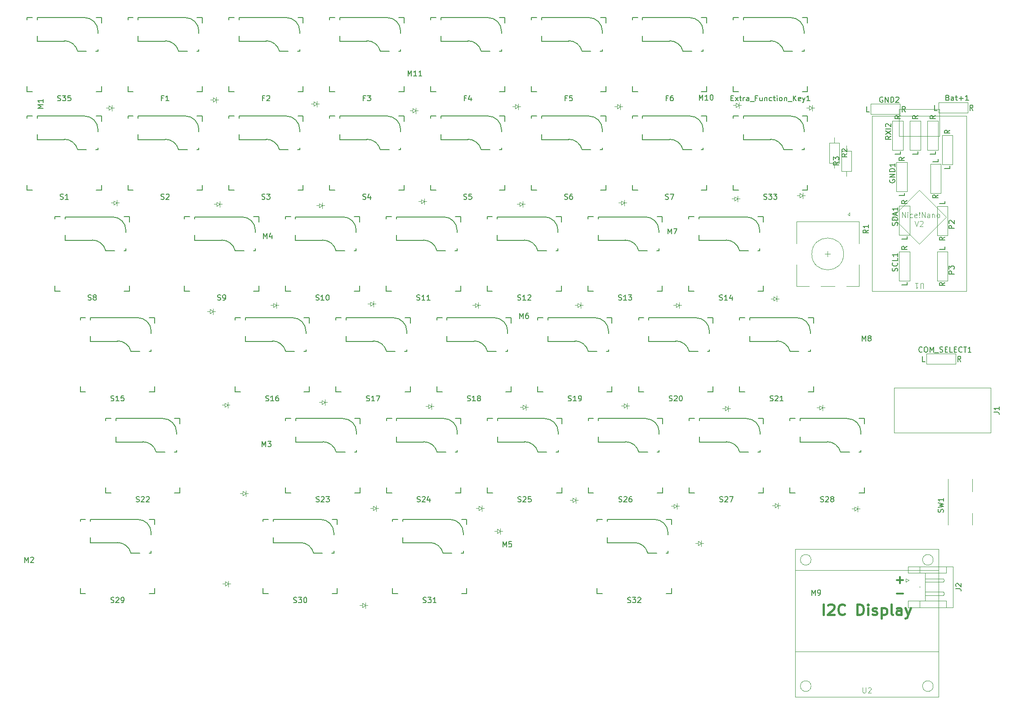
<source format=gbr>
%TF.GenerationSoftware,KiCad,Pcbnew,8.0.4*%
%TF.CreationDate,2024-11-08T15:10:11-07:00*%
%TF.ProjectId,simple_split_MX,73696d70-6c65-45f7-9370-6c69745f4d58,v1.0.0*%
%TF.SameCoordinates,Original*%
%TF.FileFunction,Legend,Top*%
%TF.FilePolarity,Positive*%
%FSLAX46Y46*%
G04 Gerber Fmt 4.6, Leading zero omitted, Abs format (unit mm)*
G04 Created by KiCad (PCBNEW 8.0.4) date 2024-11-08 15:10:11*
%MOMM*%
%LPD*%
G01*
G04 APERTURE LIST*
%ADD10C,0.300000*%
%ADD11C,0.150000*%
%ADD12C,0.100000*%
%ADD13C,0.400000*%
%ADD14C,0.120000*%
G04 APERTURE END LIST*
D10*
X277881489Y-189819400D02*
X276738632Y-189819400D01*
X277310060Y-190390828D02*
X277310060Y-189247971D01*
X277881489Y-192359400D02*
X276738632Y-192359400D01*
D11*
X245502737Y-98986009D02*
X245836070Y-98986009D01*
X245978927Y-99509819D02*
X245502737Y-99509819D01*
X245502737Y-99509819D02*
X245502737Y-98509819D01*
X245502737Y-98509819D02*
X245978927Y-98509819D01*
X246312261Y-99509819D02*
X246836070Y-98843152D01*
X246312261Y-98843152D02*
X246836070Y-99509819D01*
X247074166Y-98843152D02*
X247455118Y-98843152D01*
X247217023Y-98509819D02*
X247217023Y-99366961D01*
X247217023Y-99366961D02*
X247264642Y-99462200D01*
X247264642Y-99462200D02*
X247359880Y-99509819D01*
X247359880Y-99509819D02*
X247455118Y-99509819D01*
X247788452Y-99509819D02*
X247788452Y-98843152D01*
X247788452Y-99033628D02*
X247836071Y-98938390D01*
X247836071Y-98938390D02*
X247883690Y-98890771D01*
X247883690Y-98890771D02*
X247978928Y-98843152D01*
X247978928Y-98843152D02*
X248074166Y-98843152D01*
X248836071Y-99509819D02*
X248836071Y-98986009D01*
X248836071Y-98986009D02*
X248788452Y-98890771D01*
X248788452Y-98890771D02*
X248693214Y-98843152D01*
X248693214Y-98843152D02*
X248502738Y-98843152D01*
X248502738Y-98843152D02*
X248407500Y-98890771D01*
X248836071Y-99462200D02*
X248740833Y-99509819D01*
X248740833Y-99509819D02*
X248502738Y-99509819D01*
X248502738Y-99509819D02*
X248407500Y-99462200D01*
X248407500Y-99462200D02*
X248359881Y-99366961D01*
X248359881Y-99366961D02*
X248359881Y-99271723D01*
X248359881Y-99271723D02*
X248407500Y-99176485D01*
X248407500Y-99176485D02*
X248502738Y-99128866D01*
X248502738Y-99128866D02*
X248740833Y-99128866D01*
X248740833Y-99128866D02*
X248836071Y-99081247D01*
X249074167Y-99605057D02*
X249836071Y-99605057D01*
X250407500Y-98986009D02*
X250074167Y-98986009D01*
X250074167Y-99509819D02*
X250074167Y-98509819D01*
X250074167Y-98509819D02*
X250550357Y-98509819D01*
X251359881Y-98843152D02*
X251359881Y-99509819D01*
X250931310Y-98843152D02*
X250931310Y-99366961D01*
X250931310Y-99366961D02*
X250978929Y-99462200D01*
X250978929Y-99462200D02*
X251074167Y-99509819D01*
X251074167Y-99509819D02*
X251217024Y-99509819D01*
X251217024Y-99509819D02*
X251312262Y-99462200D01*
X251312262Y-99462200D02*
X251359881Y-99414580D01*
X251836072Y-98843152D02*
X251836072Y-99509819D01*
X251836072Y-98938390D02*
X251883691Y-98890771D01*
X251883691Y-98890771D02*
X251978929Y-98843152D01*
X251978929Y-98843152D02*
X252121786Y-98843152D01*
X252121786Y-98843152D02*
X252217024Y-98890771D01*
X252217024Y-98890771D02*
X252264643Y-98986009D01*
X252264643Y-98986009D02*
X252264643Y-99509819D01*
X253169405Y-99462200D02*
X253074167Y-99509819D01*
X253074167Y-99509819D02*
X252883691Y-99509819D01*
X252883691Y-99509819D02*
X252788453Y-99462200D01*
X252788453Y-99462200D02*
X252740834Y-99414580D01*
X252740834Y-99414580D02*
X252693215Y-99319342D01*
X252693215Y-99319342D02*
X252693215Y-99033628D01*
X252693215Y-99033628D02*
X252740834Y-98938390D01*
X252740834Y-98938390D02*
X252788453Y-98890771D01*
X252788453Y-98890771D02*
X252883691Y-98843152D01*
X252883691Y-98843152D02*
X253074167Y-98843152D01*
X253074167Y-98843152D02*
X253169405Y-98890771D01*
X253455120Y-98843152D02*
X253836072Y-98843152D01*
X253597977Y-98509819D02*
X253597977Y-99366961D01*
X253597977Y-99366961D02*
X253645596Y-99462200D01*
X253645596Y-99462200D02*
X253740834Y-99509819D01*
X253740834Y-99509819D02*
X253836072Y-99509819D01*
X254169406Y-99509819D02*
X254169406Y-98843152D01*
X254169406Y-98509819D02*
X254121787Y-98557438D01*
X254121787Y-98557438D02*
X254169406Y-98605057D01*
X254169406Y-98605057D02*
X254217025Y-98557438D01*
X254217025Y-98557438D02*
X254169406Y-98509819D01*
X254169406Y-98509819D02*
X254169406Y-98605057D01*
X254788453Y-99509819D02*
X254693215Y-99462200D01*
X254693215Y-99462200D02*
X254645596Y-99414580D01*
X254645596Y-99414580D02*
X254597977Y-99319342D01*
X254597977Y-99319342D02*
X254597977Y-99033628D01*
X254597977Y-99033628D02*
X254645596Y-98938390D01*
X254645596Y-98938390D02*
X254693215Y-98890771D01*
X254693215Y-98890771D02*
X254788453Y-98843152D01*
X254788453Y-98843152D02*
X254931310Y-98843152D01*
X254931310Y-98843152D02*
X255026548Y-98890771D01*
X255026548Y-98890771D02*
X255074167Y-98938390D01*
X255074167Y-98938390D02*
X255121786Y-99033628D01*
X255121786Y-99033628D02*
X255121786Y-99319342D01*
X255121786Y-99319342D02*
X255074167Y-99414580D01*
X255074167Y-99414580D02*
X255026548Y-99462200D01*
X255026548Y-99462200D02*
X254931310Y-99509819D01*
X254931310Y-99509819D02*
X254788453Y-99509819D01*
X255550358Y-98843152D02*
X255550358Y-99509819D01*
X255550358Y-98938390D02*
X255597977Y-98890771D01*
X255597977Y-98890771D02*
X255693215Y-98843152D01*
X255693215Y-98843152D02*
X255836072Y-98843152D01*
X255836072Y-98843152D02*
X255931310Y-98890771D01*
X255931310Y-98890771D02*
X255978929Y-98986009D01*
X255978929Y-98986009D02*
X255978929Y-99509819D01*
X256217025Y-99605057D02*
X256978929Y-99605057D01*
X257217025Y-99509819D02*
X257217025Y-98509819D01*
X257788453Y-99509819D02*
X257359882Y-98938390D01*
X257788453Y-98509819D02*
X257217025Y-99081247D01*
X258597977Y-99462200D02*
X258502739Y-99509819D01*
X258502739Y-99509819D02*
X258312263Y-99509819D01*
X258312263Y-99509819D02*
X258217025Y-99462200D01*
X258217025Y-99462200D02*
X258169406Y-99366961D01*
X258169406Y-99366961D02*
X258169406Y-98986009D01*
X258169406Y-98986009D02*
X258217025Y-98890771D01*
X258217025Y-98890771D02*
X258312263Y-98843152D01*
X258312263Y-98843152D02*
X258502739Y-98843152D01*
X258502739Y-98843152D02*
X258597977Y-98890771D01*
X258597977Y-98890771D02*
X258645596Y-98986009D01*
X258645596Y-98986009D02*
X258645596Y-99081247D01*
X258645596Y-99081247D02*
X258169406Y-99176485D01*
X258978930Y-98843152D02*
X259217025Y-99509819D01*
X259455120Y-98843152D02*
X259217025Y-99509819D01*
X259217025Y-99509819D02*
X259121787Y-99747914D01*
X259121787Y-99747914D02*
X259074168Y-99795533D01*
X259074168Y-99795533D02*
X258978930Y-99843152D01*
X260359882Y-99509819D02*
X259788454Y-99509819D01*
X260074168Y-99509819D02*
X260074168Y-98509819D01*
X260074168Y-98509819D02*
X259978930Y-98652676D01*
X259978930Y-98652676D02*
X259883692Y-98747914D01*
X259883692Y-98747914D02*
X259788454Y-98795533D01*
X118669405Y-99462200D02*
X118812262Y-99509819D01*
X118812262Y-99509819D02*
X119050357Y-99509819D01*
X119050357Y-99509819D02*
X119145595Y-99462200D01*
X119145595Y-99462200D02*
X119193214Y-99414580D01*
X119193214Y-99414580D02*
X119240833Y-99319342D01*
X119240833Y-99319342D02*
X119240833Y-99224104D01*
X119240833Y-99224104D02*
X119193214Y-99128866D01*
X119193214Y-99128866D02*
X119145595Y-99081247D01*
X119145595Y-99081247D02*
X119050357Y-99033628D01*
X119050357Y-99033628D02*
X118859881Y-98986009D01*
X118859881Y-98986009D02*
X118764643Y-98938390D01*
X118764643Y-98938390D02*
X118717024Y-98890771D01*
X118717024Y-98890771D02*
X118669405Y-98795533D01*
X118669405Y-98795533D02*
X118669405Y-98700295D01*
X118669405Y-98700295D02*
X118717024Y-98605057D01*
X118717024Y-98605057D02*
X118764643Y-98557438D01*
X118764643Y-98557438D02*
X118859881Y-98509819D01*
X118859881Y-98509819D02*
X119097976Y-98509819D01*
X119097976Y-98509819D02*
X119240833Y-98557438D01*
X119574167Y-98509819D02*
X120193214Y-98509819D01*
X120193214Y-98509819D02*
X119859881Y-98890771D01*
X119859881Y-98890771D02*
X120002738Y-98890771D01*
X120002738Y-98890771D02*
X120097976Y-98938390D01*
X120097976Y-98938390D02*
X120145595Y-98986009D01*
X120145595Y-98986009D02*
X120193214Y-99081247D01*
X120193214Y-99081247D02*
X120193214Y-99319342D01*
X120193214Y-99319342D02*
X120145595Y-99414580D01*
X120145595Y-99414580D02*
X120097976Y-99462200D01*
X120097976Y-99462200D02*
X120002738Y-99509819D01*
X120002738Y-99509819D02*
X119717024Y-99509819D01*
X119717024Y-99509819D02*
X119621786Y-99462200D01*
X119621786Y-99462200D02*
X119574167Y-99414580D01*
X121097976Y-98509819D02*
X120621786Y-98509819D01*
X120621786Y-98509819D02*
X120574167Y-98986009D01*
X120574167Y-98986009D02*
X120621786Y-98938390D01*
X120621786Y-98938390D02*
X120717024Y-98890771D01*
X120717024Y-98890771D02*
X120955119Y-98890771D01*
X120955119Y-98890771D02*
X121050357Y-98938390D01*
X121050357Y-98938390D02*
X121097976Y-98986009D01*
X121097976Y-98986009D02*
X121145595Y-99081247D01*
X121145595Y-99081247D02*
X121145595Y-99319342D01*
X121145595Y-99319342D02*
X121097976Y-99414580D01*
X121097976Y-99414580D02*
X121050357Y-99462200D01*
X121050357Y-99462200D02*
X120955119Y-99509819D01*
X120955119Y-99509819D02*
X120717024Y-99509819D01*
X120717024Y-99509819D02*
X120621786Y-99462200D01*
X120621786Y-99462200D02*
X120574167Y-99414580D01*
X251669405Y-118014200D02*
X251812262Y-118061819D01*
X251812262Y-118061819D02*
X252050357Y-118061819D01*
X252050357Y-118061819D02*
X252145595Y-118014200D01*
X252145595Y-118014200D02*
X252193214Y-117966580D01*
X252193214Y-117966580D02*
X252240833Y-117871342D01*
X252240833Y-117871342D02*
X252240833Y-117776104D01*
X252240833Y-117776104D02*
X252193214Y-117680866D01*
X252193214Y-117680866D02*
X252145595Y-117633247D01*
X252145595Y-117633247D02*
X252050357Y-117585628D01*
X252050357Y-117585628D02*
X251859881Y-117538009D01*
X251859881Y-117538009D02*
X251764643Y-117490390D01*
X251764643Y-117490390D02*
X251717024Y-117442771D01*
X251717024Y-117442771D02*
X251669405Y-117347533D01*
X251669405Y-117347533D02*
X251669405Y-117252295D01*
X251669405Y-117252295D02*
X251717024Y-117157057D01*
X251717024Y-117157057D02*
X251764643Y-117109438D01*
X251764643Y-117109438D02*
X251859881Y-117061819D01*
X251859881Y-117061819D02*
X252097976Y-117061819D01*
X252097976Y-117061819D02*
X252240833Y-117109438D01*
X252574167Y-117061819D02*
X253193214Y-117061819D01*
X253193214Y-117061819D02*
X252859881Y-117442771D01*
X252859881Y-117442771D02*
X253002738Y-117442771D01*
X253002738Y-117442771D02*
X253097976Y-117490390D01*
X253097976Y-117490390D02*
X253145595Y-117538009D01*
X253145595Y-117538009D02*
X253193214Y-117633247D01*
X253193214Y-117633247D02*
X253193214Y-117871342D01*
X253193214Y-117871342D02*
X253145595Y-117966580D01*
X253145595Y-117966580D02*
X253097976Y-118014200D01*
X253097976Y-118014200D02*
X253002738Y-118061819D01*
X253002738Y-118061819D02*
X252717024Y-118061819D01*
X252717024Y-118061819D02*
X252621786Y-118014200D01*
X252621786Y-118014200D02*
X252574167Y-117966580D01*
X253526548Y-117061819D02*
X254145595Y-117061819D01*
X254145595Y-117061819D02*
X253812262Y-117442771D01*
X253812262Y-117442771D02*
X253955119Y-117442771D01*
X253955119Y-117442771D02*
X254050357Y-117490390D01*
X254050357Y-117490390D02*
X254097976Y-117538009D01*
X254097976Y-117538009D02*
X254145595Y-117633247D01*
X254145595Y-117633247D02*
X254145595Y-117871342D01*
X254145595Y-117871342D02*
X254097976Y-117966580D01*
X254097976Y-117966580D02*
X254050357Y-118014200D01*
X254050357Y-118014200D02*
X253955119Y-118061819D01*
X253955119Y-118061819D02*
X253669405Y-118061819D01*
X253669405Y-118061819D02*
X253574167Y-118014200D01*
X253574167Y-118014200D02*
X253526548Y-117966580D01*
X226037405Y-194014200D02*
X226180262Y-194061819D01*
X226180262Y-194061819D02*
X226418357Y-194061819D01*
X226418357Y-194061819D02*
X226513595Y-194014200D01*
X226513595Y-194014200D02*
X226561214Y-193966580D01*
X226561214Y-193966580D02*
X226608833Y-193871342D01*
X226608833Y-193871342D02*
X226608833Y-193776104D01*
X226608833Y-193776104D02*
X226561214Y-193680866D01*
X226561214Y-193680866D02*
X226513595Y-193633247D01*
X226513595Y-193633247D02*
X226418357Y-193585628D01*
X226418357Y-193585628D02*
X226227881Y-193538009D01*
X226227881Y-193538009D02*
X226132643Y-193490390D01*
X226132643Y-193490390D02*
X226085024Y-193442771D01*
X226085024Y-193442771D02*
X226037405Y-193347533D01*
X226037405Y-193347533D02*
X226037405Y-193252295D01*
X226037405Y-193252295D02*
X226085024Y-193157057D01*
X226085024Y-193157057D02*
X226132643Y-193109438D01*
X226132643Y-193109438D02*
X226227881Y-193061819D01*
X226227881Y-193061819D02*
X226465976Y-193061819D01*
X226465976Y-193061819D02*
X226608833Y-193109438D01*
X226942167Y-193061819D02*
X227561214Y-193061819D01*
X227561214Y-193061819D02*
X227227881Y-193442771D01*
X227227881Y-193442771D02*
X227370738Y-193442771D01*
X227370738Y-193442771D02*
X227465976Y-193490390D01*
X227465976Y-193490390D02*
X227513595Y-193538009D01*
X227513595Y-193538009D02*
X227561214Y-193633247D01*
X227561214Y-193633247D02*
X227561214Y-193871342D01*
X227561214Y-193871342D02*
X227513595Y-193966580D01*
X227513595Y-193966580D02*
X227465976Y-194014200D01*
X227465976Y-194014200D02*
X227370738Y-194061819D01*
X227370738Y-194061819D02*
X227085024Y-194061819D01*
X227085024Y-194061819D02*
X226989786Y-194014200D01*
X226989786Y-194014200D02*
X226942167Y-193966580D01*
X227942167Y-193157057D02*
X227989786Y-193109438D01*
X227989786Y-193109438D02*
X228085024Y-193061819D01*
X228085024Y-193061819D02*
X228323119Y-193061819D01*
X228323119Y-193061819D02*
X228418357Y-193109438D01*
X228418357Y-193109438D02*
X228465976Y-193157057D01*
X228465976Y-193157057D02*
X228513595Y-193252295D01*
X228513595Y-193252295D02*
X228513595Y-193347533D01*
X228513595Y-193347533D02*
X228465976Y-193490390D01*
X228465976Y-193490390D02*
X227894548Y-194061819D01*
X227894548Y-194061819D02*
X228513595Y-194061819D01*
X187487405Y-194014200D02*
X187630262Y-194061819D01*
X187630262Y-194061819D02*
X187868357Y-194061819D01*
X187868357Y-194061819D02*
X187963595Y-194014200D01*
X187963595Y-194014200D02*
X188011214Y-193966580D01*
X188011214Y-193966580D02*
X188058833Y-193871342D01*
X188058833Y-193871342D02*
X188058833Y-193776104D01*
X188058833Y-193776104D02*
X188011214Y-193680866D01*
X188011214Y-193680866D02*
X187963595Y-193633247D01*
X187963595Y-193633247D02*
X187868357Y-193585628D01*
X187868357Y-193585628D02*
X187677881Y-193538009D01*
X187677881Y-193538009D02*
X187582643Y-193490390D01*
X187582643Y-193490390D02*
X187535024Y-193442771D01*
X187535024Y-193442771D02*
X187487405Y-193347533D01*
X187487405Y-193347533D02*
X187487405Y-193252295D01*
X187487405Y-193252295D02*
X187535024Y-193157057D01*
X187535024Y-193157057D02*
X187582643Y-193109438D01*
X187582643Y-193109438D02*
X187677881Y-193061819D01*
X187677881Y-193061819D02*
X187915976Y-193061819D01*
X187915976Y-193061819D02*
X188058833Y-193109438D01*
X188392167Y-193061819D02*
X189011214Y-193061819D01*
X189011214Y-193061819D02*
X188677881Y-193442771D01*
X188677881Y-193442771D02*
X188820738Y-193442771D01*
X188820738Y-193442771D02*
X188915976Y-193490390D01*
X188915976Y-193490390D02*
X188963595Y-193538009D01*
X188963595Y-193538009D02*
X189011214Y-193633247D01*
X189011214Y-193633247D02*
X189011214Y-193871342D01*
X189011214Y-193871342D02*
X188963595Y-193966580D01*
X188963595Y-193966580D02*
X188915976Y-194014200D01*
X188915976Y-194014200D02*
X188820738Y-194061819D01*
X188820738Y-194061819D02*
X188535024Y-194061819D01*
X188535024Y-194061819D02*
X188439786Y-194014200D01*
X188439786Y-194014200D02*
X188392167Y-193966580D01*
X189963595Y-194061819D02*
X189392167Y-194061819D01*
X189677881Y-194061819D02*
X189677881Y-193061819D01*
X189677881Y-193061819D02*
X189582643Y-193204676D01*
X189582643Y-193204676D02*
X189487405Y-193299914D01*
X189487405Y-193299914D02*
X189392167Y-193347533D01*
X163103405Y-194014200D02*
X163246262Y-194061819D01*
X163246262Y-194061819D02*
X163484357Y-194061819D01*
X163484357Y-194061819D02*
X163579595Y-194014200D01*
X163579595Y-194014200D02*
X163627214Y-193966580D01*
X163627214Y-193966580D02*
X163674833Y-193871342D01*
X163674833Y-193871342D02*
X163674833Y-193776104D01*
X163674833Y-193776104D02*
X163627214Y-193680866D01*
X163627214Y-193680866D02*
X163579595Y-193633247D01*
X163579595Y-193633247D02*
X163484357Y-193585628D01*
X163484357Y-193585628D02*
X163293881Y-193538009D01*
X163293881Y-193538009D02*
X163198643Y-193490390D01*
X163198643Y-193490390D02*
X163151024Y-193442771D01*
X163151024Y-193442771D02*
X163103405Y-193347533D01*
X163103405Y-193347533D02*
X163103405Y-193252295D01*
X163103405Y-193252295D02*
X163151024Y-193157057D01*
X163151024Y-193157057D02*
X163198643Y-193109438D01*
X163198643Y-193109438D02*
X163293881Y-193061819D01*
X163293881Y-193061819D02*
X163531976Y-193061819D01*
X163531976Y-193061819D02*
X163674833Y-193109438D01*
X164008167Y-193061819D02*
X164627214Y-193061819D01*
X164627214Y-193061819D02*
X164293881Y-193442771D01*
X164293881Y-193442771D02*
X164436738Y-193442771D01*
X164436738Y-193442771D02*
X164531976Y-193490390D01*
X164531976Y-193490390D02*
X164579595Y-193538009D01*
X164579595Y-193538009D02*
X164627214Y-193633247D01*
X164627214Y-193633247D02*
X164627214Y-193871342D01*
X164627214Y-193871342D02*
X164579595Y-193966580D01*
X164579595Y-193966580D02*
X164531976Y-194014200D01*
X164531976Y-194014200D02*
X164436738Y-194061819D01*
X164436738Y-194061819D02*
X164151024Y-194061819D01*
X164151024Y-194061819D02*
X164055786Y-194014200D01*
X164055786Y-194014200D02*
X164008167Y-193966580D01*
X165246262Y-193061819D02*
X165341500Y-193061819D01*
X165341500Y-193061819D02*
X165436738Y-193109438D01*
X165436738Y-193109438D02*
X165484357Y-193157057D01*
X165484357Y-193157057D02*
X165531976Y-193252295D01*
X165531976Y-193252295D02*
X165579595Y-193442771D01*
X165579595Y-193442771D02*
X165579595Y-193680866D01*
X165579595Y-193680866D02*
X165531976Y-193871342D01*
X165531976Y-193871342D02*
X165484357Y-193966580D01*
X165484357Y-193966580D02*
X165436738Y-194014200D01*
X165436738Y-194014200D02*
X165341500Y-194061819D01*
X165341500Y-194061819D02*
X165246262Y-194061819D01*
X165246262Y-194061819D02*
X165151024Y-194014200D01*
X165151024Y-194014200D02*
X165103405Y-193966580D01*
X165103405Y-193966580D02*
X165055786Y-193871342D01*
X165055786Y-193871342D02*
X165008167Y-193680866D01*
X165008167Y-193680866D02*
X165008167Y-193442771D01*
X165008167Y-193442771D02*
X165055786Y-193252295D01*
X165055786Y-193252295D02*
X165103405Y-193157057D01*
X165103405Y-193157057D02*
X165151024Y-193109438D01*
X165151024Y-193109438D02*
X165246262Y-193061819D01*
X128694405Y-194014200D02*
X128837262Y-194061819D01*
X128837262Y-194061819D02*
X129075357Y-194061819D01*
X129075357Y-194061819D02*
X129170595Y-194014200D01*
X129170595Y-194014200D02*
X129218214Y-193966580D01*
X129218214Y-193966580D02*
X129265833Y-193871342D01*
X129265833Y-193871342D02*
X129265833Y-193776104D01*
X129265833Y-193776104D02*
X129218214Y-193680866D01*
X129218214Y-193680866D02*
X129170595Y-193633247D01*
X129170595Y-193633247D02*
X129075357Y-193585628D01*
X129075357Y-193585628D02*
X128884881Y-193538009D01*
X128884881Y-193538009D02*
X128789643Y-193490390D01*
X128789643Y-193490390D02*
X128742024Y-193442771D01*
X128742024Y-193442771D02*
X128694405Y-193347533D01*
X128694405Y-193347533D02*
X128694405Y-193252295D01*
X128694405Y-193252295D02*
X128742024Y-193157057D01*
X128742024Y-193157057D02*
X128789643Y-193109438D01*
X128789643Y-193109438D02*
X128884881Y-193061819D01*
X128884881Y-193061819D02*
X129122976Y-193061819D01*
X129122976Y-193061819D02*
X129265833Y-193109438D01*
X129646786Y-193157057D02*
X129694405Y-193109438D01*
X129694405Y-193109438D02*
X129789643Y-193061819D01*
X129789643Y-193061819D02*
X130027738Y-193061819D01*
X130027738Y-193061819D02*
X130122976Y-193109438D01*
X130122976Y-193109438D02*
X130170595Y-193157057D01*
X130170595Y-193157057D02*
X130218214Y-193252295D01*
X130218214Y-193252295D02*
X130218214Y-193347533D01*
X130218214Y-193347533D02*
X130170595Y-193490390D01*
X130170595Y-193490390D02*
X129599167Y-194061819D01*
X129599167Y-194061819D02*
X130218214Y-194061819D01*
X130694405Y-194061819D02*
X130884881Y-194061819D01*
X130884881Y-194061819D02*
X130980119Y-194014200D01*
X130980119Y-194014200D02*
X131027738Y-193966580D01*
X131027738Y-193966580D02*
X131122976Y-193823723D01*
X131122976Y-193823723D02*
X131170595Y-193633247D01*
X131170595Y-193633247D02*
X131170595Y-193252295D01*
X131170595Y-193252295D02*
X131122976Y-193157057D01*
X131122976Y-193157057D02*
X131075357Y-193109438D01*
X131075357Y-193109438D02*
X130980119Y-193061819D01*
X130980119Y-193061819D02*
X130789643Y-193061819D01*
X130789643Y-193061819D02*
X130694405Y-193109438D01*
X130694405Y-193109438D02*
X130646786Y-193157057D01*
X130646786Y-193157057D02*
X130599167Y-193252295D01*
X130599167Y-193252295D02*
X130599167Y-193490390D01*
X130599167Y-193490390D02*
X130646786Y-193585628D01*
X130646786Y-193585628D02*
X130694405Y-193633247D01*
X130694405Y-193633247D02*
X130789643Y-193680866D01*
X130789643Y-193680866D02*
X130980119Y-193680866D01*
X130980119Y-193680866D02*
X131075357Y-193633247D01*
X131075357Y-193633247D02*
X131122976Y-193585628D01*
X131122976Y-193585628D02*
X131170595Y-193490390D01*
X262365905Y-175014200D02*
X262508762Y-175061819D01*
X262508762Y-175061819D02*
X262746857Y-175061819D01*
X262746857Y-175061819D02*
X262842095Y-175014200D01*
X262842095Y-175014200D02*
X262889714Y-174966580D01*
X262889714Y-174966580D02*
X262937333Y-174871342D01*
X262937333Y-174871342D02*
X262937333Y-174776104D01*
X262937333Y-174776104D02*
X262889714Y-174680866D01*
X262889714Y-174680866D02*
X262842095Y-174633247D01*
X262842095Y-174633247D02*
X262746857Y-174585628D01*
X262746857Y-174585628D02*
X262556381Y-174538009D01*
X262556381Y-174538009D02*
X262461143Y-174490390D01*
X262461143Y-174490390D02*
X262413524Y-174442771D01*
X262413524Y-174442771D02*
X262365905Y-174347533D01*
X262365905Y-174347533D02*
X262365905Y-174252295D01*
X262365905Y-174252295D02*
X262413524Y-174157057D01*
X262413524Y-174157057D02*
X262461143Y-174109438D01*
X262461143Y-174109438D02*
X262556381Y-174061819D01*
X262556381Y-174061819D02*
X262794476Y-174061819D01*
X262794476Y-174061819D02*
X262937333Y-174109438D01*
X263318286Y-174157057D02*
X263365905Y-174109438D01*
X263365905Y-174109438D02*
X263461143Y-174061819D01*
X263461143Y-174061819D02*
X263699238Y-174061819D01*
X263699238Y-174061819D02*
X263794476Y-174109438D01*
X263794476Y-174109438D02*
X263842095Y-174157057D01*
X263842095Y-174157057D02*
X263889714Y-174252295D01*
X263889714Y-174252295D02*
X263889714Y-174347533D01*
X263889714Y-174347533D02*
X263842095Y-174490390D01*
X263842095Y-174490390D02*
X263270667Y-175061819D01*
X263270667Y-175061819D02*
X263889714Y-175061819D01*
X264461143Y-174490390D02*
X264365905Y-174442771D01*
X264365905Y-174442771D02*
X264318286Y-174395152D01*
X264318286Y-174395152D02*
X264270667Y-174299914D01*
X264270667Y-174299914D02*
X264270667Y-174252295D01*
X264270667Y-174252295D02*
X264318286Y-174157057D01*
X264318286Y-174157057D02*
X264365905Y-174109438D01*
X264365905Y-174109438D02*
X264461143Y-174061819D01*
X264461143Y-174061819D02*
X264651619Y-174061819D01*
X264651619Y-174061819D02*
X264746857Y-174109438D01*
X264746857Y-174109438D02*
X264794476Y-174157057D01*
X264794476Y-174157057D02*
X264842095Y-174252295D01*
X264842095Y-174252295D02*
X264842095Y-174299914D01*
X264842095Y-174299914D02*
X264794476Y-174395152D01*
X264794476Y-174395152D02*
X264746857Y-174442771D01*
X264746857Y-174442771D02*
X264651619Y-174490390D01*
X264651619Y-174490390D02*
X264461143Y-174490390D01*
X264461143Y-174490390D02*
X264365905Y-174538009D01*
X264365905Y-174538009D02*
X264318286Y-174585628D01*
X264318286Y-174585628D02*
X264270667Y-174680866D01*
X264270667Y-174680866D02*
X264270667Y-174871342D01*
X264270667Y-174871342D02*
X264318286Y-174966580D01*
X264318286Y-174966580D02*
X264365905Y-175014200D01*
X264365905Y-175014200D02*
X264461143Y-175061819D01*
X264461143Y-175061819D02*
X264651619Y-175061819D01*
X264651619Y-175061819D02*
X264746857Y-175014200D01*
X264746857Y-175014200D02*
X264794476Y-174966580D01*
X264794476Y-174966580D02*
X264842095Y-174871342D01*
X264842095Y-174871342D02*
X264842095Y-174680866D01*
X264842095Y-174680866D02*
X264794476Y-174585628D01*
X264794476Y-174585628D02*
X264746857Y-174538009D01*
X264746857Y-174538009D02*
X264651619Y-174490390D01*
X243365905Y-175014200D02*
X243508762Y-175061819D01*
X243508762Y-175061819D02*
X243746857Y-175061819D01*
X243746857Y-175061819D02*
X243842095Y-175014200D01*
X243842095Y-175014200D02*
X243889714Y-174966580D01*
X243889714Y-174966580D02*
X243937333Y-174871342D01*
X243937333Y-174871342D02*
X243937333Y-174776104D01*
X243937333Y-174776104D02*
X243889714Y-174680866D01*
X243889714Y-174680866D02*
X243842095Y-174633247D01*
X243842095Y-174633247D02*
X243746857Y-174585628D01*
X243746857Y-174585628D02*
X243556381Y-174538009D01*
X243556381Y-174538009D02*
X243461143Y-174490390D01*
X243461143Y-174490390D02*
X243413524Y-174442771D01*
X243413524Y-174442771D02*
X243365905Y-174347533D01*
X243365905Y-174347533D02*
X243365905Y-174252295D01*
X243365905Y-174252295D02*
X243413524Y-174157057D01*
X243413524Y-174157057D02*
X243461143Y-174109438D01*
X243461143Y-174109438D02*
X243556381Y-174061819D01*
X243556381Y-174061819D02*
X243794476Y-174061819D01*
X243794476Y-174061819D02*
X243937333Y-174109438D01*
X244318286Y-174157057D02*
X244365905Y-174109438D01*
X244365905Y-174109438D02*
X244461143Y-174061819D01*
X244461143Y-174061819D02*
X244699238Y-174061819D01*
X244699238Y-174061819D02*
X244794476Y-174109438D01*
X244794476Y-174109438D02*
X244842095Y-174157057D01*
X244842095Y-174157057D02*
X244889714Y-174252295D01*
X244889714Y-174252295D02*
X244889714Y-174347533D01*
X244889714Y-174347533D02*
X244842095Y-174490390D01*
X244842095Y-174490390D02*
X244270667Y-175061819D01*
X244270667Y-175061819D02*
X244889714Y-175061819D01*
X245223048Y-174061819D02*
X245889714Y-174061819D01*
X245889714Y-174061819D02*
X245461143Y-175061819D01*
X224365905Y-175014200D02*
X224508762Y-175061819D01*
X224508762Y-175061819D02*
X224746857Y-175061819D01*
X224746857Y-175061819D02*
X224842095Y-175014200D01*
X224842095Y-175014200D02*
X224889714Y-174966580D01*
X224889714Y-174966580D02*
X224937333Y-174871342D01*
X224937333Y-174871342D02*
X224937333Y-174776104D01*
X224937333Y-174776104D02*
X224889714Y-174680866D01*
X224889714Y-174680866D02*
X224842095Y-174633247D01*
X224842095Y-174633247D02*
X224746857Y-174585628D01*
X224746857Y-174585628D02*
X224556381Y-174538009D01*
X224556381Y-174538009D02*
X224461143Y-174490390D01*
X224461143Y-174490390D02*
X224413524Y-174442771D01*
X224413524Y-174442771D02*
X224365905Y-174347533D01*
X224365905Y-174347533D02*
X224365905Y-174252295D01*
X224365905Y-174252295D02*
X224413524Y-174157057D01*
X224413524Y-174157057D02*
X224461143Y-174109438D01*
X224461143Y-174109438D02*
X224556381Y-174061819D01*
X224556381Y-174061819D02*
X224794476Y-174061819D01*
X224794476Y-174061819D02*
X224937333Y-174109438D01*
X225318286Y-174157057D02*
X225365905Y-174109438D01*
X225365905Y-174109438D02*
X225461143Y-174061819D01*
X225461143Y-174061819D02*
X225699238Y-174061819D01*
X225699238Y-174061819D02*
X225794476Y-174109438D01*
X225794476Y-174109438D02*
X225842095Y-174157057D01*
X225842095Y-174157057D02*
X225889714Y-174252295D01*
X225889714Y-174252295D02*
X225889714Y-174347533D01*
X225889714Y-174347533D02*
X225842095Y-174490390D01*
X225842095Y-174490390D02*
X225270667Y-175061819D01*
X225270667Y-175061819D02*
X225889714Y-175061819D01*
X226746857Y-174061819D02*
X226556381Y-174061819D01*
X226556381Y-174061819D02*
X226461143Y-174109438D01*
X226461143Y-174109438D02*
X226413524Y-174157057D01*
X226413524Y-174157057D02*
X226318286Y-174299914D01*
X226318286Y-174299914D02*
X226270667Y-174490390D01*
X226270667Y-174490390D02*
X226270667Y-174871342D01*
X226270667Y-174871342D02*
X226318286Y-174966580D01*
X226318286Y-174966580D02*
X226365905Y-175014200D01*
X226365905Y-175014200D02*
X226461143Y-175061819D01*
X226461143Y-175061819D02*
X226651619Y-175061819D01*
X226651619Y-175061819D02*
X226746857Y-175014200D01*
X226746857Y-175014200D02*
X226794476Y-174966580D01*
X226794476Y-174966580D02*
X226842095Y-174871342D01*
X226842095Y-174871342D02*
X226842095Y-174633247D01*
X226842095Y-174633247D02*
X226794476Y-174538009D01*
X226794476Y-174538009D02*
X226746857Y-174490390D01*
X226746857Y-174490390D02*
X226651619Y-174442771D01*
X226651619Y-174442771D02*
X226461143Y-174442771D01*
X226461143Y-174442771D02*
X226365905Y-174490390D01*
X226365905Y-174490390D02*
X226318286Y-174538009D01*
X226318286Y-174538009D02*
X226270667Y-174633247D01*
X205365905Y-175014200D02*
X205508762Y-175061819D01*
X205508762Y-175061819D02*
X205746857Y-175061819D01*
X205746857Y-175061819D02*
X205842095Y-175014200D01*
X205842095Y-175014200D02*
X205889714Y-174966580D01*
X205889714Y-174966580D02*
X205937333Y-174871342D01*
X205937333Y-174871342D02*
X205937333Y-174776104D01*
X205937333Y-174776104D02*
X205889714Y-174680866D01*
X205889714Y-174680866D02*
X205842095Y-174633247D01*
X205842095Y-174633247D02*
X205746857Y-174585628D01*
X205746857Y-174585628D02*
X205556381Y-174538009D01*
X205556381Y-174538009D02*
X205461143Y-174490390D01*
X205461143Y-174490390D02*
X205413524Y-174442771D01*
X205413524Y-174442771D02*
X205365905Y-174347533D01*
X205365905Y-174347533D02*
X205365905Y-174252295D01*
X205365905Y-174252295D02*
X205413524Y-174157057D01*
X205413524Y-174157057D02*
X205461143Y-174109438D01*
X205461143Y-174109438D02*
X205556381Y-174061819D01*
X205556381Y-174061819D02*
X205794476Y-174061819D01*
X205794476Y-174061819D02*
X205937333Y-174109438D01*
X206318286Y-174157057D02*
X206365905Y-174109438D01*
X206365905Y-174109438D02*
X206461143Y-174061819D01*
X206461143Y-174061819D02*
X206699238Y-174061819D01*
X206699238Y-174061819D02*
X206794476Y-174109438D01*
X206794476Y-174109438D02*
X206842095Y-174157057D01*
X206842095Y-174157057D02*
X206889714Y-174252295D01*
X206889714Y-174252295D02*
X206889714Y-174347533D01*
X206889714Y-174347533D02*
X206842095Y-174490390D01*
X206842095Y-174490390D02*
X206270667Y-175061819D01*
X206270667Y-175061819D02*
X206889714Y-175061819D01*
X207794476Y-174061819D02*
X207318286Y-174061819D01*
X207318286Y-174061819D02*
X207270667Y-174538009D01*
X207270667Y-174538009D02*
X207318286Y-174490390D01*
X207318286Y-174490390D02*
X207413524Y-174442771D01*
X207413524Y-174442771D02*
X207651619Y-174442771D01*
X207651619Y-174442771D02*
X207746857Y-174490390D01*
X207746857Y-174490390D02*
X207794476Y-174538009D01*
X207794476Y-174538009D02*
X207842095Y-174633247D01*
X207842095Y-174633247D02*
X207842095Y-174871342D01*
X207842095Y-174871342D02*
X207794476Y-174966580D01*
X207794476Y-174966580D02*
X207746857Y-175014200D01*
X207746857Y-175014200D02*
X207651619Y-175061819D01*
X207651619Y-175061819D02*
X207413524Y-175061819D01*
X207413524Y-175061819D02*
X207318286Y-175014200D01*
X207318286Y-175014200D02*
X207270667Y-174966580D01*
X186365905Y-175014200D02*
X186508762Y-175061819D01*
X186508762Y-175061819D02*
X186746857Y-175061819D01*
X186746857Y-175061819D02*
X186842095Y-175014200D01*
X186842095Y-175014200D02*
X186889714Y-174966580D01*
X186889714Y-174966580D02*
X186937333Y-174871342D01*
X186937333Y-174871342D02*
X186937333Y-174776104D01*
X186937333Y-174776104D02*
X186889714Y-174680866D01*
X186889714Y-174680866D02*
X186842095Y-174633247D01*
X186842095Y-174633247D02*
X186746857Y-174585628D01*
X186746857Y-174585628D02*
X186556381Y-174538009D01*
X186556381Y-174538009D02*
X186461143Y-174490390D01*
X186461143Y-174490390D02*
X186413524Y-174442771D01*
X186413524Y-174442771D02*
X186365905Y-174347533D01*
X186365905Y-174347533D02*
X186365905Y-174252295D01*
X186365905Y-174252295D02*
X186413524Y-174157057D01*
X186413524Y-174157057D02*
X186461143Y-174109438D01*
X186461143Y-174109438D02*
X186556381Y-174061819D01*
X186556381Y-174061819D02*
X186794476Y-174061819D01*
X186794476Y-174061819D02*
X186937333Y-174109438D01*
X187318286Y-174157057D02*
X187365905Y-174109438D01*
X187365905Y-174109438D02*
X187461143Y-174061819D01*
X187461143Y-174061819D02*
X187699238Y-174061819D01*
X187699238Y-174061819D02*
X187794476Y-174109438D01*
X187794476Y-174109438D02*
X187842095Y-174157057D01*
X187842095Y-174157057D02*
X187889714Y-174252295D01*
X187889714Y-174252295D02*
X187889714Y-174347533D01*
X187889714Y-174347533D02*
X187842095Y-174490390D01*
X187842095Y-174490390D02*
X187270667Y-175061819D01*
X187270667Y-175061819D02*
X187889714Y-175061819D01*
X188746857Y-174395152D02*
X188746857Y-175061819D01*
X188508762Y-174014200D02*
X188270667Y-174728485D01*
X188270667Y-174728485D02*
X188889714Y-174728485D01*
X167365905Y-175014200D02*
X167508762Y-175061819D01*
X167508762Y-175061819D02*
X167746857Y-175061819D01*
X167746857Y-175061819D02*
X167842095Y-175014200D01*
X167842095Y-175014200D02*
X167889714Y-174966580D01*
X167889714Y-174966580D02*
X167937333Y-174871342D01*
X167937333Y-174871342D02*
X167937333Y-174776104D01*
X167937333Y-174776104D02*
X167889714Y-174680866D01*
X167889714Y-174680866D02*
X167842095Y-174633247D01*
X167842095Y-174633247D02*
X167746857Y-174585628D01*
X167746857Y-174585628D02*
X167556381Y-174538009D01*
X167556381Y-174538009D02*
X167461143Y-174490390D01*
X167461143Y-174490390D02*
X167413524Y-174442771D01*
X167413524Y-174442771D02*
X167365905Y-174347533D01*
X167365905Y-174347533D02*
X167365905Y-174252295D01*
X167365905Y-174252295D02*
X167413524Y-174157057D01*
X167413524Y-174157057D02*
X167461143Y-174109438D01*
X167461143Y-174109438D02*
X167556381Y-174061819D01*
X167556381Y-174061819D02*
X167794476Y-174061819D01*
X167794476Y-174061819D02*
X167937333Y-174109438D01*
X168318286Y-174157057D02*
X168365905Y-174109438D01*
X168365905Y-174109438D02*
X168461143Y-174061819D01*
X168461143Y-174061819D02*
X168699238Y-174061819D01*
X168699238Y-174061819D02*
X168794476Y-174109438D01*
X168794476Y-174109438D02*
X168842095Y-174157057D01*
X168842095Y-174157057D02*
X168889714Y-174252295D01*
X168889714Y-174252295D02*
X168889714Y-174347533D01*
X168889714Y-174347533D02*
X168842095Y-174490390D01*
X168842095Y-174490390D02*
X168270667Y-175061819D01*
X168270667Y-175061819D02*
X168889714Y-175061819D01*
X169223048Y-174061819D02*
X169842095Y-174061819D01*
X169842095Y-174061819D02*
X169508762Y-174442771D01*
X169508762Y-174442771D02*
X169651619Y-174442771D01*
X169651619Y-174442771D02*
X169746857Y-174490390D01*
X169746857Y-174490390D02*
X169794476Y-174538009D01*
X169794476Y-174538009D02*
X169842095Y-174633247D01*
X169842095Y-174633247D02*
X169842095Y-174871342D01*
X169842095Y-174871342D02*
X169794476Y-174966580D01*
X169794476Y-174966580D02*
X169746857Y-175014200D01*
X169746857Y-175014200D02*
X169651619Y-175061819D01*
X169651619Y-175061819D02*
X169365905Y-175061819D01*
X169365905Y-175061819D02*
X169270667Y-175014200D01*
X169270667Y-175014200D02*
X169223048Y-174966580D01*
X133456905Y-175014200D02*
X133599762Y-175061819D01*
X133599762Y-175061819D02*
X133837857Y-175061819D01*
X133837857Y-175061819D02*
X133933095Y-175014200D01*
X133933095Y-175014200D02*
X133980714Y-174966580D01*
X133980714Y-174966580D02*
X134028333Y-174871342D01*
X134028333Y-174871342D02*
X134028333Y-174776104D01*
X134028333Y-174776104D02*
X133980714Y-174680866D01*
X133980714Y-174680866D02*
X133933095Y-174633247D01*
X133933095Y-174633247D02*
X133837857Y-174585628D01*
X133837857Y-174585628D02*
X133647381Y-174538009D01*
X133647381Y-174538009D02*
X133552143Y-174490390D01*
X133552143Y-174490390D02*
X133504524Y-174442771D01*
X133504524Y-174442771D02*
X133456905Y-174347533D01*
X133456905Y-174347533D02*
X133456905Y-174252295D01*
X133456905Y-174252295D02*
X133504524Y-174157057D01*
X133504524Y-174157057D02*
X133552143Y-174109438D01*
X133552143Y-174109438D02*
X133647381Y-174061819D01*
X133647381Y-174061819D02*
X133885476Y-174061819D01*
X133885476Y-174061819D02*
X134028333Y-174109438D01*
X134409286Y-174157057D02*
X134456905Y-174109438D01*
X134456905Y-174109438D02*
X134552143Y-174061819D01*
X134552143Y-174061819D02*
X134790238Y-174061819D01*
X134790238Y-174061819D02*
X134885476Y-174109438D01*
X134885476Y-174109438D02*
X134933095Y-174157057D01*
X134933095Y-174157057D02*
X134980714Y-174252295D01*
X134980714Y-174252295D02*
X134980714Y-174347533D01*
X134980714Y-174347533D02*
X134933095Y-174490390D01*
X134933095Y-174490390D02*
X134361667Y-175061819D01*
X134361667Y-175061819D02*
X134980714Y-175061819D01*
X135361667Y-174157057D02*
X135409286Y-174109438D01*
X135409286Y-174109438D02*
X135504524Y-174061819D01*
X135504524Y-174061819D02*
X135742619Y-174061819D01*
X135742619Y-174061819D02*
X135837857Y-174109438D01*
X135837857Y-174109438D02*
X135885476Y-174157057D01*
X135885476Y-174157057D02*
X135933095Y-174252295D01*
X135933095Y-174252295D02*
X135933095Y-174347533D01*
X135933095Y-174347533D02*
X135885476Y-174490390D01*
X135885476Y-174490390D02*
X135314048Y-175061819D01*
X135314048Y-175061819D02*
X135933095Y-175061819D01*
X252840905Y-156014200D02*
X252983762Y-156061819D01*
X252983762Y-156061819D02*
X253221857Y-156061819D01*
X253221857Y-156061819D02*
X253317095Y-156014200D01*
X253317095Y-156014200D02*
X253364714Y-155966580D01*
X253364714Y-155966580D02*
X253412333Y-155871342D01*
X253412333Y-155871342D02*
X253412333Y-155776104D01*
X253412333Y-155776104D02*
X253364714Y-155680866D01*
X253364714Y-155680866D02*
X253317095Y-155633247D01*
X253317095Y-155633247D02*
X253221857Y-155585628D01*
X253221857Y-155585628D02*
X253031381Y-155538009D01*
X253031381Y-155538009D02*
X252936143Y-155490390D01*
X252936143Y-155490390D02*
X252888524Y-155442771D01*
X252888524Y-155442771D02*
X252840905Y-155347533D01*
X252840905Y-155347533D02*
X252840905Y-155252295D01*
X252840905Y-155252295D02*
X252888524Y-155157057D01*
X252888524Y-155157057D02*
X252936143Y-155109438D01*
X252936143Y-155109438D02*
X253031381Y-155061819D01*
X253031381Y-155061819D02*
X253269476Y-155061819D01*
X253269476Y-155061819D02*
X253412333Y-155109438D01*
X253793286Y-155157057D02*
X253840905Y-155109438D01*
X253840905Y-155109438D02*
X253936143Y-155061819D01*
X253936143Y-155061819D02*
X254174238Y-155061819D01*
X254174238Y-155061819D02*
X254269476Y-155109438D01*
X254269476Y-155109438D02*
X254317095Y-155157057D01*
X254317095Y-155157057D02*
X254364714Y-155252295D01*
X254364714Y-155252295D02*
X254364714Y-155347533D01*
X254364714Y-155347533D02*
X254317095Y-155490390D01*
X254317095Y-155490390D02*
X253745667Y-156061819D01*
X253745667Y-156061819D02*
X254364714Y-156061819D01*
X255317095Y-156061819D02*
X254745667Y-156061819D01*
X255031381Y-156061819D02*
X255031381Y-155061819D01*
X255031381Y-155061819D02*
X254936143Y-155204676D01*
X254936143Y-155204676D02*
X254840905Y-155299914D01*
X254840905Y-155299914D02*
X254745667Y-155347533D01*
X214840905Y-156014200D02*
X214983762Y-156061819D01*
X214983762Y-156061819D02*
X215221857Y-156061819D01*
X215221857Y-156061819D02*
X215317095Y-156014200D01*
X215317095Y-156014200D02*
X215364714Y-155966580D01*
X215364714Y-155966580D02*
X215412333Y-155871342D01*
X215412333Y-155871342D02*
X215412333Y-155776104D01*
X215412333Y-155776104D02*
X215364714Y-155680866D01*
X215364714Y-155680866D02*
X215317095Y-155633247D01*
X215317095Y-155633247D02*
X215221857Y-155585628D01*
X215221857Y-155585628D02*
X215031381Y-155538009D01*
X215031381Y-155538009D02*
X214936143Y-155490390D01*
X214936143Y-155490390D02*
X214888524Y-155442771D01*
X214888524Y-155442771D02*
X214840905Y-155347533D01*
X214840905Y-155347533D02*
X214840905Y-155252295D01*
X214840905Y-155252295D02*
X214888524Y-155157057D01*
X214888524Y-155157057D02*
X214936143Y-155109438D01*
X214936143Y-155109438D02*
X215031381Y-155061819D01*
X215031381Y-155061819D02*
X215269476Y-155061819D01*
X215269476Y-155061819D02*
X215412333Y-155109438D01*
X216364714Y-156061819D02*
X215793286Y-156061819D01*
X216079000Y-156061819D02*
X216079000Y-155061819D01*
X216079000Y-155061819D02*
X215983762Y-155204676D01*
X215983762Y-155204676D02*
X215888524Y-155299914D01*
X215888524Y-155299914D02*
X215793286Y-155347533D01*
X216840905Y-156061819D02*
X217031381Y-156061819D01*
X217031381Y-156061819D02*
X217126619Y-156014200D01*
X217126619Y-156014200D02*
X217174238Y-155966580D01*
X217174238Y-155966580D02*
X217269476Y-155823723D01*
X217269476Y-155823723D02*
X217317095Y-155633247D01*
X217317095Y-155633247D02*
X217317095Y-155252295D01*
X217317095Y-155252295D02*
X217269476Y-155157057D01*
X217269476Y-155157057D02*
X217221857Y-155109438D01*
X217221857Y-155109438D02*
X217126619Y-155061819D01*
X217126619Y-155061819D02*
X216936143Y-155061819D01*
X216936143Y-155061819D02*
X216840905Y-155109438D01*
X216840905Y-155109438D02*
X216793286Y-155157057D01*
X216793286Y-155157057D02*
X216745667Y-155252295D01*
X216745667Y-155252295D02*
X216745667Y-155490390D01*
X216745667Y-155490390D02*
X216793286Y-155585628D01*
X216793286Y-155585628D02*
X216840905Y-155633247D01*
X216840905Y-155633247D02*
X216936143Y-155680866D01*
X216936143Y-155680866D02*
X217126619Y-155680866D01*
X217126619Y-155680866D02*
X217221857Y-155633247D01*
X217221857Y-155633247D02*
X217269476Y-155585628D01*
X217269476Y-155585628D02*
X217317095Y-155490390D01*
X195840905Y-156014200D02*
X195983762Y-156061819D01*
X195983762Y-156061819D02*
X196221857Y-156061819D01*
X196221857Y-156061819D02*
X196317095Y-156014200D01*
X196317095Y-156014200D02*
X196364714Y-155966580D01*
X196364714Y-155966580D02*
X196412333Y-155871342D01*
X196412333Y-155871342D02*
X196412333Y-155776104D01*
X196412333Y-155776104D02*
X196364714Y-155680866D01*
X196364714Y-155680866D02*
X196317095Y-155633247D01*
X196317095Y-155633247D02*
X196221857Y-155585628D01*
X196221857Y-155585628D02*
X196031381Y-155538009D01*
X196031381Y-155538009D02*
X195936143Y-155490390D01*
X195936143Y-155490390D02*
X195888524Y-155442771D01*
X195888524Y-155442771D02*
X195840905Y-155347533D01*
X195840905Y-155347533D02*
X195840905Y-155252295D01*
X195840905Y-155252295D02*
X195888524Y-155157057D01*
X195888524Y-155157057D02*
X195936143Y-155109438D01*
X195936143Y-155109438D02*
X196031381Y-155061819D01*
X196031381Y-155061819D02*
X196269476Y-155061819D01*
X196269476Y-155061819D02*
X196412333Y-155109438D01*
X197364714Y-156061819D02*
X196793286Y-156061819D01*
X197079000Y-156061819D02*
X197079000Y-155061819D01*
X197079000Y-155061819D02*
X196983762Y-155204676D01*
X196983762Y-155204676D02*
X196888524Y-155299914D01*
X196888524Y-155299914D02*
X196793286Y-155347533D01*
X197936143Y-155490390D02*
X197840905Y-155442771D01*
X197840905Y-155442771D02*
X197793286Y-155395152D01*
X197793286Y-155395152D02*
X197745667Y-155299914D01*
X197745667Y-155299914D02*
X197745667Y-155252295D01*
X197745667Y-155252295D02*
X197793286Y-155157057D01*
X197793286Y-155157057D02*
X197840905Y-155109438D01*
X197840905Y-155109438D02*
X197936143Y-155061819D01*
X197936143Y-155061819D02*
X198126619Y-155061819D01*
X198126619Y-155061819D02*
X198221857Y-155109438D01*
X198221857Y-155109438D02*
X198269476Y-155157057D01*
X198269476Y-155157057D02*
X198317095Y-155252295D01*
X198317095Y-155252295D02*
X198317095Y-155299914D01*
X198317095Y-155299914D02*
X198269476Y-155395152D01*
X198269476Y-155395152D02*
X198221857Y-155442771D01*
X198221857Y-155442771D02*
X198126619Y-155490390D01*
X198126619Y-155490390D02*
X197936143Y-155490390D01*
X197936143Y-155490390D02*
X197840905Y-155538009D01*
X197840905Y-155538009D02*
X197793286Y-155585628D01*
X197793286Y-155585628D02*
X197745667Y-155680866D01*
X197745667Y-155680866D02*
X197745667Y-155871342D01*
X197745667Y-155871342D02*
X197793286Y-155966580D01*
X197793286Y-155966580D02*
X197840905Y-156014200D01*
X197840905Y-156014200D02*
X197936143Y-156061819D01*
X197936143Y-156061819D02*
X198126619Y-156061819D01*
X198126619Y-156061819D02*
X198221857Y-156014200D01*
X198221857Y-156014200D02*
X198269476Y-155966580D01*
X198269476Y-155966580D02*
X198317095Y-155871342D01*
X198317095Y-155871342D02*
X198317095Y-155680866D01*
X198317095Y-155680866D02*
X198269476Y-155585628D01*
X198269476Y-155585628D02*
X198221857Y-155538009D01*
X198221857Y-155538009D02*
X198126619Y-155490390D01*
X176840905Y-156014200D02*
X176983762Y-156061819D01*
X176983762Y-156061819D02*
X177221857Y-156061819D01*
X177221857Y-156061819D02*
X177317095Y-156014200D01*
X177317095Y-156014200D02*
X177364714Y-155966580D01*
X177364714Y-155966580D02*
X177412333Y-155871342D01*
X177412333Y-155871342D02*
X177412333Y-155776104D01*
X177412333Y-155776104D02*
X177364714Y-155680866D01*
X177364714Y-155680866D02*
X177317095Y-155633247D01*
X177317095Y-155633247D02*
X177221857Y-155585628D01*
X177221857Y-155585628D02*
X177031381Y-155538009D01*
X177031381Y-155538009D02*
X176936143Y-155490390D01*
X176936143Y-155490390D02*
X176888524Y-155442771D01*
X176888524Y-155442771D02*
X176840905Y-155347533D01*
X176840905Y-155347533D02*
X176840905Y-155252295D01*
X176840905Y-155252295D02*
X176888524Y-155157057D01*
X176888524Y-155157057D02*
X176936143Y-155109438D01*
X176936143Y-155109438D02*
X177031381Y-155061819D01*
X177031381Y-155061819D02*
X177269476Y-155061819D01*
X177269476Y-155061819D02*
X177412333Y-155109438D01*
X178364714Y-156061819D02*
X177793286Y-156061819D01*
X178079000Y-156061819D02*
X178079000Y-155061819D01*
X178079000Y-155061819D02*
X177983762Y-155204676D01*
X177983762Y-155204676D02*
X177888524Y-155299914D01*
X177888524Y-155299914D02*
X177793286Y-155347533D01*
X178698048Y-155061819D02*
X179364714Y-155061819D01*
X179364714Y-155061819D02*
X178936143Y-156061819D01*
X157840905Y-156014200D02*
X157983762Y-156061819D01*
X157983762Y-156061819D02*
X158221857Y-156061819D01*
X158221857Y-156061819D02*
X158317095Y-156014200D01*
X158317095Y-156014200D02*
X158364714Y-155966580D01*
X158364714Y-155966580D02*
X158412333Y-155871342D01*
X158412333Y-155871342D02*
X158412333Y-155776104D01*
X158412333Y-155776104D02*
X158364714Y-155680866D01*
X158364714Y-155680866D02*
X158317095Y-155633247D01*
X158317095Y-155633247D02*
X158221857Y-155585628D01*
X158221857Y-155585628D02*
X158031381Y-155538009D01*
X158031381Y-155538009D02*
X157936143Y-155490390D01*
X157936143Y-155490390D02*
X157888524Y-155442771D01*
X157888524Y-155442771D02*
X157840905Y-155347533D01*
X157840905Y-155347533D02*
X157840905Y-155252295D01*
X157840905Y-155252295D02*
X157888524Y-155157057D01*
X157888524Y-155157057D02*
X157936143Y-155109438D01*
X157936143Y-155109438D02*
X158031381Y-155061819D01*
X158031381Y-155061819D02*
X158269476Y-155061819D01*
X158269476Y-155061819D02*
X158412333Y-155109438D01*
X159364714Y-156061819D02*
X158793286Y-156061819D01*
X159079000Y-156061819D02*
X159079000Y-155061819D01*
X159079000Y-155061819D02*
X158983762Y-155204676D01*
X158983762Y-155204676D02*
X158888524Y-155299914D01*
X158888524Y-155299914D02*
X158793286Y-155347533D01*
X160221857Y-155061819D02*
X160031381Y-155061819D01*
X160031381Y-155061819D02*
X159936143Y-155109438D01*
X159936143Y-155109438D02*
X159888524Y-155157057D01*
X159888524Y-155157057D02*
X159793286Y-155299914D01*
X159793286Y-155299914D02*
X159745667Y-155490390D01*
X159745667Y-155490390D02*
X159745667Y-155871342D01*
X159745667Y-155871342D02*
X159793286Y-155966580D01*
X159793286Y-155966580D02*
X159840905Y-156014200D01*
X159840905Y-156014200D02*
X159936143Y-156061819D01*
X159936143Y-156061819D02*
X160126619Y-156061819D01*
X160126619Y-156061819D02*
X160221857Y-156014200D01*
X160221857Y-156014200D02*
X160269476Y-155966580D01*
X160269476Y-155966580D02*
X160317095Y-155871342D01*
X160317095Y-155871342D02*
X160317095Y-155633247D01*
X160317095Y-155633247D02*
X160269476Y-155538009D01*
X160269476Y-155538009D02*
X160221857Y-155490390D01*
X160221857Y-155490390D02*
X160126619Y-155442771D01*
X160126619Y-155442771D02*
X159936143Y-155442771D01*
X159936143Y-155442771D02*
X159840905Y-155490390D01*
X159840905Y-155490390D02*
X159793286Y-155538009D01*
X159793286Y-155538009D02*
X159745667Y-155633247D01*
X128694405Y-156014200D02*
X128837262Y-156061819D01*
X128837262Y-156061819D02*
X129075357Y-156061819D01*
X129075357Y-156061819D02*
X129170595Y-156014200D01*
X129170595Y-156014200D02*
X129218214Y-155966580D01*
X129218214Y-155966580D02*
X129265833Y-155871342D01*
X129265833Y-155871342D02*
X129265833Y-155776104D01*
X129265833Y-155776104D02*
X129218214Y-155680866D01*
X129218214Y-155680866D02*
X129170595Y-155633247D01*
X129170595Y-155633247D02*
X129075357Y-155585628D01*
X129075357Y-155585628D02*
X128884881Y-155538009D01*
X128884881Y-155538009D02*
X128789643Y-155490390D01*
X128789643Y-155490390D02*
X128742024Y-155442771D01*
X128742024Y-155442771D02*
X128694405Y-155347533D01*
X128694405Y-155347533D02*
X128694405Y-155252295D01*
X128694405Y-155252295D02*
X128742024Y-155157057D01*
X128742024Y-155157057D02*
X128789643Y-155109438D01*
X128789643Y-155109438D02*
X128884881Y-155061819D01*
X128884881Y-155061819D02*
X129122976Y-155061819D01*
X129122976Y-155061819D02*
X129265833Y-155109438D01*
X130218214Y-156061819D02*
X129646786Y-156061819D01*
X129932500Y-156061819D02*
X129932500Y-155061819D01*
X129932500Y-155061819D02*
X129837262Y-155204676D01*
X129837262Y-155204676D02*
X129742024Y-155299914D01*
X129742024Y-155299914D02*
X129646786Y-155347533D01*
X131122976Y-155061819D02*
X130646786Y-155061819D01*
X130646786Y-155061819D02*
X130599167Y-155538009D01*
X130599167Y-155538009D02*
X130646786Y-155490390D01*
X130646786Y-155490390D02*
X130742024Y-155442771D01*
X130742024Y-155442771D02*
X130980119Y-155442771D01*
X130980119Y-155442771D02*
X131075357Y-155490390D01*
X131075357Y-155490390D02*
X131122976Y-155538009D01*
X131122976Y-155538009D02*
X131170595Y-155633247D01*
X131170595Y-155633247D02*
X131170595Y-155871342D01*
X131170595Y-155871342D02*
X131122976Y-155966580D01*
X131122976Y-155966580D02*
X131075357Y-156014200D01*
X131075357Y-156014200D02*
X130980119Y-156061819D01*
X130980119Y-156061819D02*
X130742024Y-156061819D01*
X130742024Y-156061819D02*
X130646786Y-156014200D01*
X130646786Y-156014200D02*
X130599167Y-155966580D01*
X243315905Y-137014200D02*
X243458762Y-137061819D01*
X243458762Y-137061819D02*
X243696857Y-137061819D01*
X243696857Y-137061819D02*
X243792095Y-137014200D01*
X243792095Y-137014200D02*
X243839714Y-136966580D01*
X243839714Y-136966580D02*
X243887333Y-136871342D01*
X243887333Y-136871342D02*
X243887333Y-136776104D01*
X243887333Y-136776104D02*
X243839714Y-136680866D01*
X243839714Y-136680866D02*
X243792095Y-136633247D01*
X243792095Y-136633247D02*
X243696857Y-136585628D01*
X243696857Y-136585628D02*
X243506381Y-136538009D01*
X243506381Y-136538009D02*
X243411143Y-136490390D01*
X243411143Y-136490390D02*
X243363524Y-136442771D01*
X243363524Y-136442771D02*
X243315905Y-136347533D01*
X243315905Y-136347533D02*
X243315905Y-136252295D01*
X243315905Y-136252295D02*
X243363524Y-136157057D01*
X243363524Y-136157057D02*
X243411143Y-136109438D01*
X243411143Y-136109438D02*
X243506381Y-136061819D01*
X243506381Y-136061819D02*
X243744476Y-136061819D01*
X243744476Y-136061819D02*
X243887333Y-136109438D01*
X244839714Y-137061819D02*
X244268286Y-137061819D01*
X244554000Y-137061819D02*
X244554000Y-136061819D01*
X244554000Y-136061819D02*
X244458762Y-136204676D01*
X244458762Y-136204676D02*
X244363524Y-136299914D01*
X244363524Y-136299914D02*
X244268286Y-136347533D01*
X245696857Y-136395152D02*
X245696857Y-137061819D01*
X245458762Y-136014200D02*
X245220667Y-136728485D01*
X245220667Y-136728485D02*
X245839714Y-136728485D01*
X224315905Y-137014200D02*
X224458762Y-137061819D01*
X224458762Y-137061819D02*
X224696857Y-137061819D01*
X224696857Y-137061819D02*
X224792095Y-137014200D01*
X224792095Y-137014200D02*
X224839714Y-136966580D01*
X224839714Y-136966580D02*
X224887333Y-136871342D01*
X224887333Y-136871342D02*
X224887333Y-136776104D01*
X224887333Y-136776104D02*
X224839714Y-136680866D01*
X224839714Y-136680866D02*
X224792095Y-136633247D01*
X224792095Y-136633247D02*
X224696857Y-136585628D01*
X224696857Y-136585628D02*
X224506381Y-136538009D01*
X224506381Y-136538009D02*
X224411143Y-136490390D01*
X224411143Y-136490390D02*
X224363524Y-136442771D01*
X224363524Y-136442771D02*
X224315905Y-136347533D01*
X224315905Y-136347533D02*
X224315905Y-136252295D01*
X224315905Y-136252295D02*
X224363524Y-136157057D01*
X224363524Y-136157057D02*
X224411143Y-136109438D01*
X224411143Y-136109438D02*
X224506381Y-136061819D01*
X224506381Y-136061819D02*
X224744476Y-136061819D01*
X224744476Y-136061819D02*
X224887333Y-136109438D01*
X225839714Y-137061819D02*
X225268286Y-137061819D01*
X225554000Y-137061819D02*
X225554000Y-136061819D01*
X225554000Y-136061819D02*
X225458762Y-136204676D01*
X225458762Y-136204676D02*
X225363524Y-136299914D01*
X225363524Y-136299914D02*
X225268286Y-136347533D01*
X226173048Y-136061819D02*
X226792095Y-136061819D01*
X226792095Y-136061819D02*
X226458762Y-136442771D01*
X226458762Y-136442771D02*
X226601619Y-136442771D01*
X226601619Y-136442771D02*
X226696857Y-136490390D01*
X226696857Y-136490390D02*
X226744476Y-136538009D01*
X226744476Y-136538009D02*
X226792095Y-136633247D01*
X226792095Y-136633247D02*
X226792095Y-136871342D01*
X226792095Y-136871342D02*
X226744476Y-136966580D01*
X226744476Y-136966580D02*
X226696857Y-137014200D01*
X226696857Y-137014200D02*
X226601619Y-137061819D01*
X226601619Y-137061819D02*
X226315905Y-137061819D01*
X226315905Y-137061819D02*
X226220667Y-137014200D01*
X226220667Y-137014200D02*
X226173048Y-136966580D01*
X205315905Y-137014200D02*
X205458762Y-137061819D01*
X205458762Y-137061819D02*
X205696857Y-137061819D01*
X205696857Y-137061819D02*
X205792095Y-137014200D01*
X205792095Y-137014200D02*
X205839714Y-136966580D01*
X205839714Y-136966580D02*
X205887333Y-136871342D01*
X205887333Y-136871342D02*
X205887333Y-136776104D01*
X205887333Y-136776104D02*
X205839714Y-136680866D01*
X205839714Y-136680866D02*
X205792095Y-136633247D01*
X205792095Y-136633247D02*
X205696857Y-136585628D01*
X205696857Y-136585628D02*
X205506381Y-136538009D01*
X205506381Y-136538009D02*
X205411143Y-136490390D01*
X205411143Y-136490390D02*
X205363524Y-136442771D01*
X205363524Y-136442771D02*
X205315905Y-136347533D01*
X205315905Y-136347533D02*
X205315905Y-136252295D01*
X205315905Y-136252295D02*
X205363524Y-136157057D01*
X205363524Y-136157057D02*
X205411143Y-136109438D01*
X205411143Y-136109438D02*
X205506381Y-136061819D01*
X205506381Y-136061819D02*
X205744476Y-136061819D01*
X205744476Y-136061819D02*
X205887333Y-136109438D01*
X206839714Y-137061819D02*
X206268286Y-137061819D01*
X206554000Y-137061819D02*
X206554000Y-136061819D01*
X206554000Y-136061819D02*
X206458762Y-136204676D01*
X206458762Y-136204676D02*
X206363524Y-136299914D01*
X206363524Y-136299914D02*
X206268286Y-136347533D01*
X207220667Y-136157057D02*
X207268286Y-136109438D01*
X207268286Y-136109438D02*
X207363524Y-136061819D01*
X207363524Y-136061819D02*
X207601619Y-136061819D01*
X207601619Y-136061819D02*
X207696857Y-136109438D01*
X207696857Y-136109438D02*
X207744476Y-136157057D01*
X207744476Y-136157057D02*
X207792095Y-136252295D01*
X207792095Y-136252295D02*
X207792095Y-136347533D01*
X207792095Y-136347533D02*
X207744476Y-136490390D01*
X207744476Y-136490390D02*
X207173048Y-137061819D01*
X207173048Y-137061819D02*
X207792095Y-137061819D01*
X186315905Y-137014200D02*
X186458762Y-137061819D01*
X186458762Y-137061819D02*
X186696857Y-137061819D01*
X186696857Y-137061819D02*
X186792095Y-137014200D01*
X186792095Y-137014200D02*
X186839714Y-136966580D01*
X186839714Y-136966580D02*
X186887333Y-136871342D01*
X186887333Y-136871342D02*
X186887333Y-136776104D01*
X186887333Y-136776104D02*
X186839714Y-136680866D01*
X186839714Y-136680866D02*
X186792095Y-136633247D01*
X186792095Y-136633247D02*
X186696857Y-136585628D01*
X186696857Y-136585628D02*
X186506381Y-136538009D01*
X186506381Y-136538009D02*
X186411143Y-136490390D01*
X186411143Y-136490390D02*
X186363524Y-136442771D01*
X186363524Y-136442771D02*
X186315905Y-136347533D01*
X186315905Y-136347533D02*
X186315905Y-136252295D01*
X186315905Y-136252295D02*
X186363524Y-136157057D01*
X186363524Y-136157057D02*
X186411143Y-136109438D01*
X186411143Y-136109438D02*
X186506381Y-136061819D01*
X186506381Y-136061819D02*
X186744476Y-136061819D01*
X186744476Y-136061819D02*
X186887333Y-136109438D01*
X187839714Y-137061819D02*
X187268286Y-137061819D01*
X187554000Y-137061819D02*
X187554000Y-136061819D01*
X187554000Y-136061819D02*
X187458762Y-136204676D01*
X187458762Y-136204676D02*
X187363524Y-136299914D01*
X187363524Y-136299914D02*
X187268286Y-136347533D01*
X188792095Y-137061819D02*
X188220667Y-137061819D01*
X188506381Y-137061819D02*
X188506381Y-136061819D01*
X188506381Y-136061819D02*
X188411143Y-136204676D01*
X188411143Y-136204676D02*
X188315905Y-136299914D01*
X188315905Y-136299914D02*
X188220667Y-136347533D01*
X167315905Y-137014200D02*
X167458762Y-137061819D01*
X167458762Y-137061819D02*
X167696857Y-137061819D01*
X167696857Y-137061819D02*
X167792095Y-137014200D01*
X167792095Y-137014200D02*
X167839714Y-136966580D01*
X167839714Y-136966580D02*
X167887333Y-136871342D01*
X167887333Y-136871342D02*
X167887333Y-136776104D01*
X167887333Y-136776104D02*
X167839714Y-136680866D01*
X167839714Y-136680866D02*
X167792095Y-136633247D01*
X167792095Y-136633247D02*
X167696857Y-136585628D01*
X167696857Y-136585628D02*
X167506381Y-136538009D01*
X167506381Y-136538009D02*
X167411143Y-136490390D01*
X167411143Y-136490390D02*
X167363524Y-136442771D01*
X167363524Y-136442771D02*
X167315905Y-136347533D01*
X167315905Y-136347533D02*
X167315905Y-136252295D01*
X167315905Y-136252295D02*
X167363524Y-136157057D01*
X167363524Y-136157057D02*
X167411143Y-136109438D01*
X167411143Y-136109438D02*
X167506381Y-136061819D01*
X167506381Y-136061819D02*
X167744476Y-136061819D01*
X167744476Y-136061819D02*
X167887333Y-136109438D01*
X168839714Y-137061819D02*
X168268286Y-137061819D01*
X168554000Y-137061819D02*
X168554000Y-136061819D01*
X168554000Y-136061819D02*
X168458762Y-136204676D01*
X168458762Y-136204676D02*
X168363524Y-136299914D01*
X168363524Y-136299914D02*
X168268286Y-136347533D01*
X169458762Y-136061819D02*
X169554000Y-136061819D01*
X169554000Y-136061819D02*
X169649238Y-136109438D01*
X169649238Y-136109438D02*
X169696857Y-136157057D01*
X169696857Y-136157057D02*
X169744476Y-136252295D01*
X169744476Y-136252295D02*
X169792095Y-136442771D01*
X169792095Y-136442771D02*
X169792095Y-136680866D01*
X169792095Y-136680866D02*
X169744476Y-136871342D01*
X169744476Y-136871342D02*
X169696857Y-136966580D01*
X169696857Y-136966580D02*
X169649238Y-137014200D01*
X169649238Y-137014200D02*
X169554000Y-137061819D01*
X169554000Y-137061819D02*
X169458762Y-137061819D01*
X169458762Y-137061819D02*
X169363524Y-137014200D01*
X169363524Y-137014200D02*
X169315905Y-136966580D01*
X169315905Y-136966580D02*
X169268286Y-136871342D01*
X169268286Y-136871342D02*
X169220667Y-136680866D01*
X169220667Y-136680866D02*
X169220667Y-136442771D01*
X169220667Y-136442771D02*
X169268286Y-136252295D01*
X169268286Y-136252295D02*
X169315905Y-136157057D01*
X169315905Y-136157057D02*
X169363524Y-136109438D01*
X169363524Y-136109438D02*
X169458762Y-136061819D01*
X148792095Y-137014200D02*
X148934952Y-137061819D01*
X148934952Y-137061819D02*
X149173047Y-137061819D01*
X149173047Y-137061819D02*
X149268285Y-137014200D01*
X149268285Y-137014200D02*
X149315904Y-136966580D01*
X149315904Y-136966580D02*
X149363523Y-136871342D01*
X149363523Y-136871342D02*
X149363523Y-136776104D01*
X149363523Y-136776104D02*
X149315904Y-136680866D01*
X149315904Y-136680866D02*
X149268285Y-136633247D01*
X149268285Y-136633247D02*
X149173047Y-136585628D01*
X149173047Y-136585628D02*
X148982571Y-136538009D01*
X148982571Y-136538009D02*
X148887333Y-136490390D01*
X148887333Y-136490390D02*
X148839714Y-136442771D01*
X148839714Y-136442771D02*
X148792095Y-136347533D01*
X148792095Y-136347533D02*
X148792095Y-136252295D01*
X148792095Y-136252295D02*
X148839714Y-136157057D01*
X148839714Y-136157057D02*
X148887333Y-136109438D01*
X148887333Y-136109438D02*
X148982571Y-136061819D01*
X148982571Y-136061819D02*
X149220666Y-136061819D01*
X149220666Y-136061819D02*
X149363523Y-136109438D01*
X149839714Y-137061819D02*
X150030190Y-137061819D01*
X150030190Y-137061819D02*
X150125428Y-137014200D01*
X150125428Y-137014200D02*
X150173047Y-136966580D01*
X150173047Y-136966580D02*
X150268285Y-136823723D01*
X150268285Y-136823723D02*
X150315904Y-136633247D01*
X150315904Y-136633247D02*
X150315904Y-136252295D01*
X150315904Y-136252295D02*
X150268285Y-136157057D01*
X150268285Y-136157057D02*
X150220666Y-136109438D01*
X150220666Y-136109438D02*
X150125428Y-136061819D01*
X150125428Y-136061819D02*
X149934952Y-136061819D01*
X149934952Y-136061819D02*
X149839714Y-136109438D01*
X149839714Y-136109438D02*
X149792095Y-136157057D01*
X149792095Y-136157057D02*
X149744476Y-136252295D01*
X149744476Y-136252295D02*
X149744476Y-136490390D01*
X149744476Y-136490390D02*
X149792095Y-136585628D01*
X149792095Y-136585628D02*
X149839714Y-136633247D01*
X149839714Y-136633247D02*
X149934952Y-136680866D01*
X149934952Y-136680866D02*
X150125428Y-136680866D01*
X150125428Y-136680866D02*
X150220666Y-136633247D01*
X150220666Y-136633247D02*
X150268285Y-136585628D01*
X150268285Y-136585628D02*
X150315904Y-136490390D01*
X124408095Y-137014200D02*
X124550952Y-137061819D01*
X124550952Y-137061819D02*
X124789047Y-137061819D01*
X124789047Y-137061819D02*
X124884285Y-137014200D01*
X124884285Y-137014200D02*
X124931904Y-136966580D01*
X124931904Y-136966580D02*
X124979523Y-136871342D01*
X124979523Y-136871342D02*
X124979523Y-136776104D01*
X124979523Y-136776104D02*
X124931904Y-136680866D01*
X124931904Y-136680866D02*
X124884285Y-136633247D01*
X124884285Y-136633247D02*
X124789047Y-136585628D01*
X124789047Y-136585628D02*
X124598571Y-136538009D01*
X124598571Y-136538009D02*
X124503333Y-136490390D01*
X124503333Y-136490390D02*
X124455714Y-136442771D01*
X124455714Y-136442771D02*
X124408095Y-136347533D01*
X124408095Y-136347533D02*
X124408095Y-136252295D01*
X124408095Y-136252295D02*
X124455714Y-136157057D01*
X124455714Y-136157057D02*
X124503333Y-136109438D01*
X124503333Y-136109438D02*
X124598571Y-136061819D01*
X124598571Y-136061819D02*
X124836666Y-136061819D01*
X124836666Y-136061819D02*
X124979523Y-136109438D01*
X125550952Y-136490390D02*
X125455714Y-136442771D01*
X125455714Y-136442771D02*
X125408095Y-136395152D01*
X125408095Y-136395152D02*
X125360476Y-136299914D01*
X125360476Y-136299914D02*
X125360476Y-136252295D01*
X125360476Y-136252295D02*
X125408095Y-136157057D01*
X125408095Y-136157057D02*
X125455714Y-136109438D01*
X125455714Y-136109438D02*
X125550952Y-136061819D01*
X125550952Y-136061819D02*
X125741428Y-136061819D01*
X125741428Y-136061819D02*
X125836666Y-136109438D01*
X125836666Y-136109438D02*
X125884285Y-136157057D01*
X125884285Y-136157057D02*
X125931904Y-136252295D01*
X125931904Y-136252295D02*
X125931904Y-136299914D01*
X125931904Y-136299914D02*
X125884285Y-136395152D01*
X125884285Y-136395152D02*
X125836666Y-136442771D01*
X125836666Y-136442771D02*
X125741428Y-136490390D01*
X125741428Y-136490390D02*
X125550952Y-136490390D01*
X125550952Y-136490390D02*
X125455714Y-136538009D01*
X125455714Y-136538009D02*
X125408095Y-136585628D01*
X125408095Y-136585628D02*
X125360476Y-136680866D01*
X125360476Y-136680866D02*
X125360476Y-136871342D01*
X125360476Y-136871342D02*
X125408095Y-136966580D01*
X125408095Y-136966580D02*
X125455714Y-137014200D01*
X125455714Y-137014200D02*
X125550952Y-137061819D01*
X125550952Y-137061819D02*
X125741428Y-137061819D01*
X125741428Y-137061819D02*
X125836666Y-137014200D01*
X125836666Y-137014200D02*
X125884285Y-136966580D01*
X125884285Y-136966580D02*
X125931904Y-136871342D01*
X125931904Y-136871342D02*
X125931904Y-136680866D01*
X125931904Y-136680866D02*
X125884285Y-136585628D01*
X125884285Y-136585628D02*
X125836666Y-136538009D01*
X125836666Y-136538009D02*
X125741428Y-136490390D01*
X233145595Y-118014200D02*
X233288452Y-118061819D01*
X233288452Y-118061819D02*
X233526547Y-118061819D01*
X233526547Y-118061819D02*
X233621785Y-118014200D01*
X233621785Y-118014200D02*
X233669404Y-117966580D01*
X233669404Y-117966580D02*
X233717023Y-117871342D01*
X233717023Y-117871342D02*
X233717023Y-117776104D01*
X233717023Y-117776104D02*
X233669404Y-117680866D01*
X233669404Y-117680866D02*
X233621785Y-117633247D01*
X233621785Y-117633247D02*
X233526547Y-117585628D01*
X233526547Y-117585628D02*
X233336071Y-117538009D01*
X233336071Y-117538009D02*
X233240833Y-117490390D01*
X233240833Y-117490390D02*
X233193214Y-117442771D01*
X233193214Y-117442771D02*
X233145595Y-117347533D01*
X233145595Y-117347533D02*
X233145595Y-117252295D01*
X233145595Y-117252295D02*
X233193214Y-117157057D01*
X233193214Y-117157057D02*
X233240833Y-117109438D01*
X233240833Y-117109438D02*
X233336071Y-117061819D01*
X233336071Y-117061819D02*
X233574166Y-117061819D01*
X233574166Y-117061819D02*
X233717023Y-117109438D01*
X234050357Y-117061819D02*
X234717023Y-117061819D01*
X234717023Y-117061819D02*
X234288452Y-118061819D01*
X214145595Y-118014200D02*
X214288452Y-118061819D01*
X214288452Y-118061819D02*
X214526547Y-118061819D01*
X214526547Y-118061819D02*
X214621785Y-118014200D01*
X214621785Y-118014200D02*
X214669404Y-117966580D01*
X214669404Y-117966580D02*
X214717023Y-117871342D01*
X214717023Y-117871342D02*
X214717023Y-117776104D01*
X214717023Y-117776104D02*
X214669404Y-117680866D01*
X214669404Y-117680866D02*
X214621785Y-117633247D01*
X214621785Y-117633247D02*
X214526547Y-117585628D01*
X214526547Y-117585628D02*
X214336071Y-117538009D01*
X214336071Y-117538009D02*
X214240833Y-117490390D01*
X214240833Y-117490390D02*
X214193214Y-117442771D01*
X214193214Y-117442771D02*
X214145595Y-117347533D01*
X214145595Y-117347533D02*
X214145595Y-117252295D01*
X214145595Y-117252295D02*
X214193214Y-117157057D01*
X214193214Y-117157057D02*
X214240833Y-117109438D01*
X214240833Y-117109438D02*
X214336071Y-117061819D01*
X214336071Y-117061819D02*
X214574166Y-117061819D01*
X214574166Y-117061819D02*
X214717023Y-117109438D01*
X215574166Y-117061819D02*
X215383690Y-117061819D01*
X215383690Y-117061819D02*
X215288452Y-117109438D01*
X215288452Y-117109438D02*
X215240833Y-117157057D01*
X215240833Y-117157057D02*
X215145595Y-117299914D01*
X215145595Y-117299914D02*
X215097976Y-117490390D01*
X215097976Y-117490390D02*
X215097976Y-117871342D01*
X215097976Y-117871342D02*
X215145595Y-117966580D01*
X215145595Y-117966580D02*
X215193214Y-118014200D01*
X215193214Y-118014200D02*
X215288452Y-118061819D01*
X215288452Y-118061819D02*
X215478928Y-118061819D01*
X215478928Y-118061819D02*
X215574166Y-118014200D01*
X215574166Y-118014200D02*
X215621785Y-117966580D01*
X215621785Y-117966580D02*
X215669404Y-117871342D01*
X215669404Y-117871342D02*
X215669404Y-117633247D01*
X215669404Y-117633247D02*
X215621785Y-117538009D01*
X215621785Y-117538009D02*
X215574166Y-117490390D01*
X215574166Y-117490390D02*
X215478928Y-117442771D01*
X215478928Y-117442771D02*
X215288452Y-117442771D01*
X215288452Y-117442771D02*
X215193214Y-117490390D01*
X215193214Y-117490390D02*
X215145595Y-117538009D01*
X215145595Y-117538009D02*
X215097976Y-117633247D01*
X195145595Y-118014200D02*
X195288452Y-118061819D01*
X195288452Y-118061819D02*
X195526547Y-118061819D01*
X195526547Y-118061819D02*
X195621785Y-118014200D01*
X195621785Y-118014200D02*
X195669404Y-117966580D01*
X195669404Y-117966580D02*
X195717023Y-117871342D01*
X195717023Y-117871342D02*
X195717023Y-117776104D01*
X195717023Y-117776104D02*
X195669404Y-117680866D01*
X195669404Y-117680866D02*
X195621785Y-117633247D01*
X195621785Y-117633247D02*
X195526547Y-117585628D01*
X195526547Y-117585628D02*
X195336071Y-117538009D01*
X195336071Y-117538009D02*
X195240833Y-117490390D01*
X195240833Y-117490390D02*
X195193214Y-117442771D01*
X195193214Y-117442771D02*
X195145595Y-117347533D01*
X195145595Y-117347533D02*
X195145595Y-117252295D01*
X195145595Y-117252295D02*
X195193214Y-117157057D01*
X195193214Y-117157057D02*
X195240833Y-117109438D01*
X195240833Y-117109438D02*
X195336071Y-117061819D01*
X195336071Y-117061819D02*
X195574166Y-117061819D01*
X195574166Y-117061819D02*
X195717023Y-117109438D01*
X196621785Y-117061819D02*
X196145595Y-117061819D01*
X196145595Y-117061819D02*
X196097976Y-117538009D01*
X196097976Y-117538009D02*
X196145595Y-117490390D01*
X196145595Y-117490390D02*
X196240833Y-117442771D01*
X196240833Y-117442771D02*
X196478928Y-117442771D01*
X196478928Y-117442771D02*
X196574166Y-117490390D01*
X196574166Y-117490390D02*
X196621785Y-117538009D01*
X196621785Y-117538009D02*
X196669404Y-117633247D01*
X196669404Y-117633247D02*
X196669404Y-117871342D01*
X196669404Y-117871342D02*
X196621785Y-117966580D01*
X196621785Y-117966580D02*
X196574166Y-118014200D01*
X196574166Y-118014200D02*
X196478928Y-118061819D01*
X196478928Y-118061819D02*
X196240833Y-118061819D01*
X196240833Y-118061819D02*
X196145595Y-118014200D01*
X196145595Y-118014200D02*
X196097976Y-117966580D01*
X176145595Y-118014200D02*
X176288452Y-118061819D01*
X176288452Y-118061819D02*
X176526547Y-118061819D01*
X176526547Y-118061819D02*
X176621785Y-118014200D01*
X176621785Y-118014200D02*
X176669404Y-117966580D01*
X176669404Y-117966580D02*
X176717023Y-117871342D01*
X176717023Y-117871342D02*
X176717023Y-117776104D01*
X176717023Y-117776104D02*
X176669404Y-117680866D01*
X176669404Y-117680866D02*
X176621785Y-117633247D01*
X176621785Y-117633247D02*
X176526547Y-117585628D01*
X176526547Y-117585628D02*
X176336071Y-117538009D01*
X176336071Y-117538009D02*
X176240833Y-117490390D01*
X176240833Y-117490390D02*
X176193214Y-117442771D01*
X176193214Y-117442771D02*
X176145595Y-117347533D01*
X176145595Y-117347533D02*
X176145595Y-117252295D01*
X176145595Y-117252295D02*
X176193214Y-117157057D01*
X176193214Y-117157057D02*
X176240833Y-117109438D01*
X176240833Y-117109438D02*
X176336071Y-117061819D01*
X176336071Y-117061819D02*
X176574166Y-117061819D01*
X176574166Y-117061819D02*
X176717023Y-117109438D01*
X177574166Y-117395152D02*
X177574166Y-118061819D01*
X177336071Y-117014200D02*
X177097976Y-117728485D01*
X177097976Y-117728485D02*
X177717023Y-117728485D01*
X157145595Y-118014200D02*
X157288452Y-118061819D01*
X157288452Y-118061819D02*
X157526547Y-118061819D01*
X157526547Y-118061819D02*
X157621785Y-118014200D01*
X157621785Y-118014200D02*
X157669404Y-117966580D01*
X157669404Y-117966580D02*
X157717023Y-117871342D01*
X157717023Y-117871342D02*
X157717023Y-117776104D01*
X157717023Y-117776104D02*
X157669404Y-117680866D01*
X157669404Y-117680866D02*
X157621785Y-117633247D01*
X157621785Y-117633247D02*
X157526547Y-117585628D01*
X157526547Y-117585628D02*
X157336071Y-117538009D01*
X157336071Y-117538009D02*
X157240833Y-117490390D01*
X157240833Y-117490390D02*
X157193214Y-117442771D01*
X157193214Y-117442771D02*
X157145595Y-117347533D01*
X157145595Y-117347533D02*
X157145595Y-117252295D01*
X157145595Y-117252295D02*
X157193214Y-117157057D01*
X157193214Y-117157057D02*
X157240833Y-117109438D01*
X157240833Y-117109438D02*
X157336071Y-117061819D01*
X157336071Y-117061819D02*
X157574166Y-117061819D01*
X157574166Y-117061819D02*
X157717023Y-117109438D01*
X158050357Y-117061819D02*
X158669404Y-117061819D01*
X158669404Y-117061819D02*
X158336071Y-117442771D01*
X158336071Y-117442771D02*
X158478928Y-117442771D01*
X158478928Y-117442771D02*
X158574166Y-117490390D01*
X158574166Y-117490390D02*
X158621785Y-117538009D01*
X158621785Y-117538009D02*
X158669404Y-117633247D01*
X158669404Y-117633247D02*
X158669404Y-117871342D01*
X158669404Y-117871342D02*
X158621785Y-117966580D01*
X158621785Y-117966580D02*
X158574166Y-118014200D01*
X158574166Y-118014200D02*
X158478928Y-118061819D01*
X158478928Y-118061819D02*
X158193214Y-118061819D01*
X158193214Y-118061819D02*
X158097976Y-118014200D01*
X158097976Y-118014200D02*
X158050357Y-117966580D01*
X119145595Y-118014200D02*
X119288452Y-118061819D01*
X119288452Y-118061819D02*
X119526547Y-118061819D01*
X119526547Y-118061819D02*
X119621785Y-118014200D01*
X119621785Y-118014200D02*
X119669404Y-117966580D01*
X119669404Y-117966580D02*
X119717023Y-117871342D01*
X119717023Y-117871342D02*
X119717023Y-117776104D01*
X119717023Y-117776104D02*
X119669404Y-117680866D01*
X119669404Y-117680866D02*
X119621785Y-117633247D01*
X119621785Y-117633247D02*
X119526547Y-117585628D01*
X119526547Y-117585628D02*
X119336071Y-117538009D01*
X119336071Y-117538009D02*
X119240833Y-117490390D01*
X119240833Y-117490390D02*
X119193214Y-117442771D01*
X119193214Y-117442771D02*
X119145595Y-117347533D01*
X119145595Y-117347533D02*
X119145595Y-117252295D01*
X119145595Y-117252295D02*
X119193214Y-117157057D01*
X119193214Y-117157057D02*
X119240833Y-117109438D01*
X119240833Y-117109438D02*
X119336071Y-117061819D01*
X119336071Y-117061819D02*
X119574166Y-117061819D01*
X119574166Y-117061819D02*
X119717023Y-117109438D01*
X120669404Y-118061819D02*
X120097976Y-118061819D01*
X120383690Y-118061819D02*
X120383690Y-117061819D01*
X120383690Y-117061819D02*
X120288452Y-117204676D01*
X120288452Y-117204676D02*
X120193214Y-117299914D01*
X120193214Y-117299914D02*
X120097976Y-117347533D01*
X233574166Y-98986009D02*
X233240833Y-98986009D01*
X233240833Y-99509819D02*
X233240833Y-98509819D01*
X233240833Y-98509819D02*
X233717023Y-98509819D01*
X234526547Y-98509819D02*
X234336071Y-98509819D01*
X234336071Y-98509819D02*
X234240833Y-98557438D01*
X234240833Y-98557438D02*
X234193214Y-98605057D01*
X234193214Y-98605057D02*
X234097976Y-98747914D01*
X234097976Y-98747914D02*
X234050357Y-98938390D01*
X234050357Y-98938390D02*
X234050357Y-99319342D01*
X234050357Y-99319342D02*
X234097976Y-99414580D01*
X234097976Y-99414580D02*
X234145595Y-99462200D01*
X234145595Y-99462200D02*
X234240833Y-99509819D01*
X234240833Y-99509819D02*
X234431309Y-99509819D01*
X234431309Y-99509819D02*
X234526547Y-99462200D01*
X234526547Y-99462200D02*
X234574166Y-99414580D01*
X234574166Y-99414580D02*
X234621785Y-99319342D01*
X234621785Y-99319342D02*
X234621785Y-99081247D01*
X234621785Y-99081247D02*
X234574166Y-98986009D01*
X234574166Y-98986009D02*
X234526547Y-98938390D01*
X234526547Y-98938390D02*
X234431309Y-98890771D01*
X234431309Y-98890771D02*
X234240833Y-98890771D01*
X234240833Y-98890771D02*
X234145595Y-98938390D01*
X234145595Y-98938390D02*
X234097976Y-98986009D01*
X234097976Y-98986009D02*
X234050357Y-99081247D01*
X214574166Y-98986009D02*
X214240833Y-98986009D01*
X214240833Y-99509819D02*
X214240833Y-98509819D01*
X214240833Y-98509819D02*
X214717023Y-98509819D01*
X215574166Y-98509819D02*
X215097976Y-98509819D01*
X215097976Y-98509819D02*
X215050357Y-98986009D01*
X215050357Y-98986009D02*
X215097976Y-98938390D01*
X215097976Y-98938390D02*
X215193214Y-98890771D01*
X215193214Y-98890771D02*
X215431309Y-98890771D01*
X215431309Y-98890771D02*
X215526547Y-98938390D01*
X215526547Y-98938390D02*
X215574166Y-98986009D01*
X215574166Y-98986009D02*
X215621785Y-99081247D01*
X215621785Y-99081247D02*
X215621785Y-99319342D01*
X215621785Y-99319342D02*
X215574166Y-99414580D01*
X215574166Y-99414580D02*
X215526547Y-99462200D01*
X215526547Y-99462200D02*
X215431309Y-99509819D01*
X215431309Y-99509819D02*
X215193214Y-99509819D01*
X215193214Y-99509819D02*
X215097976Y-99462200D01*
X215097976Y-99462200D02*
X215050357Y-99414580D01*
X195574166Y-98986009D02*
X195240833Y-98986009D01*
X195240833Y-99509819D02*
X195240833Y-98509819D01*
X195240833Y-98509819D02*
X195717023Y-98509819D01*
X196526547Y-98843152D02*
X196526547Y-99509819D01*
X196288452Y-98462200D02*
X196050357Y-99176485D01*
X196050357Y-99176485D02*
X196669404Y-99176485D01*
X176574166Y-98986009D02*
X176240833Y-98986009D01*
X176240833Y-99509819D02*
X176240833Y-98509819D01*
X176240833Y-98509819D02*
X176717023Y-98509819D01*
X177002738Y-98509819D02*
X177621785Y-98509819D01*
X177621785Y-98509819D02*
X177288452Y-98890771D01*
X177288452Y-98890771D02*
X177431309Y-98890771D01*
X177431309Y-98890771D02*
X177526547Y-98938390D01*
X177526547Y-98938390D02*
X177574166Y-98986009D01*
X177574166Y-98986009D02*
X177621785Y-99081247D01*
X177621785Y-99081247D02*
X177621785Y-99319342D01*
X177621785Y-99319342D02*
X177574166Y-99414580D01*
X177574166Y-99414580D02*
X177526547Y-99462200D01*
X177526547Y-99462200D02*
X177431309Y-99509819D01*
X177431309Y-99509819D02*
X177145595Y-99509819D01*
X177145595Y-99509819D02*
X177050357Y-99462200D01*
X177050357Y-99462200D02*
X177002738Y-99414580D01*
X157574166Y-98986009D02*
X157240833Y-98986009D01*
X157240833Y-99509819D02*
X157240833Y-98509819D01*
X157240833Y-98509819D02*
X157717023Y-98509819D01*
X158050357Y-98605057D02*
X158097976Y-98557438D01*
X158097976Y-98557438D02*
X158193214Y-98509819D01*
X158193214Y-98509819D02*
X158431309Y-98509819D01*
X158431309Y-98509819D02*
X158526547Y-98557438D01*
X158526547Y-98557438D02*
X158574166Y-98605057D01*
X158574166Y-98605057D02*
X158621785Y-98700295D01*
X158621785Y-98700295D02*
X158621785Y-98795533D01*
X158621785Y-98795533D02*
X158574166Y-98938390D01*
X158574166Y-98938390D02*
X158002738Y-99509819D01*
X158002738Y-99509819D02*
X158621785Y-99509819D01*
X138574166Y-98986009D02*
X138240833Y-98986009D01*
X138240833Y-99509819D02*
X138240833Y-98509819D01*
X138240833Y-98509819D02*
X138717023Y-98509819D01*
X139621785Y-99509819D02*
X139050357Y-99509819D01*
X139336071Y-99509819D02*
X139336071Y-98509819D01*
X139336071Y-98509819D02*
X139240833Y-98652676D01*
X139240833Y-98652676D02*
X139145595Y-98747914D01*
X139145595Y-98747914D02*
X139050357Y-98795533D01*
X265794819Y-111000666D02*
X265318628Y-111333999D01*
X265794819Y-111572094D02*
X264794819Y-111572094D01*
X264794819Y-111572094D02*
X264794819Y-111191142D01*
X264794819Y-111191142D02*
X264842438Y-111095904D01*
X264842438Y-111095904D02*
X264890057Y-111048285D01*
X264890057Y-111048285D02*
X264985295Y-111000666D01*
X264985295Y-111000666D02*
X265128152Y-111000666D01*
X265128152Y-111000666D02*
X265223390Y-111048285D01*
X265223390Y-111048285D02*
X265271009Y-111095904D01*
X265271009Y-111095904D02*
X265318628Y-111191142D01*
X265318628Y-111191142D02*
X265318628Y-111572094D01*
X264794819Y-110667332D02*
X264794819Y-110048285D01*
X264794819Y-110048285D02*
X265175771Y-110381618D01*
X265175771Y-110381618D02*
X265175771Y-110238761D01*
X265175771Y-110238761D02*
X265223390Y-110143523D01*
X265223390Y-110143523D02*
X265271009Y-110095904D01*
X265271009Y-110095904D02*
X265366247Y-110048285D01*
X265366247Y-110048285D02*
X265604342Y-110048285D01*
X265604342Y-110048285D02*
X265699580Y-110095904D01*
X265699580Y-110095904D02*
X265747200Y-110143523D01*
X265747200Y-110143523D02*
X265794819Y-110238761D01*
X265794819Y-110238761D02*
X265794819Y-110524475D01*
X265794819Y-110524475D02*
X265747200Y-110619713D01*
X265747200Y-110619713D02*
X265699580Y-110667332D01*
X287830319Y-191431333D02*
X288544604Y-191431333D01*
X288544604Y-191431333D02*
X288687461Y-191478952D01*
X288687461Y-191478952D02*
X288782700Y-191574190D01*
X288782700Y-191574190D02*
X288830319Y-191717047D01*
X288830319Y-191717047D02*
X288830319Y-191812285D01*
X287925557Y-191002761D02*
X287877938Y-190955142D01*
X287877938Y-190955142D02*
X287830319Y-190859904D01*
X287830319Y-190859904D02*
X287830319Y-190621809D01*
X287830319Y-190621809D02*
X287877938Y-190526571D01*
X287877938Y-190526571D02*
X287925557Y-190478952D01*
X287925557Y-190478952D02*
X288020795Y-190431333D01*
X288020795Y-190431333D02*
X288116033Y-190431333D01*
X288116033Y-190431333D02*
X288258890Y-190478952D01*
X288258890Y-190478952D02*
X288830319Y-191050380D01*
X288830319Y-191050380D02*
X288830319Y-190431333D01*
X260690476Y-192654819D02*
X260690476Y-191654819D01*
X260690476Y-191654819D02*
X261023809Y-192369104D01*
X261023809Y-192369104D02*
X261357142Y-191654819D01*
X261357142Y-191654819D02*
X261357142Y-192654819D01*
X261880952Y-192654819D02*
X262071428Y-192654819D01*
X262071428Y-192654819D02*
X262166666Y-192607200D01*
X262166666Y-192607200D02*
X262214285Y-192559580D01*
X262214285Y-192559580D02*
X262309523Y-192416723D01*
X262309523Y-192416723D02*
X262357142Y-192226247D01*
X262357142Y-192226247D02*
X262357142Y-191845295D01*
X262357142Y-191845295D02*
X262309523Y-191750057D01*
X262309523Y-191750057D02*
X262261904Y-191702438D01*
X262261904Y-191702438D02*
X262166666Y-191654819D01*
X262166666Y-191654819D02*
X261976190Y-191654819D01*
X261976190Y-191654819D02*
X261880952Y-191702438D01*
X261880952Y-191702438D02*
X261833333Y-191750057D01*
X261833333Y-191750057D02*
X261785714Y-191845295D01*
X261785714Y-191845295D02*
X261785714Y-192083390D01*
X261785714Y-192083390D02*
X261833333Y-192178628D01*
X261833333Y-192178628D02*
X261880952Y-192226247D01*
X261880952Y-192226247D02*
X261976190Y-192273866D01*
X261976190Y-192273866D02*
X262166666Y-192273866D01*
X262166666Y-192273866D02*
X262261904Y-192226247D01*
X262261904Y-192226247D02*
X262309523Y-192178628D01*
X262309523Y-192178628D02*
X262357142Y-192083390D01*
D12*
X270308095Y-210043419D02*
X270308095Y-210852942D01*
X270308095Y-210852942D02*
X270355714Y-210948180D01*
X270355714Y-210948180D02*
X270403333Y-210995800D01*
X270403333Y-210995800D02*
X270498571Y-211043419D01*
X270498571Y-211043419D02*
X270689047Y-211043419D01*
X270689047Y-211043419D02*
X270784285Y-210995800D01*
X270784285Y-210995800D02*
X270831904Y-210948180D01*
X270831904Y-210948180D02*
X270879523Y-210852942D01*
X270879523Y-210852942D02*
X270879523Y-210043419D01*
X271308095Y-210138657D02*
X271355714Y-210091038D01*
X271355714Y-210091038D02*
X271450952Y-210043419D01*
X271450952Y-210043419D02*
X271689047Y-210043419D01*
X271689047Y-210043419D02*
X271784285Y-210091038D01*
X271784285Y-210091038D02*
X271831904Y-210138657D01*
X271831904Y-210138657D02*
X271879523Y-210233895D01*
X271879523Y-210233895D02*
X271879523Y-210329133D01*
X271879523Y-210329133D02*
X271831904Y-210471990D01*
X271831904Y-210471990D02*
X271260476Y-211043419D01*
X271260476Y-211043419D02*
X271879523Y-211043419D01*
D13*
X262919347Y-196350438D02*
X262919347Y-194350438D01*
X263776490Y-194540914D02*
X263871728Y-194445676D01*
X263871728Y-194445676D02*
X264062204Y-194350438D01*
X264062204Y-194350438D02*
X264538395Y-194350438D01*
X264538395Y-194350438D02*
X264728871Y-194445676D01*
X264728871Y-194445676D02*
X264824109Y-194540914D01*
X264824109Y-194540914D02*
X264919347Y-194731390D01*
X264919347Y-194731390D02*
X264919347Y-194921866D01*
X264919347Y-194921866D02*
X264824109Y-195207580D01*
X264824109Y-195207580D02*
X263681252Y-196350438D01*
X263681252Y-196350438D02*
X264919347Y-196350438D01*
X266919347Y-196159961D02*
X266824109Y-196255200D01*
X266824109Y-196255200D02*
X266538395Y-196350438D01*
X266538395Y-196350438D02*
X266347919Y-196350438D01*
X266347919Y-196350438D02*
X266062204Y-196255200D01*
X266062204Y-196255200D02*
X265871728Y-196064723D01*
X265871728Y-196064723D02*
X265776490Y-195874247D01*
X265776490Y-195874247D02*
X265681252Y-195493295D01*
X265681252Y-195493295D02*
X265681252Y-195207580D01*
X265681252Y-195207580D02*
X265776490Y-194826628D01*
X265776490Y-194826628D02*
X265871728Y-194636152D01*
X265871728Y-194636152D02*
X266062204Y-194445676D01*
X266062204Y-194445676D02*
X266347919Y-194350438D01*
X266347919Y-194350438D02*
X266538395Y-194350438D01*
X266538395Y-194350438D02*
X266824109Y-194445676D01*
X266824109Y-194445676D02*
X266919347Y-194540914D01*
X269300300Y-196350438D02*
X269300300Y-194350438D01*
X269300300Y-194350438D02*
X269776490Y-194350438D01*
X269776490Y-194350438D02*
X270062205Y-194445676D01*
X270062205Y-194445676D02*
X270252681Y-194636152D01*
X270252681Y-194636152D02*
X270347919Y-194826628D01*
X270347919Y-194826628D02*
X270443157Y-195207580D01*
X270443157Y-195207580D02*
X270443157Y-195493295D01*
X270443157Y-195493295D02*
X270347919Y-195874247D01*
X270347919Y-195874247D02*
X270252681Y-196064723D01*
X270252681Y-196064723D02*
X270062205Y-196255200D01*
X270062205Y-196255200D02*
X269776490Y-196350438D01*
X269776490Y-196350438D02*
X269300300Y-196350438D01*
X271300300Y-196350438D02*
X271300300Y-195017104D01*
X271300300Y-194350438D02*
X271205062Y-194445676D01*
X271205062Y-194445676D02*
X271300300Y-194540914D01*
X271300300Y-194540914D02*
X271395538Y-194445676D01*
X271395538Y-194445676D02*
X271300300Y-194350438D01*
X271300300Y-194350438D02*
X271300300Y-194540914D01*
X272157443Y-196255200D02*
X272347919Y-196350438D01*
X272347919Y-196350438D02*
X272728871Y-196350438D01*
X272728871Y-196350438D02*
X272919348Y-196255200D01*
X272919348Y-196255200D02*
X273014586Y-196064723D01*
X273014586Y-196064723D02*
X273014586Y-195969485D01*
X273014586Y-195969485D02*
X272919348Y-195779009D01*
X272919348Y-195779009D02*
X272728871Y-195683771D01*
X272728871Y-195683771D02*
X272443157Y-195683771D01*
X272443157Y-195683771D02*
X272252681Y-195588533D01*
X272252681Y-195588533D02*
X272157443Y-195398057D01*
X272157443Y-195398057D02*
X272157443Y-195302819D01*
X272157443Y-195302819D02*
X272252681Y-195112342D01*
X272252681Y-195112342D02*
X272443157Y-195017104D01*
X272443157Y-195017104D02*
X272728871Y-195017104D01*
X272728871Y-195017104D02*
X272919348Y-195112342D01*
X273871729Y-195017104D02*
X273871729Y-197017104D01*
X273871729Y-195112342D02*
X274062205Y-195017104D01*
X274062205Y-195017104D02*
X274443158Y-195017104D01*
X274443158Y-195017104D02*
X274633634Y-195112342D01*
X274633634Y-195112342D02*
X274728872Y-195207580D01*
X274728872Y-195207580D02*
X274824110Y-195398057D01*
X274824110Y-195398057D02*
X274824110Y-195969485D01*
X274824110Y-195969485D02*
X274728872Y-196159961D01*
X274728872Y-196159961D02*
X274633634Y-196255200D01*
X274633634Y-196255200D02*
X274443158Y-196350438D01*
X274443158Y-196350438D02*
X274062205Y-196350438D01*
X274062205Y-196350438D02*
X273871729Y-196255200D01*
X275966967Y-196350438D02*
X275776491Y-196255200D01*
X275776491Y-196255200D02*
X275681253Y-196064723D01*
X275681253Y-196064723D02*
X275681253Y-194350438D01*
X277586015Y-196350438D02*
X277586015Y-195302819D01*
X277586015Y-195302819D02*
X277490777Y-195112342D01*
X277490777Y-195112342D02*
X277300301Y-195017104D01*
X277300301Y-195017104D02*
X276919348Y-195017104D01*
X276919348Y-195017104D02*
X276728872Y-195112342D01*
X277586015Y-196255200D02*
X277395539Y-196350438D01*
X277395539Y-196350438D02*
X276919348Y-196350438D01*
X276919348Y-196350438D02*
X276728872Y-196255200D01*
X276728872Y-196255200D02*
X276633634Y-196064723D01*
X276633634Y-196064723D02*
X276633634Y-195874247D01*
X276633634Y-195874247D02*
X276728872Y-195683771D01*
X276728872Y-195683771D02*
X276919348Y-195588533D01*
X276919348Y-195588533D02*
X277395539Y-195588533D01*
X277395539Y-195588533D02*
X277586015Y-195493295D01*
X278347920Y-195017104D02*
X278824110Y-196350438D01*
X279300301Y-195017104D02*
X278824110Y-196350438D01*
X278824110Y-196350438D02*
X278633634Y-196826628D01*
X278633634Y-196826628D02*
X278538396Y-196921866D01*
X278538396Y-196921866D02*
X278347920Y-197017104D01*
D11*
X284478819Y-117226476D02*
X284002628Y-117559809D01*
X284478819Y-117797904D02*
X283478819Y-117797904D01*
X283478819Y-117797904D02*
X283478819Y-117416952D01*
X283478819Y-117416952D02*
X283526438Y-117321714D01*
X283526438Y-117321714D02*
X283574057Y-117274095D01*
X283574057Y-117274095D02*
X283669295Y-117226476D01*
X283669295Y-117226476D02*
X283812152Y-117226476D01*
X283812152Y-117226476D02*
X283907390Y-117274095D01*
X283907390Y-117274095D02*
X283955009Y-117321714D01*
X283955009Y-117321714D02*
X284002628Y-117416952D01*
X284002628Y-117416952D02*
X284002628Y-117797904D01*
X284478819Y-110476476D02*
X284478819Y-110952666D01*
X284478819Y-110952666D02*
X283478819Y-110952666D01*
X275401438Y-114363095D02*
X275353819Y-114458333D01*
X275353819Y-114458333D02*
X275353819Y-114601190D01*
X275353819Y-114601190D02*
X275401438Y-114744047D01*
X275401438Y-114744047D02*
X275496676Y-114839285D01*
X275496676Y-114839285D02*
X275591914Y-114886904D01*
X275591914Y-114886904D02*
X275782390Y-114934523D01*
X275782390Y-114934523D02*
X275925247Y-114934523D01*
X275925247Y-114934523D02*
X276115723Y-114886904D01*
X276115723Y-114886904D02*
X276210961Y-114839285D01*
X276210961Y-114839285D02*
X276306200Y-114744047D01*
X276306200Y-114744047D02*
X276353819Y-114601190D01*
X276353819Y-114601190D02*
X276353819Y-114505952D01*
X276353819Y-114505952D02*
X276306200Y-114363095D01*
X276306200Y-114363095D02*
X276258580Y-114315476D01*
X276258580Y-114315476D02*
X275925247Y-114315476D01*
X275925247Y-114315476D02*
X275925247Y-114505952D01*
X276353819Y-113886904D02*
X275353819Y-113886904D01*
X275353819Y-113886904D02*
X276353819Y-113315476D01*
X276353819Y-113315476D02*
X275353819Y-113315476D01*
X276353819Y-112839285D02*
X275353819Y-112839285D01*
X275353819Y-112839285D02*
X275353819Y-112601190D01*
X275353819Y-112601190D02*
X275401438Y-112458333D01*
X275401438Y-112458333D02*
X275496676Y-112363095D01*
X275496676Y-112363095D02*
X275591914Y-112315476D01*
X275591914Y-112315476D02*
X275782390Y-112267857D01*
X275782390Y-112267857D02*
X275925247Y-112267857D01*
X275925247Y-112267857D02*
X276115723Y-112315476D01*
X276115723Y-112315476D02*
X276210961Y-112363095D01*
X276210961Y-112363095D02*
X276306200Y-112458333D01*
X276306200Y-112458333D02*
X276353819Y-112601190D01*
X276353819Y-112601190D02*
X276353819Y-112839285D01*
X276353819Y-111315476D02*
X276353819Y-111886904D01*
X276353819Y-111601190D02*
X275353819Y-111601190D01*
X275353819Y-111601190D02*
X275496676Y-111696428D01*
X275496676Y-111696428D02*
X275591914Y-111791666D01*
X275591914Y-111791666D02*
X275639533Y-111886904D01*
X278128819Y-116890476D02*
X278128819Y-117366666D01*
X278128819Y-117366666D02*
X277128819Y-117366666D01*
X278128819Y-110140476D02*
X277652628Y-110473809D01*
X278128819Y-110711904D02*
X277128819Y-110711904D01*
X277128819Y-110711904D02*
X277128819Y-110330952D01*
X277128819Y-110330952D02*
X277176438Y-110235714D01*
X277176438Y-110235714D02*
X277224057Y-110188095D01*
X277224057Y-110188095D02*
X277319295Y-110140476D01*
X277319295Y-110140476D02*
X277462152Y-110140476D01*
X277462152Y-110140476D02*
X277557390Y-110188095D01*
X277557390Y-110188095D02*
X277605009Y-110235714D01*
X277605009Y-110235714D02*
X277652628Y-110330952D01*
X277652628Y-110330952D02*
X277652628Y-110711904D01*
X274060904Y-98819438D02*
X273965666Y-98771819D01*
X273965666Y-98771819D02*
X273822809Y-98771819D01*
X273822809Y-98771819D02*
X273679952Y-98819438D01*
X273679952Y-98819438D02*
X273584714Y-98914676D01*
X273584714Y-98914676D02*
X273537095Y-99009914D01*
X273537095Y-99009914D02*
X273489476Y-99200390D01*
X273489476Y-99200390D02*
X273489476Y-99343247D01*
X273489476Y-99343247D02*
X273537095Y-99533723D01*
X273537095Y-99533723D02*
X273584714Y-99628961D01*
X273584714Y-99628961D02*
X273679952Y-99724200D01*
X273679952Y-99724200D02*
X273822809Y-99771819D01*
X273822809Y-99771819D02*
X273918047Y-99771819D01*
X273918047Y-99771819D02*
X274060904Y-99724200D01*
X274060904Y-99724200D02*
X274108523Y-99676580D01*
X274108523Y-99676580D02*
X274108523Y-99343247D01*
X274108523Y-99343247D02*
X273918047Y-99343247D01*
X274537095Y-99771819D02*
X274537095Y-98771819D01*
X274537095Y-98771819D02*
X275108523Y-99771819D01*
X275108523Y-99771819D02*
X275108523Y-98771819D01*
X275584714Y-99771819D02*
X275584714Y-98771819D01*
X275584714Y-98771819D02*
X275822809Y-98771819D01*
X275822809Y-98771819D02*
X275965666Y-98819438D01*
X275965666Y-98819438D02*
X276060904Y-98914676D01*
X276060904Y-98914676D02*
X276108523Y-99009914D01*
X276108523Y-99009914D02*
X276156142Y-99200390D01*
X276156142Y-99200390D02*
X276156142Y-99343247D01*
X276156142Y-99343247D02*
X276108523Y-99533723D01*
X276108523Y-99533723D02*
X276060904Y-99628961D01*
X276060904Y-99628961D02*
X275965666Y-99724200D01*
X275965666Y-99724200D02*
X275822809Y-99771819D01*
X275822809Y-99771819D02*
X275584714Y-99771819D01*
X276537095Y-98867057D02*
X276584714Y-98819438D01*
X276584714Y-98819438D02*
X276679952Y-98771819D01*
X276679952Y-98771819D02*
X276918047Y-98771819D01*
X276918047Y-98771819D02*
X277013285Y-98819438D01*
X277013285Y-98819438D02*
X277060904Y-98867057D01*
X277060904Y-98867057D02*
X277108523Y-98962295D01*
X277108523Y-98962295D02*
X277108523Y-99057533D01*
X277108523Y-99057533D02*
X277060904Y-99200390D01*
X277060904Y-99200390D02*
X276489476Y-99771819D01*
X276489476Y-99771819D02*
X277108523Y-99771819D01*
X271533523Y-101546819D02*
X271057333Y-101546819D01*
X271057333Y-101546819D02*
X271057333Y-100546819D01*
X278283523Y-101546819D02*
X277950190Y-101070628D01*
X277712095Y-101546819D02*
X277712095Y-100546819D01*
X277712095Y-100546819D02*
X278093047Y-100546819D01*
X278093047Y-100546819D02*
X278188285Y-100594438D01*
X278188285Y-100594438D02*
X278235904Y-100642057D01*
X278235904Y-100642057D02*
X278283523Y-100737295D01*
X278283523Y-100737295D02*
X278283523Y-100880152D01*
X278283523Y-100880152D02*
X278235904Y-100975390D01*
X278235904Y-100975390D02*
X278188285Y-101023009D01*
X278188285Y-101023009D02*
X278093047Y-101070628D01*
X278093047Y-101070628D02*
X277712095Y-101070628D01*
X286712819Y-111772476D02*
X286712819Y-112248666D01*
X286712819Y-112248666D02*
X285712819Y-112248666D01*
X286712819Y-105022476D02*
X286236628Y-105355809D01*
X286712819Y-105593904D02*
X285712819Y-105593904D01*
X285712819Y-105593904D02*
X285712819Y-105212952D01*
X285712819Y-105212952D02*
X285760438Y-105117714D01*
X285760438Y-105117714D02*
X285808057Y-105070095D01*
X285808057Y-105070095D02*
X285903295Y-105022476D01*
X285903295Y-105022476D02*
X286046152Y-105022476D01*
X286046152Y-105022476D02*
X286141390Y-105070095D01*
X286141390Y-105070095D02*
X286189009Y-105117714D01*
X286189009Y-105117714D02*
X286236628Y-105212952D01*
X286236628Y-105212952D02*
X286236628Y-105593904D01*
X276814200Y-131587666D02*
X276861819Y-131444809D01*
X276861819Y-131444809D02*
X276861819Y-131206714D01*
X276861819Y-131206714D02*
X276814200Y-131111476D01*
X276814200Y-131111476D02*
X276766580Y-131063857D01*
X276766580Y-131063857D02*
X276671342Y-131016238D01*
X276671342Y-131016238D02*
X276576104Y-131016238D01*
X276576104Y-131016238D02*
X276480866Y-131063857D01*
X276480866Y-131063857D02*
X276433247Y-131111476D01*
X276433247Y-131111476D02*
X276385628Y-131206714D01*
X276385628Y-131206714D02*
X276338009Y-131397190D01*
X276338009Y-131397190D02*
X276290390Y-131492428D01*
X276290390Y-131492428D02*
X276242771Y-131540047D01*
X276242771Y-131540047D02*
X276147533Y-131587666D01*
X276147533Y-131587666D02*
X276052295Y-131587666D01*
X276052295Y-131587666D02*
X275957057Y-131540047D01*
X275957057Y-131540047D02*
X275909438Y-131492428D01*
X275909438Y-131492428D02*
X275861819Y-131397190D01*
X275861819Y-131397190D02*
X275861819Y-131159095D01*
X275861819Y-131159095D02*
X275909438Y-131016238D01*
X276766580Y-130016238D02*
X276814200Y-130063857D01*
X276814200Y-130063857D02*
X276861819Y-130206714D01*
X276861819Y-130206714D02*
X276861819Y-130301952D01*
X276861819Y-130301952D02*
X276814200Y-130444809D01*
X276814200Y-130444809D02*
X276718961Y-130540047D01*
X276718961Y-130540047D02*
X276623723Y-130587666D01*
X276623723Y-130587666D02*
X276433247Y-130635285D01*
X276433247Y-130635285D02*
X276290390Y-130635285D01*
X276290390Y-130635285D02*
X276099914Y-130587666D01*
X276099914Y-130587666D02*
X276004676Y-130540047D01*
X276004676Y-130540047D02*
X275909438Y-130444809D01*
X275909438Y-130444809D02*
X275861819Y-130301952D01*
X275861819Y-130301952D02*
X275861819Y-130206714D01*
X275861819Y-130206714D02*
X275909438Y-130063857D01*
X275909438Y-130063857D02*
X275957057Y-130016238D01*
X276861819Y-129111476D02*
X276861819Y-129587666D01*
X276861819Y-129587666D02*
X275861819Y-129587666D01*
X276861819Y-128254333D02*
X276861819Y-128825761D01*
X276861819Y-128540047D02*
X275861819Y-128540047D01*
X275861819Y-128540047D02*
X276004676Y-128635285D01*
X276004676Y-128635285D02*
X276099914Y-128730523D01*
X276099914Y-128730523D02*
X276147533Y-128825761D01*
X278636819Y-133686476D02*
X278636819Y-134162666D01*
X278636819Y-134162666D02*
X277636819Y-134162666D01*
X278636819Y-126936476D02*
X278160628Y-127269809D01*
X278636819Y-127507904D02*
X277636819Y-127507904D01*
X277636819Y-127507904D02*
X277636819Y-127126952D01*
X277636819Y-127126952D02*
X277684438Y-127031714D01*
X277684438Y-127031714D02*
X277732057Y-126984095D01*
X277732057Y-126984095D02*
X277827295Y-126936476D01*
X277827295Y-126936476D02*
X277970152Y-126936476D01*
X277970152Y-126936476D02*
X278065390Y-126984095D01*
X278065390Y-126984095D02*
X278113009Y-127031714D01*
X278113009Y-127031714D02*
X278160628Y-127126952D01*
X278160628Y-127126952D02*
X278160628Y-127507904D01*
X286321095Y-98901009D02*
X286463952Y-98948628D01*
X286463952Y-98948628D02*
X286511571Y-98996247D01*
X286511571Y-98996247D02*
X286559190Y-99091485D01*
X286559190Y-99091485D02*
X286559190Y-99234342D01*
X286559190Y-99234342D02*
X286511571Y-99329580D01*
X286511571Y-99329580D02*
X286463952Y-99377200D01*
X286463952Y-99377200D02*
X286368714Y-99424819D01*
X286368714Y-99424819D02*
X285987762Y-99424819D01*
X285987762Y-99424819D02*
X285987762Y-98424819D01*
X285987762Y-98424819D02*
X286321095Y-98424819D01*
X286321095Y-98424819D02*
X286416333Y-98472438D01*
X286416333Y-98472438D02*
X286463952Y-98520057D01*
X286463952Y-98520057D02*
X286511571Y-98615295D01*
X286511571Y-98615295D02*
X286511571Y-98710533D01*
X286511571Y-98710533D02*
X286463952Y-98805771D01*
X286463952Y-98805771D02*
X286416333Y-98853390D01*
X286416333Y-98853390D02*
X286321095Y-98901009D01*
X286321095Y-98901009D02*
X285987762Y-98901009D01*
X287416333Y-99424819D02*
X287416333Y-98901009D01*
X287416333Y-98901009D02*
X287368714Y-98805771D01*
X287368714Y-98805771D02*
X287273476Y-98758152D01*
X287273476Y-98758152D02*
X287083000Y-98758152D01*
X287083000Y-98758152D02*
X286987762Y-98805771D01*
X287416333Y-99377200D02*
X287321095Y-99424819D01*
X287321095Y-99424819D02*
X287083000Y-99424819D01*
X287083000Y-99424819D02*
X286987762Y-99377200D01*
X286987762Y-99377200D02*
X286940143Y-99281961D01*
X286940143Y-99281961D02*
X286940143Y-99186723D01*
X286940143Y-99186723D02*
X286987762Y-99091485D01*
X286987762Y-99091485D02*
X287083000Y-99043866D01*
X287083000Y-99043866D02*
X287321095Y-99043866D01*
X287321095Y-99043866D02*
X287416333Y-98996247D01*
X287749667Y-98758152D02*
X288130619Y-98758152D01*
X287892524Y-98424819D02*
X287892524Y-99281961D01*
X287892524Y-99281961D02*
X287940143Y-99377200D01*
X287940143Y-99377200D02*
X288035381Y-99424819D01*
X288035381Y-99424819D02*
X288130619Y-99424819D01*
X288463953Y-99043866D02*
X289225858Y-99043866D01*
X288844905Y-99424819D02*
X288844905Y-98662914D01*
X290225857Y-99424819D02*
X289654429Y-99424819D01*
X289940143Y-99424819D02*
X289940143Y-98424819D01*
X289940143Y-98424819D02*
X289844905Y-98567676D01*
X289844905Y-98567676D02*
X289749667Y-98662914D01*
X289749667Y-98662914D02*
X289654429Y-98710533D01*
X284317523Y-101292819D02*
X283841333Y-101292819D01*
X283841333Y-101292819D02*
X283841333Y-100292819D01*
X291067523Y-101292819D02*
X290734190Y-100816628D01*
X290496095Y-101292819D02*
X290496095Y-100292819D01*
X290496095Y-100292819D02*
X290877047Y-100292819D01*
X290877047Y-100292819D02*
X290972285Y-100340438D01*
X290972285Y-100340438D02*
X291019904Y-100388057D01*
X291019904Y-100388057D02*
X291067523Y-100483295D01*
X291067523Y-100483295D02*
X291067523Y-100626152D01*
X291067523Y-100626152D02*
X291019904Y-100721390D01*
X291019904Y-100721390D02*
X290972285Y-100769009D01*
X290972285Y-100769009D02*
X290877047Y-100816628D01*
X290877047Y-100816628D02*
X290496095Y-100816628D01*
D12*
X281737904Y-134847580D02*
X281737904Y-134038057D01*
X281737904Y-134038057D02*
X281690285Y-133942819D01*
X281690285Y-133942819D02*
X281642666Y-133895200D01*
X281642666Y-133895200D02*
X281547428Y-133847580D01*
X281547428Y-133847580D02*
X281356952Y-133847580D01*
X281356952Y-133847580D02*
X281261714Y-133895200D01*
X281261714Y-133895200D02*
X281214095Y-133942819D01*
X281214095Y-133942819D02*
X281166476Y-134038057D01*
X281166476Y-134038057D02*
X281166476Y-134847580D01*
X280166476Y-133847580D02*
X280737904Y-133847580D01*
X280452190Y-133847580D02*
X280452190Y-134847580D01*
X280452190Y-134847580D02*
X280547428Y-134704723D01*
X280547428Y-134704723D02*
X280642666Y-134609485D01*
X280642666Y-134609485D02*
X280737904Y-134561866D01*
X280121027Y-122152419D02*
X280454360Y-123152419D01*
X280454360Y-123152419D02*
X280787693Y-122152419D01*
X281073408Y-122247657D02*
X281121027Y-122200038D01*
X281121027Y-122200038D02*
X281216265Y-122152419D01*
X281216265Y-122152419D02*
X281454360Y-122152419D01*
X281454360Y-122152419D02*
X281549598Y-122200038D01*
X281549598Y-122200038D02*
X281597217Y-122247657D01*
X281597217Y-122247657D02*
X281644836Y-122342895D01*
X281644836Y-122342895D02*
X281644836Y-122438133D01*
X281644836Y-122438133D02*
X281597217Y-122580990D01*
X281597217Y-122580990D02*
X281025789Y-123152419D01*
X281025789Y-123152419D02*
X281644836Y-123152419D01*
X277723884Y-121501419D02*
X277723884Y-120501419D01*
X277723884Y-120501419D02*
X278295312Y-121501419D01*
X278295312Y-121501419D02*
X278295312Y-120501419D01*
X278771503Y-121501419D02*
X278771503Y-120834752D01*
X278771503Y-120501419D02*
X278723884Y-120549038D01*
X278723884Y-120549038D02*
X278771503Y-120596657D01*
X278771503Y-120596657D02*
X278819122Y-120549038D01*
X278819122Y-120549038D02*
X278771503Y-120501419D01*
X278771503Y-120501419D02*
X278771503Y-120596657D01*
X279676264Y-121453800D02*
X279581026Y-121501419D01*
X279581026Y-121501419D02*
X279390550Y-121501419D01*
X279390550Y-121501419D02*
X279295312Y-121453800D01*
X279295312Y-121453800D02*
X279247693Y-121406180D01*
X279247693Y-121406180D02*
X279200074Y-121310942D01*
X279200074Y-121310942D02*
X279200074Y-121025228D01*
X279200074Y-121025228D02*
X279247693Y-120929990D01*
X279247693Y-120929990D02*
X279295312Y-120882371D01*
X279295312Y-120882371D02*
X279390550Y-120834752D01*
X279390550Y-120834752D02*
X279581026Y-120834752D01*
X279581026Y-120834752D02*
X279676264Y-120882371D01*
X280485788Y-121453800D02*
X280390550Y-121501419D01*
X280390550Y-121501419D02*
X280200074Y-121501419D01*
X280200074Y-121501419D02*
X280104836Y-121453800D01*
X280104836Y-121453800D02*
X280057217Y-121358561D01*
X280057217Y-121358561D02*
X280057217Y-120977609D01*
X280057217Y-120977609D02*
X280104836Y-120882371D01*
X280104836Y-120882371D02*
X280200074Y-120834752D01*
X280200074Y-120834752D02*
X280390550Y-120834752D01*
X280390550Y-120834752D02*
X280485788Y-120882371D01*
X280485788Y-120882371D02*
X280533407Y-120977609D01*
X280533407Y-120977609D02*
X280533407Y-121072847D01*
X280533407Y-121072847D02*
X280057217Y-121168085D01*
X280961979Y-121406180D02*
X281009598Y-121453800D01*
X281009598Y-121453800D02*
X280961979Y-121501419D01*
X280961979Y-121501419D02*
X280914360Y-121453800D01*
X280914360Y-121453800D02*
X280961979Y-121406180D01*
X280961979Y-121406180D02*
X280961979Y-121501419D01*
X280961979Y-121120466D02*
X280914360Y-120549038D01*
X280914360Y-120549038D02*
X280961979Y-120501419D01*
X280961979Y-120501419D02*
X281009598Y-120549038D01*
X281009598Y-120549038D02*
X280961979Y-121120466D01*
X280961979Y-121120466D02*
X280961979Y-120501419D01*
X281438169Y-121501419D02*
X281438169Y-120501419D01*
X281438169Y-120501419D02*
X282009597Y-121501419D01*
X282009597Y-121501419D02*
X282009597Y-120501419D01*
X282914359Y-121501419D02*
X282914359Y-120977609D01*
X282914359Y-120977609D02*
X282866740Y-120882371D01*
X282866740Y-120882371D02*
X282771502Y-120834752D01*
X282771502Y-120834752D02*
X282581026Y-120834752D01*
X282581026Y-120834752D02*
X282485788Y-120882371D01*
X282914359Y-121453800D02*
X282819121Y-121501419D01*
X282819121Y-121501419D02*
X282581026Y-121501419D01*
X282581026Y-121501419D02*
X282485788Y-121453800D01*
X282485788Y-121453800D02*
X282438169Y-121358561D01*
X282438169Y-121358561D02*
X282438169Y-121263323D01*
X282438169Y-121263323D02*
X282485788Y-121168085D01*
X282485788Y-121168085D02*
X282581026Y-121120466D01*
X282581026Y-121120466D02*
X282819121Y-121120466D01*
X282819121Y-121120466D02*
X282914359Y-121072847D01*
X283390550Y-120834752D02*
X283390550Y-121501419D01*
X283390550Y-120929990D02*
X283438169Y-120882371D01*
X283438169Y-120882371D02*
X283533407Y-120834752D01*
X283533407Y-120834752D02*
X283676264Y-120834752D01*
X283676264Y-120834752D02*
X283771502Y-120882371D01*
X283771502Y-120882371D02*
X283819121Y-120977609D01*
X283819121Y-120977609D02*
X283819121Y-121501419D01*
X284438169Y-121501419D02*
X284342931Y-121453800D01*
X284342931Y-121453800D02*
X284295312Y-121406180D01*
X284295312Y-121406180D02*
X284247693Y-121310942D01*
X284247693Y-121310942D02*
X284247693Y-121025228D01*
X284247693Y-121025228D02*
X284295312Y-120929990D01*
X284295312Y-120929990D02*
X284342931Y-120882371D01*
X284342931Y-120882371D02*
X284438169Y-120834752D01*
X284438169Y-120834752D02*
X284581026Y-120834752D01*
X284581026Y-120834752D02*
X284676264Y-120882371D01*
X284676264Y-120882371D02*
X284723883Y-120929990D01*
X284723883Y-120929990D02*
X284771502Y-121025228D01*
X284771502Y-121025228D02*
X284771502Y-121310942D01*
X284771502Y-121310942D02*
X284723883Y-121406180D01*
X284723883Y-121406180D02*
X284676264Y-121453800D01*
X284676264Y-121453800D02*
X284581026Y-121501419D01*
X284581026Y-121501419D02*
X284438169Y-121501419D01*
D11*
X287523819Y-132109094D02*
X286523819Y-132109094D01*
X286523819Y-132109094D02*
X286523819Y-131728142D01*
X286523819Y-131728142D02*
X286571438Y-131632904D01*
X286571438Y-131632904D02*
X286619057Y-131585285D01*
X286619057Y-131585285D02*
X286714295Y-131537666D01*
X286714295Y-131537666D02*
X286857152Y-131537666D01*
X286857152Y-131537666D02*
X286952390Y-131585285D01*
X286952390Y-131585285D02*
X287000009Y-131632904D01*
X287000009Y-131632904D02*
X287047628Y-131728142D01*
X287047628Y-131728142D02*
X287047628Y-132109094D01*
X286523819Y-131204332D02*
X286523819Y-130585285D01*
X286523819Y-130585285D02*
X286904771Y-130918618D01*
X286904771Y-130918618D02*
X286904771Y-130775761D01*
X286904771Y-130775761D02*
X286952390Y-130680523D01*
X286952390Y-130680523D02*
X287000009Y-130632904D01*
X287000009Y-130632904D02*
X287095247Y-130585285D01*
X287095247Y-130585285D02*
X287333342Y-130585285D01*
X287333342Y-130585285D02*
X287428580Y-130632904D01*
X287428580Y-130632904D02*
X287476200Y-130680523D01*
X287476200Y-130680523D02*
X287523819Y-130775761D01*
X287523819Y-130775761D02*
X287523819Y-131061475D01*
X287523819Y-131061475D02*
X287476200Y-131156713D01*
X287476200Y-131156713D02*
X287428580Y-131204332D01*
X285748819Y-126986476D02*
X285748819Y-127462666D01*
X285748819Y-127462666D02*
X284748819Y-127462666D01*
X285748819Y-133736476D02*
X285272628Y-134069809D01*
X285748819Y-134307904D02*
X284748819Y-134307904D01*
X284748819Y-134307904D02*
X284748819Y-133926952D01*
X284748819Y-133926952D02*
X284796438Y-133831714D01*
X284796438Y-133831714D02*
X284844057Y-133784095D01*
X284844057Y-133784095D02*
X284939295Y-133736476D01*
X284939295Y-133736476D02*
X285082152Y-133736476D01*
X285082152Y-133736476D02*
X285177390Y-133784095D01*
X285177390Y-133784095D02*
X285225009Y-133831714D01*
X285225009Y-133831714D02*
X285272628Y-133926952D01*
X285272628Y-133926952D02*
X285272628Y-134307904D01*
X287523819Y-123543094D02*
X286523819Y-123543094D01*
X286523819Y-123543094D02*
X286523819Y-123162142D01*
X286523819Y-123162142D02*
X286571438Y-123066904D01*
X286571438Y-123066904D02*
X286619057Y-123019285D01*
X286619057Y-123019285D02*
X286714295Y-122971666D01*
X286714295Y-122971666D02*
X286857152Y-122971666D01*
X286857152Y-122971666D02*
X286952390Y-123019285D01*
X286952390Y-123019285D02*
X287000009Y-123066904D01*
X287000009Y-123066904D02*
X287047628Y-123162142D01*
X287047628Y-123162142D02*
X287047628Y-123543094D01*
X286619057Y-122590713D02*
X286571438Y-122543094D01*
X286571438Y-122543094D02*
X286523819Y-122447856D01*
X286523819Y-122447856D02*
X286523819Y-122209761D01*
X286523819Y-122209761D02*
X286571438Y-122114523D01*
X286571438Y-122114523D02*
X286619057Y-122066904D01*
X286619057Y-122066904D02*
X286714295Y-122019285D01*
X286714295Y-122019285D02*
X286809533Y-122019285D01*
X286809533Y-122019285D02*
X286952390Y-122066904D01*
X286952390Y-122066904D02*
X287523819Y-122638332D01*
X287523819Y-122638332D02*
X287523819Y-122019285D01*
X285748819Y-125170476D02*
X285272628Y-125503809D01*
X285748819Y-125741904D02*
X284748819Y-125741904D01*
X284748819Y-125741904D02*
X284748819Y-125360952D01*
X284748819Y-125360952D02*
X284796438Y-125265714D01*
X284796438Y-125265714D02*
X284844057Y-125218095D01*
X284844057Y-125218095D02*
X284939295Y-125170476D01*
X284939295Y-125170476D02*
X285082152Y-125170476D01*
X285082152Y-125170476D02*
X285177390Y-125218095D01*
X285177390Y-125218095D02*
X285225009Y-125265714D01*
X285225009Y-125265714D02*
X285272628Y-125360952D01*
X285272628Y-125360952D02*
X285272628Y-125741904D01*
X285748819Y-118420476D02*
X285748819Y-118896666D01*
X285748819Y-118896666D02*
X284748819Y-118896666D01*
X276814200Y-122975475D02*
X276861819Y-122832618D01*
X276861819Y-122832618D02*
X276861819Y-122594523D01*
X276861819Y-122594523D02*
X276814200Y-122499285D01*
X276814200Y-122499285D02*
X276766580Y-122451666D01*
X276766580Y-122451666D02*
X276671342Y-122404047D01*
X276671342Y-122404047D02*
X276576104Y-122404047D01*
X276576104Y-122404047D02*
X276480866Y-122451666D01*
X276480866Y-122451666D02*
X276433247Y-122499285D01*
X276433247Y-122499285D02*
X276385628Y-122594523D01*
X276385628Y-122594523D02*
X276338009Y-122784999D01*
X276338009Y-122784999D02*
X276290390Y-122880237D01*
X276290390Y-122880237D02*
X276242771Y-122927856D01*
X276242771Y-122927856D02*
X276147533Y-122975475D01*
X276147533Y-122975475D02*
X276052295Y-122975475D01*
X276052295Y-122975475D02*
X275957057Y-122927856D01*
X275957057Y-122927856D02*
X275909438Y-122880237D01*
X275909438Y-122880237D02*
X275861819Y-122784999D01*
X275861819Y-122784999D02*
X275861819Y-122546904D01*
X275861819Y-122546904D02*
X275909438Y-122404047D01*
X276861819Y-121975475D02*
X275861819Y-121975475D01*
X275861819Y-121975475D02*
X275861819Y-121737380D01*
X275861819Y-121737380D02*
X275909438Y-121594523D01*
X275909438Y-121594523D02*
X276004676Y-121499285D01*
X276004676Y-121499285D02*
X276099914Y-121451666D01*
X276099914Y-121451666D02*
X276290390Y-121404047D01*
X276290390Y-121404047D02*
X276433247Y-121404047D01*
X276433247Y-121404047D02*
X276623723Y-121451666D01*
X276623723Y-121451666D02*
X276718961Y-121499285D01*
X276718961Y-121499285D02*
X276814200Y-121594523D01*
X276814200Y-121594523D02*
X276861819Y-121737380D01*
X276861819Y-121737380D02*
X276861819Y-121975475D01*
X276576104Y-121023094D02*
X276576104Y-120546904D01*
X276861819Y-121118332D02*
X275861819Y-120784999D01*
X275861819Y-120784999D02*
X276861819Y-120451666D01*
X276861819Y-119594523D02*
X276861819Y-120165951D01*
X276861819Y-119880237D02*
X275861819Y-119880237D01*
X275861819Y-119880237D02*
X276004676Y-119975475D01*
X276004676Y-119975475D02*
X276099914Y-120070713D01*
X276099914Y-120070713D02*
X276147533Y-120165951D01*
X278636819Y-118300476D02*
X278160628Y-118633809D01*
X278636819Y-118871904D02*
X277636819Y-118871904D01*
X277636819Y-118871904D02*
X277636819Y-118490952D01*
X277636819Y-118490952D02*
X277684438Y-118395714D01*
X277684438Y-118395714D02*
X277732057Y-118348095D01*
X277732057Y-118348095D02*
X277827295Y-118300476D01*
X277827295Y-118300476D02*
X277970152Y-118300476D01*
X277970152Y-118300476D02*
X278065390Y-118348095D01*
X278065390Y-118348095D02*
X278113009Y-118395714D01*
X278113009Y-118395714D02*
X278160628Y-118490952D01*
X278160628Y-118490952D02*
X278160628Y-118871904D01*
X278636819Y-125050476D02*
X278636819Y-125526666D01*
X278636819Y-125526666D02*
X277636819Y-125526666D01*
X270190476Y-144754819D02*
X270190476Y-143754819D01*
X270190476Y-143754819D02*
X270523809Y-144469104D01*
X270523809Y-144469104D02*
X270857142Y-143754819D01*
X270857142Y-143754819D02*
X270857142Y-144754819D01*
X271476190Y-144183390D02*
X271380952Y-144135771D01*
X271380952Y-144135771D02*
X271333333Y-144088152D01*
X271333333Y-144088152D02*
X271285714Y-143992914D01*
X271285714Y-143992914D02*
X271285714Y-143945295D01*
X271285714Y-143945295D02*
X271333333Y-143850057D01*
X271333333Y-143850057D02*
X271380952Y-143802438D01*
X271380952Y-143802438D02*
X271476190Y-143754819D01*
X271476190Y-143754819D02*
X271666666Y-143754819D01*
X271666666Y-143754819D02*
X271761904Y-143802438D01*
X271761904Y-143802438D02*
X271809523Y-143850057D01*
X271809523Y-143850057D02*
X271857142Y-143945295D01*
X271857142Y-143945295D02*
X271857142Y-143992914D01*
X271857142Y-143992914D02*
X271809523Y-144088152D01*
X271809523Y-144088152D02*
X271761904Y-144135771D01*
X271761904Y-144135771D02*
X271666666Y-144183390D01*
X271666666Y-144183390D02*
X271476190Y-144183390D01*
X271476190Y-144183390D02*
X271380952Y-144231009D01*
X271380952Y-144231009D02*
X271333333Y-144278628D01*
X271333333Y-144278628D02*
X271285714Y-144373866D01*
X271285714Y-144373866D02*
X271285714Y-144564342D01*
X271285714Y-144564342D02*
X271333333Y-144659580D01*
X271333333Y-144659580D02*
X271380952Y-144707200D01*
X271380952Y-144707200D02*
X271476190Y-144754819D01*
X271476190Y-144754819D02*
X271666666Y-144754819D01*
X271666666Y-144754819D02*
X271761904Y-144707200D01*
X271761904Y-144707200D02*
X271809523Y-144659580D01*
X271809523Y-144659580D02*
X271857142Y-144564342D01*
X271857142Y-144564342D02*
X271857142Y-144373866D01*
X271857142Y-144373866D02*
X271809523Y-144278628D01*
X271809523Y-144278628D02*
X271761904Y-144231009D01*
X271761904Y-144231009D02*
X271666666Y-144183390D01*
X285435200Y-177029332D02*
X285482819Y-176886475D01*
X285482819Y-176886475D02*
X285482819Y-176648380D01*
X285482819Y-176648380D02*
X285435200Y-176553142D01*
X285435200Y-176553142D02*
X285387580Y-176505523D01*
X285387580Y-176505523D02*
X285292342Y-176457904D01*
X285292342Y-176457904D02*
X285197104Y-176457904D01*
X285197104Y-176457904D02*
X285101866Y-176505523D01*
X285101866Y-176505523D02*
X285054247Y-176553142D01*
X285054247Y-176553142D02*
X285006628Y-176648380D01*
X285006628Y-176648380D02*
X284959009Y-176838856D01*
X284959009Y-176838856D02*
X284911390Y-176934094D01*
X284911390Y-176934094D02*
X284863771Y-176981713D01*
X284863771Y-176981713D02*
X284768533Y-177029332D01*
X284768533Y-177029332D02*
X284673295Y-177029332D01*
X284673295Y-177029332D02*
X284578057Y-176981713D01*
X284578057Y-176981713D02*
X284530438Y-176934094D01*
X284530438Y-176934094D02*
X284482819Y-176838856D01*
X284482819Y-176838856D02*
X284482819Y-176600761D01*
X284482819Y-176600761D02*
X284530438Y-176457904D01*
X284482819Y-176124570D02*
X285482819Y-175886475D01*
X285482819Y-175886475D02*
X284768533Y-175695999D01*
X284768533Y-175695999D02*
X285482819Y-175505523D01*
X285482819Y-175505523D02*
X284482819Y-175267428D01*
X285482819Y-174362666D02*
X285482819Y-174934094D01*
X285482819Y-174648380D02*
X284482819Y-174648380D01*
X284482819Y-174648380D02*
X284625676Y-174743618D01*
X284625676Y-174743618D02*
X284720914Y-174838856D01*
X284720914Y-174838856D02*
X284768533Y-174934094D01*
X294998819Y-158157333D02*
X295713104Y-158157333D01*
X295713104Y-158157333D02*
X295855961Y-158204952D01*
X295855961Y-158204952D02*
X295951200Y-158300190D01*
X295951200Y-158300190D02*
X295998819Y-158443047D01*
X295998819Y-158443047D02*
X295998819Y-158538285D01*
X295998819Y-157157333D02*
X295998819Y-157728761D01*
X295998819Y-157443047D02*
X294998819Y-157443047D01*
X294998819Y-157443047D02*
X295141676Y-157538285D01*
X295141676Y-157538285D02*
X295236914Y-157633523D01*
X295236914Y-157633523D02*
X295284533Y-157728761D01*
X271358819Y-123822666D02*
X270882628Y-124155999D01*
X271358819Y-124394094D02*
X270358819Y-124394094D01*
X270358819Y-124394094D02*
X270358819Y-124013142D01*
X270358819Y-124013142D02*
X270406438Y-123917904D01*
X270406438Y-123917904D02*
X270454057Y-123870285D01*
X270454057Y-123870285D02*
X270549295Y-123822666D01*
X270549295Y-123822666D02*
X270692152Y-123822666D01*
X270692152Y-123822666D02*
X270787390Y-123870285D01*
X270787390Y-123870285D02*
X270835009Y-123917904D01*
X270835009Y-123917904D02*
X270882628Y-124013142D01*
X270882628Y-124013142D02*
X270882628Y-124394094D01*
X271358819Y-122870285D02*
X271358819Y-123441713D01*
X271358819Y-123155999D02*
X270358819Y-123155999D01*
X270358819Y-123155999D02*
X270501676Y-123251237D01*
X270501676Y-123251237D02*
X270596914Y-123346475D01*
X270596914Y-123346475D02*
X270644533Y-123441713D01*
X281487475Y-146756580D02*
X281439856Y-146804200D01*
X281439856Y-146804200D02*
X281296999Y-146851819D01*
X281296999Y-146851819D02*
X281201761Y-146851819D01*
X281201761Y-146851819D02*
X281058904Y-146804200D01*
X281058904Y-146804200D02*
X280963666Y-146708961D01*
X280963666Y-146708961D02*
X280916047Y-146613723D01*
X280916047Y-146613723D02*
X280868428Y-146423247D01*
X280868428Y-146423247D02*
X280868428Y-146280390D01*
X280868428Y-146280390D02*
X280916047Y-146089914D01*
X280916047Y-146089914D02*
X280963666Y-145994676D01*
X280963666Y-145994676D02*
X281058904Y-145899438D01*
X281058904Y-145899438D02*
X281201761Y-145851819D01*
X281201761Y-145851819D02*
X281296999Y-145851819D01*
X281296999Y-145851819D02*
X281439856Y-145899438D01*
X281439856Y-145899438D02*
X281487475Y-145947057D01*
X282106523Y-145851819D02*
X282296999Y-145851819D01*
X282296999Y-145851819D02*
X282392237Y-145899438D01*
X282392237Y-145899438D02*
X282487475Y-145994676D01*
X282487475Y-145994676D02*
X282535094Y-146185152D01*
X282535094Y-146185152D02*
X282535094Y-146518485D01*
X282535094Y-146518485D02*
X282487475Y-146708961D01*
X282487475Y-146708961D02*
X282392237Y-146804200D01*
X282392237Y-146804200D02*
X282296999Y-146851819D01*
X282296999Y-146851819D02*
X282106523Y-146851819D01*
X282106523Y-146851819D02*
X282011285Y-146804200D01*
X282011285Y-146804200D02*
X281916047Y-146708961D01*
X281916047Y-146708961D02*
X281868428Y-146518485D01*
X281868428Y-146518485D02*
X281868428Y-146185152D01*
X281868428Y-146185152D02*
X281916047Y-145994676D01*
X281916047Y-145994676D02*
X282011285Y-145899438D01*
X282011285Y-145899438D02*
X282106523Y-145851819D01*
X282963666Y-146851819D02*
X282963666Y-145851819D01*
X282963666Y-145851819D02*
X283296999Y-146566104D01*
X283296999Y-146566104D02*
X283630332Y-145851819D01*
X283630332Y-145851819D02*
X283630332Y-146851819D01*
X283868428Y-146947057D02*
X284630332Y-146947057D01*
X284820809Y-146804200D02*
X284963666Y-146851819D01*
X284963666Y-146851819D02*
X285201761Y-146851819D01*
X285201761Y-146851819D02*
X285296999Y-146804200D01*
X285296999Y-146804200D02*
X285344618Y-146756580D01*
X285344618Y-146756580D02*
X285392237Y-146661342D01*
X285392237Y-146661342D02*
X285392237Y-146566104D01*
X285392237Y-146566104D02*
X285344618Y-146470866D01*
X285344618Y-146470866D02*
X285296999Y-146423247D01*
X285296999Y-146423247D02*
X285201761Y-146375628D01*
X285201761Y-146375628D02*
X285011285Y-146328009D01*
X285011285Y-146328009D02*
X284916047Y-146280390D01*
X284916047Y-146280390D02*
X284868428Y-146232771D01*
X284868428Y-146232771D02*
X284820809Y-146137533D01*
X284820809Y-146137533D02*
X284820809Y-146042295D01*
X284820809Y-146042295D02*
X284868428Y-145947057D01*
X284868428Y-145947057D02*
X284916047Y-145899438D01*
X284916047Y-145899438D02*
X285011285Y-145851819D01*
X285011285Y-145851819D02*
X285249380Y-145851819D01*
X285249380Y-145851819D02*
X285392237Y-145899438D01*
X285820809Y-146328009D02*
X286154142Y-146328009D01*
X286296999Y-146851819D02*
X285820809Y-146851819D01*
X285820809Y-146851819D02*
X285820809Y-145851819D01*
X285820809Y-145851819D02*
X286296999Y-145851819D01*
X287201761Y-146851819D02*
X286725571Y-146851819D01*
X286725571Y-146851819D02*
X286725571Y-145851819D01*
X287535095Y-146328009D02*
X287868428Y-146328009D01*
X288011285Y-146851819D02*
X287535095Y-146851819D01*
X287535095Y-146851819D02*
X287535095Y-145851819D01*
X287535095Y-145851819D02*
X288011285Y-145851819D01*
X289011285Y-146756580D02*
X288963666Y-146804200D01*
X288963666Y-146804200D02*
X288820809Y-146851819D01*
X288820809Y-146851819D02*
X288725571Y-146851819D01*
X288725571Y-146851819D02*
X288582714Y-146804200D01*
X288582714Y-146804200D02*
X288487476Y-146708961D01*
X288487476Y-146708961D02*
X288439857Y-146613723D01*
X288439857Y-146613723D02*
X288392238Y-146423247D01*
X288392238Y-146423247D02*
X288392238Y-146280390D01*
X288392238Y-146280390D02*
X288439857Y-146089914D01*
X288439857Y-146089914D02*
X288487476Y-145994676D01*
X288487476Y-145994676D02*
X288582714Y-145899438D01*
X288582714Y-145899438D02*
X288725571Y-145851819D01*
X288725571Y-145851819D02*
X288820809Y-145851819D01*
X288820809Y-145851819D02*
X288963666Y-145899438D01*
X288963666Y-145899438D02*
X289011285Y-145947057D01*
X289297000Y-145851819D02*
X289868428Y-145851819D01*
X289582714Y-146851819D02*
X289582714Y-145851819D01*
X290725571Y-146851819D02*
X290154143Y-146851819D01*
X290439857Y-146851819D02*
X290439857Y-145851819D01*
X290439857Y-145851819D02*
X290344619Y-145994676D01*
X290344619Y-145994676D02*
X290249381Y-146089914D01*
X290249381Y-146089914D02*
X290154143Y-146137533D01*
X288781523Y-148626819D02*
X288448190Y-148150628D01*
X288210095Y-148626819D02*
X288210095Y-147626819D01*
X288210095Y-147626819D02*
X288591047Y-147626819D01*
X288591047Y-147626819D02*
X288686285Y-147674438D01*
X288686285Y-147674438D02*
X288733904Y-147722057D01*
X288733904Y-147722057D02*
X288781523Y-147817295D01*
X288781523Y-147817295D02*
X288781523Y-147960152D01*
X288781523Y-147960152D02*
X288733904Y-148055390D01*
X288733904Y-148055390D02*
X288686285Y-148103009D01*
X288686285Y-148103009D02*
X288591047Y-148150628D01*
X288591047Y-148150628D02*
X288210095Y-148150628D01*
X282031523Y-148626819D02*
X281555333Y-148626819D01*
X281555333Y-148626819D02*
X281555333Y-147626819D01*
X275591819Y-106163952D02*
X275115628Y-106497285D01*
X275591819Y-106735380D02*
X274591819Y-106735380D01*
X274591819Y-106735380D02*
X274591819Y-106354428D01*
X274591819Y-106354428D02*
X274639438Y-106259190D01*
X274639438Y-106259190D02*
X274687057Y-106211571D01*
X274687057Y-106211571D02*
X274782295Y-106163952D01*
X274782295Y-106163952D02*
X274925152Y-106163952D01*
X274925152Y-106163952D02*
X275020390Y-106211571D01*
X275020390Y-106211571D02*
X275068009Y-106259190D01*
X275068009Y-106259190D02*
X275115628Y-106354428D01*
X275115628Y-106354428D02*
X275115628Y-106735380D01*
X274591819Y-105830618D02*
X275591819Y-105163952D01*
X274591819Y-105163952D02*
X275591819Y-105830618D01*
X275591819Y-104782999D02*
X274591819Y-104782999D01*
X274687057Y-104354428D02*
X274639438Y-104306809D01*
X274639438Y-104306809D02*
X274591819Y-104211571D01*
X274591819Y-104211571D02*
X274591819Y-103973476D01*
X274591819Y-103973476D02*
X274639438Y-103878238D01*
X274639438Y-103878238D02*
X274687057Y-103830619D01*
X274687057Y-103830619D02*
X274782295Y-103783000D01*
X274782295Y-103783000D02*
X274877533Y-103783000D01*
X274877533Y-103783000D02*
X275020390Y-103830619D01*
X275020390Y-103830619D02*
X275591819Y-104402047D01*
X275591819Y-104402047D02*
X275591819Y-103783000D01*
X277366819Y-102298476D02*
X276890628Y-102631809D01*
X277366819Y-102869904D02*
X276366819Y-102869904D01*
X276366819Y-102869904D02*
X276366819Y-102488952D01*
X276366819Y-102488952D02*
X276414438Y-102393714D01*
X276414438Y-102393714D02*
X276462057Y-102346095D01*
X276462057Y-102346095D02*
X276557295Y-102298476D01*
X276557295Y-102298476D02*
X276700152Y-102298476D01*
X276700152Y-102298476D02*
X276795390Y-102346095D01*
X276795390Y-102346095D02*
X276843009Y-102393714D01*
X276843009Y-102393714D02*
X276890628Y-102488952D01*
X276890628Y-102488952D02*
X276890628Y-102869904D01*
X277366819Y-109048476D02*
X277366819Y-109524666D01*
X277366819Y-109524666D02*
X276366819Y-109524666D01*
X283970819Y-102298476D02*
X283494628Y-102631809D01*
X283970819Y-102869904D02*
X282970819Y-102869904D01*
X282970819Y-102869904D02*
X282970819Y-102488952D01*
X282970819Y-102488952D02*
X283018438Y-102393714D01*
X283018438Y-102393714D02*
X283066057Y-102346095D01*
X283066057Y-102346095D02*
X283161295Y-102298476D01*
X283161295Y-102298476D02*
X283304152Y-102298476D01*
X283304152Y-102298476D02*
X283399390Y-102346095D01*
X283399390Y-102346095D02*
X283447009Y-102393714D01*
X283447009Y-102393714D02*
X283494628Y-102488952D01*
X283494628Y-102488952D02*
X283494628Y-102869904D01*
X283970819Y-109048476D02*
X283970819Y-109524666D01*
X283970819Y-109524666D02*
X282970819Y-109524666D01*
X280668819Y-109048476D02*
X280668819Y-109524666D01*
X280668819Y-109524666D02*
X279668819Y-109524666D01*
X280668819Y-102298476D02*
X280192628Y-102631809D01*
X280668819Y-102869904D02*
X279668819Y-102869904D01*
X279668819Y-102869904D02*
X279668819Y-102488952D01*
X279668819Y-102488952D02*
X279716438Y-102393714D01*
X279716438Y-102393714D02*
X279764057Y-102346095D01*
X279764057Y-102346095D02*
X279859295Y-102298476D01*
X279859295Y-102298476D02*
X280002152Y-102298476D01*
X280002152Y-102298476D02*
X280097390Y-102346095D01*
X280097390Y-102346095D02*
X280145009Y-102393714D01*
X280145009Y-102393714D02*
X280192628Y-102488952D01*
X280192628Y-102488952D02*
X280192628Y-102869904D01*
X267348819Y-109476666D02*
X266872628Y-109809999D01*
X267348819Y-110048094D02*
X266348819Y-110048094D01*
X266348819Y-110048094D02*
X266348819Y-109667142D01*
X266348819Y-109667142D02*
X266396438Y-109571904D01*
X266396438Y-109571904D02*
X266444057Y-109524285D01*
X266444057Y-109524285D02*
X266539295Y-109476666D01*
X266539295Y-109476666D02*
X266682152Y-109476666D01*
X266682152Y-109476666D02*
X266777390Y-109524285D01*
X266777390Y-109524285D02*
X266825009Y-109571904D01*
X266825009Y-109571904D02*
X266872628Y-109667142D01*
X266872628Y-109667142D02*
X266872628Y-110048094D01*
X266444057Y-109095713D02*
X266396438Y-109048094D01*
X266396438Y-109048094D02*
X266348819Y-108952856D01*
X266348819Y-108952856D02*
X266348819Y-108714761D01*
X266348819Y-108714761D02*
X266396438Y-108619523D01*
X266396438Y-108619523D02*
X266444057Y-108571904D01*
X266444057Y-108571904D02*
X266539295Y-108524285D01*
X266539295Y-108524285D02*
X266634533Y-108524285D01*
X266634533Y-108524285D02*
X266777390Y-108571904D01*
X266777390Y-108571904D02*
X267348819Y-109143332D01*
X267348819Y-109143332D02*
X267348819Y-108524285D01*
X157432476Y-125447819D02*
X157432476Y-124447819D01*
X157432476Y-124447819D02*
X157765809Y-125162104D01*
X157765809Y-125162104D02*
X158099142Y-124447819D01*
X158099142Y-124447819D02*
X158099142Y-125447819D01*
X159003904Y-124781152D02*
X159003904Y-125447819D01*
X158765809Y-124400200D02*
X158527714Y-125114485D01*
X158527714Y-125114485D02*
X159146761Y-125114485D01*
X205692476Y-140510819D02*
X205692476Y-139510819D01*
X205692476Y-139510819D02*
X206025809Y-140225104D01*
X206025809Y-140225104D02*
X206359142Y-139510819D01*
X206359142Y-139510819D02*
X206359142Y-140510819D01*
X207263904Y-139510819D02*
X207073428Y-139510819D01*
X207073428Y-139510819D02*
X206978190Y-139558438D01*
X206978190Y-139558438D02*
X206930571Y-139606057D01*
X206930571Y-139606057D02*
X206835333Y-139748914D01*
X206835333Y-139748914D02*
X206787714Y-139939390D01*
X206787714Y-139939390D02*
X206787714Y-140320342D01*
X206787714Y-140320342D02*
X206835333Y-140415580D01*
X206835333Y-140415580D02*
X206882952Y-140463200D01*
X206882952Y-140463200D02*
X206978190Y-140510819D01*
X206978190Y-140510819D02*
X207168666Y-140510819D01*
X207168666Y-140510819D02*
X207263904Y-140463200D01*
X207263904Y-140463200D02*
X207311523Y-140415580D01*
X207311523Y-140415580D02*
X207359142Y-140320342D01*
X207359142Y-140320342D02*
X207359142Y-140082247D01*
X207359142Y-140082247D02*
X207311523Y-139987009D01*
X207311523Y-139987009D02*
X207263904Y-139939390D01*
X207263904Y-139939390D02*
X207168666Y-139891771D01*
X207168666Y-139891771D02*
X206978190Y-139891771D01*
X206978190Y-139891771D02*
X206882952Y-139939390D01*
X206882952Y-139939390D02*
X206835333Y-139987009D01*
X206835333Y-139987009D02*
X206787714Y-140082247D01*
X157190476Y-164654819D02*
X157190476Y-163654819D01*
X157190476Y-163654819D02*
X157523809Y-164369104D01*
X157523809Y-164369104D02*
X157857142Y-163654819D01*
X157857142Y-163654819D02*
X157857142Y-164654819D01*
X158238095Y-163654819D02*
X158857142Y-163654819D01*
X158857142Y-163654819D02*
X158523809Y-164035771D01*
X158523809Y-164035771D02*
X158666666Y-164035771D01*
X158666666Y-164035771D02*
X158761904Y-164083390D01*
X158761904Y-164083390D02*
X158809523Y-164131009D01*
X158809523Y-164131009D02*
X158857142Y-164226247D01*
X158857142Y-164226247D02*
X158857142Y-164464342D01*
X158857142Y-164464342D02*
X158809523Y-164559580D01*
X158809523Y-164559580D02*
X158761904Y-164607200D01*
X158761904Y-164607200D02*
X158666666Y-164654819D01*
X158666666Y-164654819D02*
X158380952Y-164654819D01*
X158380952Y-164654819D02*
X158285714Y-164607200D01*
X158285714Y-164607200D02*
X158238095Y-164559580D01*
X112474476Y-186484819D02*
X112474476Y-185484819D01*
X112474476Y-185484819D02*
X112807809Y-186199104D01*
X112807809Y-186199104D02*
X113141142Y-185484819D01*
X113141142Y-185484819D02*
X113141142Y-186484819D01*
X113569714Y-185580057D02*
X113617333Y-185532438D01*
X113617333Y-185532438D02*
X113712571Y-185484819D01*
X113712571Y-185484819D02*
X113950666Y-185484819D01*
X113950666Y-185484819D02*
X114045904Y-185532438D01*
X114045904Y-185532438D02*
X114093523Y-185580057D01*
X114093523Y-185580057D02*
X114141142Y-185675295D01*
X114141142Y-185675295D02*
X114141142Y-185770533D01*
X114141142Y-185770533D02*
X114093523Y-185913390D01*
X114093523Y-185913390D02*
X113522095Y-186484819D01*
X113522095Y-186484819D02*
X114141142Y-186484819D01*
X202517476Y-183563819D02*
X202517476Y-182563819D01*
X202517476Y-182563819D02*
X202850809Y-183278104D01*
X202850809Y-183278104D02*
X203184142Y-182563819D01*
X203184142Y-182563819D02*
X203184142Y-183563819D01*
X204136523Y-182563819D02*
X203660333Y-182563819D01*
X203660333Y-182563819D02*
X203612714Y-183040009D01*
X203612714Y-183040009D02*
X203660333Y-182992390D01*
X203660333Y-182992390D02*
X203755571Y-182944771D01*
X203755571Y-182944771D02*
X203993666Y-182944771D01*
X203993666Y-182944771D02*
X204088904Y-182992390D01*
X204088904Y-182992390D02*
X204136523Y-183040009D01*
X204136523Y-183040009D02*
X204184142Y-183135247D01*
X204184142Y-183135247D02*
X204184142Y-183373342D01*
X204184142Y-183373342D02*
X204136523Y-183468580D01*
X204136523Y-183468580D02*
X204088904Y-183516200D01*
X204088904Y-183516200D02*
X203993666Y-183563819D01*
X203993666Y-183563819D02*
X203755571Y-183563819D01*
X203755571Y-183563819D02*
X203660333Y-183516200D01*
X203660333Y-183516200D02*
X203612714Y-183468580D01*
X239506286Y-99362819D02*
X239506286Y-98362819D01*
X239506286Y-98362819D02*
X239839619Y-99077104D01*
X239839619Y-99077104D02*
X240172952Y-98362819D01*
X240172952Y-98362819D02*
X240172952Y-99362819D01*
X241172952Y-99362819D02*
X240601524Y-99362819D01*
X240887238Y-99362819D02*
X240887238Y-98362819D01*
X240887238Y-98362819D02*
X240792000Y-98505676D01*
X240792000Y-98505676D02*
X240696762Y-98600914D01*
X240696762Y-98600914D02*
X240601524Y-98648533D01*
X241792000Y-98362819D02*
X241887238Y-98362819D01*
X241887238Y-98362819D02*
X241982476Y-98410438D01*
X241982476Y-98410438D02*
X242030095Y-98458057D01*
X242030095Y-98458057D02*
X242077714Y-98553295D01*
X242077714Y-98553295D02*
X242125333Y-98743771D01*
X242125333Y-98743771D02*
X242125333Y-98981866D01*
X242125333Y-98981866D02*
X242077714Y-99172342D01*
X242077714Y-99172342D02*
X242030095Y-99267580D01*
X242030095Y-99267580D02*
X241982476Y-99315200D01*
X241982476Y-99315200D02*
X241887238Y-99362819D01*
X241887238Y-99362819D02*
X241792000Y-99362819D01*
X241792000Y-99362819D02*
X241696762Y-99315200D01*
X241696762Y-99315200D02*
X241649143Y-99267580D01*
X241649143Y-99267580D02*
X241601524Y-99172342D01*
X241601524Y-99172342D02*
X241553905Y-98981866D01*
X241553905Y-98981866D02*
X241553905Y-98743771D01*
X241553905Y-98743771D02*
X241601524Y-98553295D01*
X241601524Y-98553295D02*
X241649143Y-98458057D01*
X241649143Y-98458057D02*
X241696762Y-98410438D01*
X241696762Y-98410438D02*
X241792000Y-98362819D01*
X233632476Y-124558819D02*
X233632476Y-123558819D01*
X233632476Y-123558819D02*
X233965809Y-124273104D01*
X233965809Y-124273104D02*
X234299142Y-123558819D01*
X234299142Y-123558819D02*
X234299142Y-124558819D01*
X234680095Y-123558819D02*
X235346761Y-123558819D01*
X235346761Y-123558819D02*
X234918190Y-124558819D01*
X115922819Y-100885523D02*
X114922819Y-100885523D01*
X114922819Y-100885523D02*
X115637104Y-100552190D01*
X115637104Y-100552190D02*
X114922819Y-100218857D01*
X114922819Y-100218857D02*
X115922819Y-100218857D01*
X115922819Y-99218857D02*
X115922819Y-99790285D01*
X115922819Y-99504571D02*
X114922819Y-99504571D01*
X114922819Y-99504571D02*
X115065676Y-99599809D01*
X115065676Y-99599809D02*
X115160914Y-99695047D01*
X115160914Y-99695047D02*
X115208533Y-99790285D01*
X184642286Y-94790819D02*
X184642286Y-93790819D01*
X184642286Y-93790819D02*
X184975619Y-94505104D01*
X184975619Y-94505104D02*
X185308952Y-93790819D01*
X185308952Y-93790819D02*
X185308952Y-94790819D01*
X186308952Y-94790819D02*
X185737524Y-94790819D01*
X186023238Y-94790819D02*
X186023238Y-93790819D01*
X186023238Y-93790819D02*
X185928000Y-93933676D01*
X185928000Y-93933676D02*
X185832762Y-94028914D01*
X185832762Y-94028914D02*
X185737524Y-94076533D01*
X187261333Y-94790819D02*
X186689905Y-94790819D01*
X186975619Y-94790819D02*
X186975619Y-93790819D01*
X186975619Y-93790819D02*
X186880381Y-93933676D01*
X186880381Y-93933676D02*
X186785143Y-94028914D01*
X186785143Y-94028914D02*
X186689905Y-94076533D01*
X138145595Y-118014200D02*
X138288452Y-118061819D01*
X138288452Y-118061819D02*
X138526547Y-118061819D01*
X138526547Y-118061819D02*
X138621785Y-118014200D01*
X138621785Y-118014200D02*
X138669404Y-117966580D01*
X138669404Y-117966580D02*
X138717023Y-117871342D01*
X138717023Y-117871342D02*
X138717023Y-117776104D01*
X138717023Y-117776104D02*
X138669404Y-117680866D01*
X138669404Y-117680866D02*
X138621785Y-117633247D01*
X138621785Y-117633247D02*
X138526547Y-117585628D01*
X138526547Y-117585628D02*
X138336071Y-117538009D01*
X138336071Y-117538009D02*
X138240833Y-117490390D01*
X138240833Y-117490390D02*
X138193214Y-117442771D01*
X138193214Y-117442771D02*
X138145595Y-117347533D01*
X138145595Y-117347533D02*
X138145595Y-117252295D01*
X138145595Y-117252295D02*
X138193214Y-117157057D01*
X138193214Y-117157057D02*
X138240833Y-117109438D01*
X138240833Y-117109438D02*
X138336071Y-117061819D01*
X138336071Y-117061819D02*
X138574166Y-117061819D01*
X138574166Y-117061819D02*
X138717023Y-117109438D01*
X139097976Y-117157057D02*
X139145595Y-117109438D01*
X139145595Y-117109438D02*
X139240833Y-117061819D01*
X139240833Y-117061819D02*
X139478928Y-117061819D01*
X139478928Y-117061819D02*
X139574166Y-117109438D01*
X139574166Y-117109438D02*
X139621785Y-117157057D01*
X139621785Y-117157057D02*
X139669404Y-117252295D01*
X139669404Y-117252295D02*
X139669404Y-117347533D01*
X139669404Y-117347533D02*
X139621785Y-117490390D01*
X139621785Y-117490390D02*
X139050357Y-118061819D01*
X139050357Y-118061819D02*
X139669404Y-118061819D01*
X233840905Y-156014200D02*
X233983762Y-156061819D01*
X233983762Y-156061819D02*
X234221857Y-156061819D01*
X234221857Y-156061819D02*
X234317095Y-156014200D01*
X234317095Y-156014200D02*
X234364714Y-155966580D01*
X234364714Y-155966580D02*
X234412333Y-155871342D01*
X234412333Y-155871342D02*
X234412333Y-155776104D01*
X234412333Y-155776104D02*
X234364714Y-155680866D01*
X234364714Y-155680866D02*
X234317095Y-155633247D01*
X234317095Y-155633247D02*
X234221857Y-155585628D01*
X234221857Y-155585628D02*
X234031381Y-155538009D01*
X234031381Y-155538009D02*
X233936143Y-155490390D01*
X233936143Y-155490390D02*
X233888524Y-155442771D01*
X233888524Y-155442771D02*
X233840905Y-155347533D01*
X233840905Y-155347533D02*
X233840905Y-155252295D01*
X233840905Y-155252295D02*
X233888524Y-155157057D01*
X233888524Y-155157057D02*
X233936143Y-155109438D01*
X233936143Y-155109438D02*
X234031381Y-155061819D01*
X234031381Y-155061819D02*
X234269476Y-155061819D01*
X234269476Y-155061819D02*
X234412333Y-155109438D01*
X234793286Y-155157057D02*
X234840905Y-155109438D01*
X234840905Y-155109438D02*
X234936143Y-155061819D01*
X234936143Y-155061819D02*
X235174238Y-155061819D01*
X235174238Y-155061819D02*
X235269476Y-155109438D01*
X235269476Y-155109438D02*
X235317095Y-155157057D01*
X235317095Y-155157057D02*
X235364714Y-155252295D01*
X235364714Y-155252295D02*
X235364714Y-155347533D01*
X235364714Y-155347533D02*
X235317095Y-155490390D01*
X235317095Y-155490390D02*
X234745667Y-156061819D01*
X234745667Y-156061819D02*
X235364714Y-156061819D01*
X235983762Y-155061819D02*
X236079000Y-155061819D01*
X236079000Y-155061819D02*
X236174238Y-155109438D01*
X236174238Y-155109438D02*
X236221857Y-155157057D01*
X236221857Y-155157057D02*
X236269476Y-155252295D01*
X236269476Y-155252295D02*
X236317095Y-155442771D01*
X236317095Y-155442771D02*
X236317095Y-155680866D01*
X236317095Y-155680866D02*
X236269476Y-155871342D01*
X236269476Y-155871342D02*
X236221857Y-155966580D01*
X236221857Y-155966580D02*
X236174238Y-156014200D01*
X236174238Y-156014200D02*
X236079000Y-156061819D01*
X236079000Y-156061819D02*
X235983762Y-156061819D01*
X235983762Y-156061819D02*
X235888524Y-156014200D01*
X235888524Y-156014200D02*
X235840905Y-155966580D01*
X235840905Y-155966580D02*
X235793286Y-155871342D01*
X235793286Y-155871342D02*
X235745667Y-155680866D01*
X235745667Y-155680866D02*
X235745667Y-155442771D01*
X235745667Y-155442771D02*
X235793286Y-155252295D01*
X235793286Y-155252295D02*
X235840905Y-155157057D01*
X235840905Y-155157057D02*
X235888524Y-155109438D01*
X235888524Y-155109438D02*
X235983762Y-155061819D01*
%TO.C,Extra_Function_Key1*%
X259907500Y-96800000D02*
X259907500Y-97800000D01*
X258907500Y-83800000D02*
X259907500Y-83800000D01*
X245907500Y-84196000D02*
X245907500Y-83800000D01*
X245907500Y-83800000D02*
X246907500Y-83800000D01*
X246907500Y-97800000D02*
X245907500Y-97800000D01*
X259907500Y-83800000D02*
X259907500Y-84800000D01*
X245907500Y-97800000D02*
X245907500Y-96800000D01*
X259907500Y-97800000D02*
X258907500Y-97800000D01*
X252907501Y-88181829D02*
G75*
G02*
X255447499Y-90165001I-1J-2618171D01*
G01*
X256717500Y-83815000D02*
G75*
G02*
X259257500Y-86355000I0J-2540000D01*
G01*
X259257500Y-86355000D02*
X259257500Y-86736000D01*
X259257500Y-89784000D02*
X259257500Y-90165000D01*
X259257500Y-90165000D02*
X258876500Y-90165000D01*
X257098500Y-90165000D02*
X255447499Y-90165001D01*
X252907500Y-88260000D02*
X247827500Y-88260000D01*
X247827500Y-88260000D02*
X247827500Y-87244000D01*
X247827500Y-84196000D02*
X247827500Y-83815000D01*
X247827500Y-83815000D02*
X256717500Y-83815000D01*
%TO.C,S35*%
X126907500Y-96800000D02*
X126907500Y-97800000D01*
X125907500Y-83800000D02*
X126907500Y-83800000D01*
X112907500Y-84196000D02*
X112907500Y-83800000D01*
X112907500Y-83800000D02*
X113907500Y-83800000D01*
X113907500Y-97800000D02*
X112907500Y-97800000D01*
X126907500Y-83800000D02*
X126907500Y-84800000D01*
X112907500Y-97800000D02*
X112907500Y-96800000D01*
X126907500Y-97800000D02*
X125907500Y-97800000D01*
X119907501Y-88181829D02*
G75*
G02*
X122447499Y-90165001I-1J-2618171D01*
G01*
X123717500Y-83815000D02*
G75*
G02*
X126257500Y-86355000I0J-2540000D01*
G01*
X126257500Y-86355000D02*
X126257500Y-86736000D01*
X126257500Y-89784000D02*
X126257500Y-90165000D01*
X126257500Y-90165000D02*
X125876500Y-90165000D01*
X124098500Y-90165000D02*
X122447499Y-90165001D01*
X119907500Y-88260000D02*
X114827500Y-88260000D01*
X114827500Y-88260000D02*
X114827500Y-87244000D01*
X114827500Y-84196000D02*
X114827500Y-83815000D01*
X114827500Y-83815000D02*
X123717500Y-83815000D01*
%TO.C,S33*%
X259907500Y-115352000D02*
X259907500Y-116352000D01*
X258907500Y-102352000D02*
X259907500Y-102352000D01*
X245907500Y-102748000D02*
X245907500Y-102352000D01*
X245907500Y-102352000D02*
X246907500Y-102352000D01*
X246907500Y-116352000D02*
X245907500Y-116352000D01*
X259907500Y-102352000D02*
X259907500Y-103352000D01*
X245907500Y-116352000D02*
X245907500Y-115352000D01*
X259907500Y-116352000D02*
X258907500Y-116352000D01*
X252907501Y-106733829D02*
G75*
G02*
X255447499Y-108717001I-1J-2618171D01*
G01*
X256717500Y-102367000D02*
G75*
G02*
X259257500Y-104907000I0J-2540000D01*
G01*
X259257500Y-104907000D02*
X259257500Y-105288000D01*
X259257500Y-108336000D02*
X259257500Y-108717000D01*
X259257500Y-108717000D02*
X258876500Y-108717000D01*
X257098500Y-108717000D02*
X255447499Y-108717001D01*
X252907500Y-106812000D02*
X247827500Y-106812000D01*
X247827500Y-106812000D02*
X247827500Y-105796000D01*
X247827500Y-102748000D02*
X247827500Y-102367000D01*
X247827500Y-102367000D02*
X256717500Y-102367000D01*
%TO.C,S32*%
X234275500Y-191352000D02*
X234275500Y-192352000D01*
X233275500Y-178352000D02*
X234275500Y-178352000D01*
X220275500Y-178748000D02*
X220275500Y-178352000D01*
X220275500Y-178352000D02*
X221275500Y-178352000D01*
X221275500Y-192352000D02*
X220275500Y-192352000D01*
X234275500Y-178352000D02*
X234275500Y-179352000D01*
X220275500Y-192352000D02*
X220275500Y-191352000D01*
X234275500Y-192352000D02*
X233275500Y-192352000D01*
X227275501Y-182733829D02*
G75*
G02*
X229815499Y-184717001I-1J-2618171D01*
G01*
X231085500Y-178367000D02*
G75*
G02*
X233625500Y-180907000I0J-2540000D01*
G01*
X233625500Y-180907000D02*
X233625500Y-181288000D01*
X233625500Y-184336000D02*
X233625500Y-184717000D01*
X233625500Y-184717000D02*
X233244500Y-184717000D01*
X231466500Y-184717000D02*
X229815499Y-184717001D01*
X227275500Y-182812000D02*
X222195500Y-182812000D01*
X222195500Y-182812000D02*
X222195500Y-181796000D01*
X222195500Y-178748000D02*
X222195500Y-178367000D01*
X222195500Y-178367000D02*
X231085500Y-178367000D01*
%TO.C,S31*%
X195725500Y-191352000D02*
X195725500Y-192352000D01*
X194725500Y-178352000D02*
X195725500Y-178352000D01*
X181725500Y-178748000D02*
X181725500Y-178352000D01*
X181725500Y-178352000D02*
X182725500Y-178352000D01*
X182725500Y-192352000D02*
X181725500Y-192352000D01*
X195725500Y-178352000D02*
X195725500Y-179352000D01*
X181725500Y-192352000D02*
X181725500Y-191352000D01*
X195725500Y-192352000D02*
X194725500Y-192352000D01*
X188725501Y-182733829D02*
G75*
G02*
X191265499Y-184717001I-1J-2618171D01*
G01*
X192535500Y-178367000D02*
G75*
G02*
X195075500Y-180907000I0J-2540000D01*
G01*
X195075500Y-180907000D02*
X195075500Y-181288000D01*
X195075500Y-184336000D02*
X195075500Y-184717000D01*
X195075500Y-184717000D02*
X194694500Y-184717000D01*
X192916500Y-184717000D02*
X191265499Y-184717001D01*
X188725500Y-182812000D02*
X183645500Y-182812000D01*
X183645500Y-182812000D02*
X183645500Y-181796000D01*
X183645500Y-178748000D02*
X183645500Y-178367000D01*
X183645500Y-178367000D02*
X192535500Y-178367000D01*
%TO.C,S30*%
X171341500Y-191352000D02*
X171341500Y-192352000D01*
X170341500Y-178352000D02*
X171341500Y-178352000D01*
X157341500Y-178748000D02*
X157341500Y-178352000D01*
X157341500Y-178352000D02*
X158341500Y-178352000D01*
X158341500Y-192352000D02*
X157341500Y-192352000D01*
X171341500Y-178352000D02*
X171341500Y-179352000D01*
X157341500Y-192352000D02*
X157341500Y-191352000D01*
X171341500Y-192352000D02*
X170341500Y-192352000D01*
X164341501Y-182733829D02*
G75*
G02*
X166881499Y-184717001I-1J-2618171D01*
G01*
X168151500Y-178367000D02*
G75*
G02*
X170691500Y-180907000I0J-2540000D01*
G01*
X170691500Y-180907000D02*
X170691500Y-181288000D01*
X170691500Y-184336000D02*
X170691500Y-184717000D01*
X170691500Y-184717000D02*
X170310500Y-184717000D01*
X168532500Y-184717000D02*
X166881499Y-184717001D01*
X164341500Y-182812000D02*
X159261500Y-182812000D01*
X159261500Y-182812000D02*
X159261500Y-181796000D01*
X159261500Y-178748000D02*
X159261500Y-178367000D01*
X159261500Y-178367000D02*
X168151500Y-178367000D01*
%TO.C,S29*%
X136932500Y-191352000D02*
X136932500Y-192352000D01*
X135932500Y-178352000D02*
X136932500Y-178352000D01*
X122932500Y-178748000D02*
X122932500Y-178352000D01*
X122932500Y-178352000D02*
X123932500Y-178352000D01*
X123932500Y-192352000D02*
X122932500Y-192352000D01*
X136932500Y-178352000D02*
X136932500Y-179352000D01*
X122932500Y-192352000D02*
X122932500Y-191352000D01*
X136932500Y-192352000D02*
X135932500Y-192352000D01*
X129932501Y-182733829D02*
G75*
G02*
X132472499Y-184717001I-1J-2618171D01*
G01*
X133742500Y-178367000D02*
G75*
G02*
X136282500Y-180907000I0J-2540000D01*
G01*
X136282500Y-180907000D02*
X136282500Y-181288000D01*
X136282500Y-184336000D02*
X136282500Y-184717000D01*
X136282500Y-184717000D02*
X135901500Y-184717000D01*
X134123500Y-184717000D02*
X132472499Y-184717001D01*
X129932500Y-182812000D02*
X124852500Y-182812000D01*
X124852500Y-182812000D02*
X124852500Y-181796000D01*
X124852500Y-178748000D02*
X124852500Y-178367000D01*
X124852500Y-178367000D02*
X133742500Y-178367000D01*
%TO.C,S28*%
X270604000Y-172352000D02*
X270604000Y-173352000D01*
X269604000Y-159352000D02*
X270604000Y-159352000D01*
X256604000Y-159748000D02*
X256604000Y-159352000D01*
X256604000Y-159352000D02*
X257604000Y-159352000D01*
X257604000Y-173352000D02*
X256604000Y-173352000D01*
X270604000Y-159352000D02*
X270604000Y-160352000D01*
X256604000Y-173352000D02*
X256604000Y-172352000D01*
X270604000Y-173352000D02*
X269604000Y-173352000D01*
X263604001Y-163733829D02*
G75*
G02*
X266143999Y-165717001I-1J-2618171D01*
G01*
X267414000Y-159367000D02*
G75*
G02*
X269954000Y-161907000I0J-2540000D01*
G01*
X269954000Y-161907000D02*
X269954000Y-162288000D01*
X269954000Y-165336000D02*
X269954000Y-165717000D01*
X269954000Y-165717000D02*
X269573000Y-165717000D01*
X267795000Y-165717000D02*
X266143999Y-165717001D01*
X263604000Y-163812000D02*
X258524000Y-163812000D01*
X258524000Y-163812000D02*
X258524000Y-162796000D01*
X258524000Y-159748000D02*
X258524000Y-159367000D01*
X258524000Y-159367000D02*
X267414000Y-159367000D01*
%TO.C,S27*%
X251604000Y-172352000D02*
X251604000Y-173352000D01*
X250604000Y-159352000D02*
X251604000Y-159352000D01*
X237604000Y-159748000D02*
X237604000Y-159352000D01*
X237604000Y-159352000D02*
X238604000Y-159352000D01*
X238604000Y-173352000D02*
X237604000Y-173352000D01*
X251604000Y-159352000D02*
X251604000Y-160352000D01*
X237604000Y-173352000D02*
X237604000Y-172352000D01*
X251604000Y-173352000D02*
X250604000Y-173352000D01*
X244604001Y-163733829D02*
G75*
G02*
X247143999Y-165717001I-1J-2618171D01*
G01*
X248414000Y-159367000D02*
G75*
G02*
X250954000Y-161907000I0J-2540000D01*
G01*
X250954000Y-161907000D02*
X250954000Y-162288000D01*
X250954000Y-165336000D02*
X250954000Y-165717000D01*
X250954000Y-165717000D02*
X250573000Y-165717000D01*
X248795000Y-165717000D02*
X247143999Y-165717001D01*
X244604000Y-163812000D02*
X239524000Y-163812000D01*
X239524000Y-163812000D02*
X239524000Y-162796000D01*
X239524000Y-159748000D02*
X239524000Y-159367000D01*
X239524000Y-159367000D02*
X248414000Y-159367000D01*
%TO.C,S26*%
X232604000Y-172352000D02*
X232604000Y-173352000D01*
X231604000Y-159352000D02*
X232604000Y-159352000D01*
X218604000Y-159748000D02*
X218604000Y-159352000D01*
X218604000Y-159352000D02*
X219604000Y-159352000D01*
X219604000Y-173352000D02*
X218604000Y-173352000D01*
X232604000Y-159352000D02*
X232604000Y-160352000D01*
X218604000Y-173352000D02*
X218604000Y-172352000D01*
X232604000Y-173352000D02*
X231604000Y-173352000D01*
X225604001Y-163733829D02*
G75*
G02*
X228143999Y-165717001I-1J-2618171D01*
G01*
X229414000Y-159367000D02*
G75*
G02*
X231954000Y-161907000I0J-2540000D01*
G01*
X231954000Y-161907000D02*
X231954000Y-162288000D01*
X231954000Y-165336000D02*
X231954000Y-165717000D01*
X231954000Y-165717000D02*
X231573000Y-165717000D01*
X229795000Y-165717000D02*
X228143999Y-165717001D01*
X225604000Y-163812000D02*
X220524000Y-163812000D01*
X220524000Y-163812000D02*
X220524000Y-162796000D01*
X220524000Y-159748000D02*
X220524000Y-159367000D01*
X220524000Y-159367000D02*
X229414000Y-159367000D01*
%TO.C,S25*%
X213604000Y-172352000D02*
X213604000Y-173352000D01*
X212604000Y-159352000D02*
X213604000Y-159352000D01*
X199604000Y-159748000D02*
X199604000Y-159352000D01*
X199604000Y-159352000D02*
X200604000Y-159352000D01*
X200604000Y-173352000D02*
X199604000Y-173352000D01*
X213604000Y-159352000D02*
X213604000Y-160352000D01*
X199604000Y-173352000D02*
X199604000Y-172352000D01*
X213604000Y-173352000D02*
X212604000Y-173352000D01*
X206604001Y-163733829D02*
G75*
G02*
X209143999Y-165717001I-1J-2618171D01*
G01*
X210414000Y-159367000D02*
G75*
G02*
X212954000Y-161907000I0J-2540000D01*
G01*
X212954000Y-161907000D02*
X212954000Y-162288000D01*
X212954000Y-165336000D02*
X212954000Y-165717000D01*
X212954000Y-165717000D02*
X212573000Y-165717000D01*
X210795000Y-165717000D02*
X209143999Y-165717001D01*
X206604000Y-163812000D02*
X201524000Y-163812000D01*
X201524000Y-163812000D02*
X201524000Y-162796000D01*
X201524000Y-159748000D02*
X201524000Y-159367000D01*
X201524000Y-159367000D02*
X210414000Y-159367000D01*
%TO.C,S24*%
X194604000Y-172352000D02*
X194604000Y-173352000D01*
X193604000Y-159352000D02*
X194604000Y-159352000D01*
X180604000Y-159748000D02*
X180604000Y-159352000D01*
X180604000Y-159352000D02*
X181604000Y-159352000D01*
X181604000Y-173352000D02*
X180604000Y-173352000D01*
X194604000Y-159352000D02*
X194604000Y-160352000D01*
X180604000Y-173352000D02*
X180604000Y-172352000D01*
X194604000Y-173352000D02*
X193604000Y-173352000D01*
X187604001Y-163733829D02*
G75*
G02*
X190143999Y-165717001I-1J-2618171D01*
G01*
X191414000Y-159367000D02*
G75*
G02*
X193954000Y-161907000I0J-2540000D01*
G01*
X193954000Y-161907000D02*
X193954000Y-162288000D01*
X193954000Y-165336000D02*
X193954000Y-165717000D01*
X193954000Y-165717000D02*
X193573000Y-165717000D01*
X191795000Y-165717000D02*
X190143999Y-165717001D01*
X187604000Y-163812000D02*
X182524000Y-163812000D01*
X182524000Y-163812000D02*
X182524000Y-162796000D01*
X182524000Y-159748000D02*
X182524000Y-159367000D01*
X182524000Y-159367000D02*
X191414000Y-159367000D01*
%TO.C,S23*%
X175604000Y-172352000D02*
X175604000Y-173352000D01*
X174604000Y-159352000D02*
X175604000Y-159352000D01*
X161604000Y-159748000D02*
X161604000Y-159352000D01*
X161604000Y-159352000D02*
X162604000Y-159352000D01*
X162604000Y-173352000D02*
X161604000Y-173352000D01*
X175604000Y-159352000D02*
X175604000Y-160352000D01*
X161604000Y-173352000D02*
X161604000Y-172352000D01*
X175604000Y-173352000D02*
X174604000Y-173352000D01*
X168604001Y-163733829D02*
G75*
G02*
X171143999Y-165717001I-1J-2618171D01*
G01*
X172414000Y-159367000D02*
G75*
G02*
X174954000Y-161907000I0J-2540000D01*
G01*
X174954000Y-161907000D02*
X174954000Y-162288000D01*
X174954000Y-165336000D02*
X174954000Y-165717000D01*
X174954000Y-165717000D02*
X174573000Y-165717000D01*
X172795000Y-165717000D02*
X171143999Y-165717001D01*
X168604000Y-163812000D02*
X163524000Y-163812000D01*
X163524000Y-163812000D02*
X163524000Y-162796000D01*
X163524000Y-159748000D02*
X163524000Y-159367000D01*
X163524000Y-159367000D02*
X172414000Y-159367000D01*
%TO.C,S22*%
X141695000Y-172352000D02*
X141695000Y-173352000D01*
X140695000Y-159352000D02*
X141695000Y-159352000D01*
X127695000Y-159748000D02*
X127695000Y-159352000D01*
X127695000Y-159352000D02*
X128695000Y-159352000D01*
X128695000Y-173352000D02*
X127695000Y-173352000D01*
X141695000Y-159352000D02*
X141695000Y-160352000D01*
X127695000Y-173352000D02*
X127695000Y-172352000D01*
X141695000Y-173352000D02*
X140695000Y-173352000D01*
X134695001Y-163733829D02*
G75*
G02*
X137234999Y-165717001I-1J-2618171D01*
G01*
X138505000Y-159367000D02*
G75*
G02*
X141045000Y-161907000I0J-2540000D01*
G01*
X141045000Y-161907000D02*
X141045000Y-162288000D01*
X141045000Y-165336000D02*
X141045000Y-165717000D01*
X141045000Y-165717000D02*
X140664000Y-165717000D01*
X138886000Y-165717000D02*
X137234999Y-165717001D01*
X134695000Y-163812000D02*
X129615000Y-163812000D01*
X129615000Y-163812000D02*
X129615000Y-162796000D01*
X129615000Y-159748000D02*
X129615000Y-159367000D01*
X129615000Y-159367000D02*
X138505000Y-159367000D01*
%TO.C,S21*%
X261079000Y-153352000D02*
X261079000Y-154352000D01*
X260079000Y-140352000D02*
X261079000Y-140352000D01*
X247079000Y-140748000D02*
X247079000Y-140352000D01*
X247079000Y-140352000D02*
X248079000Y-140352000D01*
X248079000Y-154352000D02*
X247079000Y-154352000D01*
X261079000Y-140352000D02*
X261079000Y-141352000D01*
X247079000Y-154352000D02*
X247079000Y-153352000D01*
X261079000Y-154352000D02*
X260079000Y-154352000D01*
X254079001Y-144733829D02*
G75*
G02*
X256618999Y-146717001I-1J-2618171D01*
G01*
X257889000Y-140367000D02*
G75*
G02*
X260429000Y-142907000I0J-2540000D01*
G01*
X260429000Y-142907000D02*
X260429000Y-143288000D01*
X260429000Y-146336000D02*
X260429000Y-146717000D01*
X260429000Y-146717000D02*
X260048000Y-146717000D01*
X258270000Y-146717000D02*
X256618999Y-146717001D01*
X254079000Y-144812000D02*
X248999000Y-144812000D01*
X248999000Y-144812000D02*
X248999000Y-143796000D01*
X248999000Y-140748000D02*
X248999000Y-140367000D01*
X248999000Y-140367000D02*
X257889000Y-140367000D01*
%TO.C,S19*%
X223079000Y-153352000D02*
X223079000Y-154352000D01*
X222079000Y-140352000D02*
X223079000Y-140352000D01*
X209079000Y-140748000D02*
X209079000Y-140352000D01*
X209079000Y-140352000D02*
X210079000Y-140352000D01*
X210079000Y-154352000D02*
X209079000Y-154352000D01*
X223079000Y-140352000D02*
X223079000Y-141352000D01*
X209079000Y-154352000D02*
X209079000Y-153352000D01*
X223079000Y-154352000D02*
X222079000Y-154352000D01*
X216079001Y-144733829D02*
G75*
G02*
X218618999Y-146717001I-1J-2618171D01*
G01*
X219889000Y-140367000D02*
G75*
G02*
X222429000Y-142907000I0J-2540000D01*
G01*
X222429000Y-142907000D02*
X222429000Y-143288000D01*
X222429000Y-146336000D02*
X222429000Y-146717000D01*
X222429000Y-146717000D02*
X222048000Y-146717000D01*
X220270000Y-146717000D02*
X218618999Y-146717001D01*
X216079000Y-144812000D02*
X210999000Y-144812000D01*
X210999000Y-144812000D02*
X210999000Y-143796000D01*
X210999000Y-140748000D02*
X210999000Y-140367000D01*
X210999000Y-140367000D02*
X219889000Y-140367000D01*
%TO.C,S18*%
X204079000Y-153352000D02*
X204079000Y-154352000D01*
X203079000Y-140352000D02*
X204079000Y-140352000D01*
X190079000Y-140748000D02*
X190079000Y-140352000D01*
X190079000Y-140352000D02*
X191079000Y-140352000D01*
X191079000Y-154352000D02*
X190079000Y-154352000D01*
X204079000Y-140352000D02*
X204079000Y-141352000D01*
X190079000Y-154352000D02*
X190079000Y-153352000D01*
X204079000Y-154352000D02*
X203079000Y-154352000D01*
X197079001Y-144733829D02*
G75*
G02*
X199618999Y-146717001I-1J-2618171D01*
G01*
X200889000Y-140367000D02*
G75*
G02*
X203429000Y-142907000I0J-2540000D01*
G01*
X203429000Y-142907000D02*
X203429000Y-143288000D01*
X203429000Y-146336000D02*
X203429000Y-146717000D01*
X203429000Y-146717000D02*
X203048000Y-146717000D01*
X201270000Y-146717000D02*
X199618999Y-146717001D01*
X197079000Y-144812000D02*
X191999000Y-144812000D01*
X191999000Y-144812000D02*
X191999000Y-143796000D01*
X191999000Y-140748000D02*
X191999000Y-140367000D01*
X191999000Y-140367000D02*
X200889000Y-140367000D01*
%TO.C,S17*%
X185079000Y-153352000D02*
X185079000Y-154352000D01*
X184079000Y-140352000D02*
X185079000Y-140352000D01*
X171079000Y-140748000D02*
X171079000Y-140352000D01*
X171079000Y-140352000D02*
X172079000Y-140352000D01*
X172079000Y-154352000D02*
X171079000Y-154352000D01*
X185079000Y-140352000D02*
X185079000Y-141352000D01*
X171079000Y-154352000D02*
X171079000Y-153352000D01*
X185079000Y-154352000D02*
X184079000Y-154352000D01*
X178079001Y-144733829D02*
G75*
G02*
X180618999Y-146717001I-1J-2618171D01*
G01*
X181889000Y-140367000D02*
G75*
G02*
X184429000Y-142907000I0J-2540000D01*
G01*
X184429000Y-142907000D02*
X184429000Y-143288000D01*
X184429000Y-146336000D02*
X184429000Y-146717000D01*
X184429000Y-146717000D02*
X184048000Y-146717000D01*
X182270000Y-146717000D02*
X180618999Y-146717001D01*
X178079000Y-144812000D02*
X172999000Y-144812000D01*
X172999000Y-144812000D02*
X172999000Y-143796000D01*
X172999000Y-140748000D02*
X172999000Y-140367000D01*
X172999000Y-140367000D02*
X181889000Y-140367000D01*
%TO.C,S16*%
X166079000Y-153352000D02*
X166079000Y-154352000D01*
X165079000Y-140352000D02*
X166079000Y-140352000D01*
X152079000Y-140748000D02*
X152079000Y-140352000D01*
X152079000Y-140352000D02*
X153079000Y-140352000D01*
X153079000Y-154352000D02*
X152079000Y-154352000D01*
X166079000Y-140352000D02*
X166079000Y-141352000D01*
X152079000Y-154352000D02*
X152079000Y-153352000D01*
X166079000Y-154352000D02*
X165079000Y-154352000D01*
X159079001Y-144733829D02*
G75*
G02*
X161618999Y-146717001I-1J-2618171D01*
G01*
X162889000Y-140367000D02*
G75*
G02*
X165429000Y-142907000I0J-2540000D01*
G01*
X165429000Y-142907000D02*
X165429000Y-143288000D01*
X165429000Y-146336000D02*
X165429000Y-146717000D01*
X165429000Y-146717000D02*
X165048000Y-146717000D01*
X163270000Y-146717000D02*
X161618999Y-146717001D01*
X159079000Y-144812000D02*
X153999000Y-144812000D01*
X153999000Y-144812000D02*
X153999000Y-143796000D01*
X153999000Y-140748000D02*
X153999000Y-140367000D01*
X153999000Y-140367000D02*
X162889000Y-140367000D01*
%TO.C,S15*%
X136932500Y-153352000D02*
X136932500Y-154352000D01*
X135932500Y-140352000D02*
X136932500Y-140352000D01*
X122932500Y-140748000D02*
X122932500Y-140352000D01*
X122932500Y-140352000D02*
X123932500Y-140352000D01*
X123932500Y-154352000D02*
X122932500Y-154352000D01*
X136932500Y-140352000D02*
X136932500Y-141352000D01*
X122932500Y-154352000D02*
X122932500Y-153352000D01*
X136932500Y-154352000D02*
X135932500Y-154352000D01*
X129932501Y-144733829D02*
G75*
G02*
X132472499Y-146717001I-1J-2618171D01*
G01*
X133742500Y-140367000D02*
G75*
G02*
X136282500Y-142907000I0J-2540000D01*
G01*
X136282500Y-142907000D02*
X136282500Y-143288000D01*
X136282500Y-146336000D02*
X136282500Y-146717000D01*
X136282500Y-146717000D02*
X135901500Y-146717000D01*
X134123500Y-146717000D02*
X132472499Y-146717001D01*
X129932500Y-144812000D02*
X124852500Y-144812000D01*
X124852500Y-144812000D02*
X124852500Y-143796000D01*
X124852500Y-140748000D02*
X124852500Y-140367000D01*
X124852500Y-140367000D02*
X133742500Y-140367000D01*
%TO.C,S14*%
X239474000Y-121367000D02*
X248364000Y-121367000D01*
X239474000Y-121748000D02*
X239474000Y-121367000D01*
X239474000Y-125812000D02*
X239474000Y-124796000D01*
X244554000Y-125812000D02*
X239474000Y-125812000D01*
X248745000Y-127717000D02*
X247093999Y-127717001D01*
X250904000Y-127717000D02*
X250523000Y-127717000D01*
X250904000Y-127336000D02*
X250904000Y-127717000D01*
X250904000Y-123907000D02*
X250904000Y-124288000D01*
X248364000Y-121367000D02*
G75*
G02*
X250904000Y-123907000I0J-2540000D01*
G01*
X244554001Y-125733829D02*
G75*
G02*
X247093999Y-127717001I-1J-2618171D01*
G01*
X251554000Y-135352000D02*
X250554000Y-135352000D01*
X237554000Y-135352000D02*
X237554000Y-134352000D01*
X251554000Y-121352000D02*
X251554000Y-122352000D01*
X238554000Y-135352000D02*
X237554000Y-135352000D01*
X237554000Y-121352000D02*
X238554000Y-121352000D01*
X237554000Y-121748000D02*
X237554000Y-121352000D01*
X250554000Y-121352000D02*
X251554000Y-121352000D01*
X251554000Y-134352000D02*
X251554000Y-135352000D01*
%TO.C,S13*%
X232554000Y-134352000D02*
X232554000Y-135352000D01*
X231554000Y-121352000D02*
X232554000Y-121352000D01*
X218554000Y-121748000D02*
X218554000Y-121352000D01*
X218554000Y-121352000D02*
X219554000Y-121352000D01*
X219554000Y-135352000D02*
X218554000Y-135352000D01*
X232554000Y-121352000D02*
X232554000Y-122352000D01*
X218554000Y-135352000D02*
X218554000Y-134352000D01*
X232554000Y-135352000D02*
X231554000Y-135352000D01*
X225554001Y-125733829D02*
G75*
G02*
X228093999Y-127717001I-1J-2618171D01*
G01*
X229364000Y-121367000D02*
G75*
G02*
X231904000Y-123907000I0J-2540000D01*
G01*
X231904000Y-123907000D02*
X231904000Y-124288000D01*
X231904000Y-127336000D02*
X231904000Y-127717000D01*
X231904000Y-127717000D02*
X231523000Y-127717000D01*
X229745000Y-127717000D02*
X228093999Y-127717001D01*
X225554000Y-125812000D02*
X220474000Y-125812000D01*
X220474000Y-125812000D02*
X220474000Y-124796000D01*
X220474000Y-121748000D02*
X220474000Y-121367000D01*
X220474000Y-121367000D02*
X229364000Y-121367000D01*
%TO.C,S12*%
X213554000Y-134352000D02*
X213554000Y-135352000D01*
X212554000Y-121352000D02*
X213554000Y-121352000D01*
X199554000Y-121748000D02*
X199554000Y-121352000D01*
X199554000Y-121352000D02*
X200554000Y-121352000D01*
X200554000Y-135352000D02*
X199554000Y-135352000D01*
X213554000Y-121352000D02*
X213554000Y-122352000D01*
X199554000Y-135352000D02*
X199554000Y-134352000D01*
X213554000Y-135352000D02*
X212554000Y-135352000D01*
X206554001Y-125733829D02*
G75*
G02*
X209093999Y-127717001I-1J-2618171D01*
G01*
X210364000Y-121367000D02*
G75*
G02*
X212904000Y-123907000I0J-2540000D01*
G01*
X212904000Y-123907000D02*
X212904000Y-124288000D01*
X212904000Y-127336000D02*
X212904000Y-127717000D01*
X212904000Y-127717000D02*
X212523000Y-127717000D01*
X210745000Y-127717000D02*
X209093999Y-127717001D01*
X206554000Y-125812000D02*
X201474000Y-125812000D01*
X201474000Y-125812000D02*
X201474000Y-124796000D01*
X201474000Y-121748000D02*
X201474000Y-121367000D01*
X201474000Y-121367000D02*
X210364000Y-121367000D01*
%TO.C,S11*%
X194554000Y-134352000D02*
X194554000Y-135352000D01*
X193554000Y-121352000D02*
X194554000Y-121352000D01*
X180554000Y-121748000D02*
X180554000Y-121352000D01*
X180554000Y-121352000D02*
X181554000Y-121352000D01*
X181554000Y-135352000D02*
X180554000Y-135352000D01*
X194554000Y-121352000D02*
X194554000Y-122352000D01*
X180554000Y-135352000D02*
X180554000Y-134352000D01*
X194554000Y-135352000D02*
X193554000Y-135352000D01*
X187554001Y-125733829D02*
G75*
G02*
X190093999Y-127717001I-1J-2618171D01*
G01*
X191364000Y-121367000D02*
G75*
G02*
X193904000Y-123907000I0J-2540000D01*
G01*
X193904000Y-123907000D02*
X193904000Y-124288000D01*
X193904000Y-127336000D02*
X193904000Y-127717000D01*
X193904000Y-127717000D02*
X193523000Y-127717000D01*
X191745000Y-127717000D02*
X190093999Y-127717001D01*
X187554000Y-125812000D02*
X182474000Y-125812000D01*
X182474000Y-125812000D02*
X182474000Y-124796000D01*
X182474000Y-121748000D02*
X182474000Y-121367000D01*
X182474000Y-121367000D02*
X191364000Y-121367000D01*
%TO.C,S10*%
X175554000Y-134352000D02*
X175554000Y-135352000D01*
X174554000Y-121352000D02*
X175554000Y-121352000D01*
X161554000Y-121748000D02*
X161554000Y-121352000D01*
X161554000Y-121352000D02*
X162554000Y-121352000D01*
X162554000Y-135352000D02*
X161554000Y-135352000D01*
X175554000Y-121352000D02*
X175554000Y-122352000D01*
X161554000Y-135352000D02*
X161554000Y-134352000D01*
X175554000Y-135352000D02*
X174554000Y-135352000D01*
X168554001Y-125733829D02*
G75*
G02*
X171093999Y-127717001I-1J-2618171D01*
G01*
X172364000Y-121367000D02*
G75*
G02*
X174904000Y-123907000I0J-2540000D01*
G01*
X174904000Y-123907000D02*
X174904000Y-124288000D01*
X174904000Y-127336000D02*
X174904000Y-127717000D01*
X174904000Y-127717000D02*
X174523000Y-127717000D01*
X172745000Y-127717000D02*
X171093999Y-127717001D01*
X168554000Y-125812000D02*
X163474000Y-125812000D01*
X163474000Y-125812000D02*
X163474000Y-124796000D01*
X163474000Y-121748000D02*
X163474000Y-121367000D01*
X163474000Y-121367000D02*
X172364000Y-121367000D01*
%TO.C,S9*%
X156554000Y-134352000D02*
X156554000Y-135352000D01*
X155554000Y-121352000D02*
X156554000Y-121352000D01*
X142554000Y-121748000D02*
X142554000Y-121352000D01*
X142554000Y-121352000D02*
X143554000Y-121352000D01*
X143554000Y-135352000D02*
X142554000Y-135352000D01*
X156554000Y-121352000D02*
X156554000Y-122352000D01*
X142554000Y-135352000D02*
X142554000Y-134352000D01*
X156554000Y-135352000D02*
X155554000Y-135352000D01*
X149554001Y-125733829D02*
G75*
G02*
X152093999Y-127717001I-1J-2618171D01*
G01*
X153364000Y-121367000D02*
G75*
G02*
X155904000Y-123907000I0J-2540000D01*
G01*
X155904000Y-123907000D02*
X155904000Y-124288000D01*
X155904000Y-127336000D02*
X155904000Y-127717000D01*
X155904000Y-127717000D02*
X155523000Y-127717000D01*
X153745000Y-127717000D02*
X152093999Y-127717001D01*
X149554000Y-125812000D02*
X144474000Y-125812000D01*
X144474000Y-125812000D02*
X144474000Y-124796000D01*
X144474000Y-121748000D02*
X144474000Y-121367000D01*
X144474000Y-121367000D02*
X153364000Y-121367000D01*
%TO.C,S8*%
X132170000Y-134352000D02*
X132170000Y-135352000D01*
X131170000Y-121352000D02*
X132170000Y-121352000D01*
X118170000Y-121748000D02*
X118170000Y-121352000D01*
X118170000Y-121352000D02*
X119170000Y-121352000D01*
X119170000Y-135352000D02*
X118170000Y-135352000D01*
X132170000Y-121352000D02*
X132170000Y-122352000D01*
X118170000Y-135352000D02*
X118170000Y-134352000D01*
X132170000Y-135352000D02*
X131170000Y-135352000D01*
X125170001Y-125733829D02*
G75*
G02*
X127709999Y-127717001I-1J-2618171D01*
G01*
X128980000Y-121367000D02*
G75*
G02*
X131520000Y-123907000I0J-2540000D01*
G01*
X131520000Y-123907000D02*
X131520000Y-124288000D01*
X131520000Y-127336000D02*
X131520000Y-127717000D01*
X131520000Y-127717000D02*
X131139000Y-127717000D01*
X129361000Y-127717000D02*
X127709999Y-127717001D01*
X125170000Y-125812000D02*
X120090000Y-125812000D01*
X120090000Y-125812000D02*
X120090000Y-124796000D01*
X120090000Y-121748000D02*
X120090000Y-121367000D01*
X120090000Y-121367000D02*
X128980000Y-121367000D01*
%TO.C,S7*%
X240907500Y-115352000D02*
X240907500Y-116352000D01*
X239907500Y-102352000D02*
X240907500Y-102352000D01*
X226907500Y-102748000D02*
X226907500Y-102352000D01*
X226907500Y-102352000D02*
X227907500Y-102352000D01*
X227907500Y-116352000D02*
X226907500Y-116352000D01*
X240907500Y-102352000D02*
X240907500Y-103352000D01*
X226907500Y-116352000D02*
X226907500Y-115352000D01*
X240907500Y-116352000D02*
X239907500Y-116352000D01*
X233907501Y-106733829D02*
G75*
G02*
X236447499Y-108717001I-1J-2618171D01*
G01*
X237717500Y-102367000D02*
G75*
G02*
X240257500Y-104907000I0J-2540000D01*
G01*
X240257500Y-104907000D02*
X240257500Y-105288000D01*
X240257500Y-108336000D02*
X240257500Y-108717000D01*
X240257500Y-108717000D02*
X239876500Y-108717000D01*
X238098500Y-108717000D02*
X236447499Y-108717001D01*
X233907500Y-106812000D02*
X228827500Y-106812000D01*
X228827500Y-106812000D02*
X228827500Y-105796000D01*
X228827500Y-102748000D02*
X228827500Y-102367000D01*
X228827500Y-102367000D02*
X237717500Y-102367000D01*
%TO.C,S6*%
X221907500Y-115352000D02*
X221907500Y-116352000D01*
X220907500Y-102352000D02*
X221907500Y-102352000D01*
X207907500Y-102748000D02*
X207907500Y-102352000D01*
X207907500Y-102352000D02*
X208907500Y-102352000D01*
X208907500Y-116352000D02*
X207907500Y-116352000D01*
X221907500Y-102352000D02*
X221907500Y-103352000D01*
X207907500Y-116352000D02*
X207907500Y-115352000D01*
X221907500Y-116352000D02*
X220907500Y-116352000D01*
X214907501Y-106733829D02*
G75*
G02*
X217447499Y-108717001I-1J-2618171D01*
G01*
X218717500Y-102367000D02*
G75*
G02*
X221257500Y-104907000I0J-2540000D01*
G01*
X221257500Y-104907000D02*
X221257500Y-105288000D01*
X221257500Y-108336000D02*
X221257500Y-108717000D01*
X221257500Y-108717000D02*
X220876500Y-108717000D01*
X219098500Y-108717000D02*
X217447499Y-108717001D01*
X214907500Y-106812000D02*
X209827500Y-106812000D01*
X209827500Y-106812000D02*
X209827500Y-105796000D01*
X209827500Y-102748000D02*
X209827500Y-102367000D01*
X209827500Y-102367000D02*
X218717500Y-102367000D01*
%TO.C,S5*%
X202907500Y-115352000D02*
X202907500Y-116352000D01*
X201907500Y-102352000D02*
X202907500Y-102352000D01*
X188907500Y-102748000D02*
X188907500Y-102352000D01*
X188907500Y-102352000D02*
X189907500Y-102352000D01*
X189907500Y-116352000D02*
X188907500Y-116352000D01*
X202907500Y-102352000D02*
X202907500Y-103352000D01*
X188907500Y-116352000D02*
X188907500Y-115352000D01*
X202907500Y-116352000D02*
X201907500Y-116352000D01*
X195907501Y-106733829D02*
G75*
G02*
X198447499Y-108717001I-1J-2618171D01*
G01*
X199717500Y-102367000D02*
G75*
G02*
X202257500Y-104907000I0J-2540000D01*
G01*
X202257500Y-104907000D02*
X202257500Y-105288000D01*
X202257500Y-108336000D02*
X202257500Y-108717000D01*
X202257500Y-108717000D02*
X201876500Y-108717000D01*
X200098500Y-108717000D02*
X198447499Y-108717001D01*
X195907500Y-106812000D02*
X190827500Y-106812000D01*
X190827500Y-106812000D02*
X190827500Y-105796000D01*
X190827500Y-102748000D02*
X190827500Y-102367000D01*
X190827500Y-102367000D02*
X199717500Y-102367000D01*
%TO.C,S4*%
X183907500Y-115352000D02*
X183907500Y-116352000D01*
X182907500Y-102352000D02*
X183907500Y-102352000D01*
X169907500Y-102748000D02*
X169907500Y-102352000D01*
X169907500Y-102352000D02*
X170907500Y-102352000D01*
X170907500Y-116352000D02*
X169907500Y-116352000D01*
X183907500Y-102352000D02*
X183907500Y-103352000D01*
X169907500Y-116352000D02*
X169907500Y-115352000D01*
X183907500Y-116352000D02*
X182907500Y-116352000D01*
X176907501Y-106733829D02*
G75*
G02*
X179447499Y-108717001I-1J-2618171D01*
G01*
X180717500Y-102367000D02*
G75*
G02*
X183257500Y-104907000I0J-2540000D01*
G01*
X183257500Y-104907000D02*
X183257500Y-105288000D01*
X183257500Y-108336000D02*
X183257500Y-108717000D01*
X183257500Y-108717000D02*
X182876500Y-108717000D01*
X181098500Y-108717000D02*
X179447499Y-108717001D01*
X176907500Y-106812000D02*
X171827500Y-106812000D01*
X171827500Y-106812000D02*
X171827500Y-105796000D01*
X171827500Y-102748000D02*
X171827500Y-102367000D01*
X171827500Y-102367000D02*
X180717500Y-102367000D01*
%TO.C,S3*%
X164907500Y-115352000D02*
X164907500Y-116352000D01*
X163907500Y-102352000D02*
X164907500Y-102352000D01*
X150907500Y-102748000D02*
X150907500Y-102352000D01*
X150907500Y-102352000D02*
X151907500Y-102352000D01*
X151907500Y-116352000D02*
X150907500Y-116352000D01*
X164907500Y-102352000D02*
X164907500Y-103352000D01*
X150907500Y-116352000D02*
X150907500Y-115352000D01*
X164907500Y-116352000D02*
X163907500Y-116352000D01*
X157907501Y-106733829D02*
G75*
G02*
X160447499Y-108717001I-1J-2618171D01*
G01*
X161717500Y-102367000D02*
G75*
G02*
X164257500Y-104907000I0J-2540000D01*
G01*
X164257500Y-104907000D02*
X164257500Y-105288000D01*
X164257500Y-108336000D02*
X164257500Y-108717000D01*
X164257500Y-108717000D02*
X163876500Y-108717000D01*
X162098500Y-108717000D02*
X160447499Y-108717001D01*
X157907500Y-106812000D02*
X152827500Y-106812000D01*
X152827500Y-106812000D02*
X152827500Y-105796000D01*
X152827500Y-102748000D02*
X152827500Y-102367000D01*
X152827500Y-102367000D02*
X161717500Y-102367000D01*
%TO.C,S1*%
X126907500Y-115352000D02*
X126907500Y-116352000D01*
X125907500Y-102352000D02*
X126907500Y-102352000D01*
X112907500Y-102748000D02*
X112907500Y-102352000D01*
X112907500Y-102352000D02*
X113907500Y-102352000D01*
X113907500Y-116352000D02*
X112907500Y-116352000D01*
X126907500Y-102352000D02*
X126907500Y-103352000D01*
X112907500Y-116352000D02*
X112907500Y-115352000D01*
X126907500Y-116352000D02*
X125907500Y-116352000D01*
X119907501Y-106733829D02*
G75*
G02*
X122447499Y-108717001I-1J-2618171D01*
G01*
X123717500Y-102367000D02*
G75*
G02*
X126257500Y-104907000I0J-2540000D01*
G01*
X126257500Y-104907000D02*
X126257500Y-105288000D01*
X126257500Y-108336000D02*
X126257500Y-108717000D01*
X126257500Y-108717000D02*
X125876500Y-108717000D01*
X124098500Y-108717000D02*
X122447499Y-108717001D01*
X119907500Y-106812000D02*
X114827500Y-106812000D01*
X114827500Y-106812000D02*
X114827500Y-105796000D01*
X114827500Y-102748000D02*
X114827500Y-102367000D01*
X114827500Y-102367000D02*
X123717500Y-102367000D01*
%TO.C,F6*%
X240907500Y-96800000D02*
X240907500Y-97800000D01*
X239907500Y-83800000D02*
X240907500Y-83800000D01*
X226907500Y-84196000D02*
X226907500Y-83800000D01*
X226907500Y-83800000D02*
X227907500Y-83800000D01*
X227907500Y-97800000D02*
X226907500Y-97800000D01*
X240907500Y-83800000D02*
X240907500Y-84800000D01*
X226907500Y-97800000D02*
X226907500Y-96800000D01*
X240907500Y-97800000D02*
X239907500Y-97800000D01*
X233907501Y-88181829D02*
G75*
G02*
X236447499Y-90165001I-1J-2618171D01*
G01*
X237717500Y-83815000D02*
G75*
G02*
X240257500Y-86355000I0J-2540000D01*
G01*
X240257500Y-86355000D02*
X240257500Y-86736000D01*
X240257500Y-89784000D02*
X240257500Y-90165000D01*
X240257500Y-90165000D02*
X239876500Y-90165000D01*
X238098500Y-90165000D02*
X236447499Y-90165001D01*
X233907500Y-88260000D02*
X228827500Y-88260000D01*
X228827500Y-88260000D02*
X228827500Y-87244000D01*
X228827500Y-84196000D02*
X228827500Y-83815000D01*
X228827500Y-83815000D02*
X237717500Y-83815000D01*
%TO.C,F5*%
X221907500Y-96800000D02*
X221907500Y-97800000D01*
X220907500Y-83800000D02*
X221907500Y-83800000D01*
X207907500Y-84196000D02*
X207907500Y-83800000D01*
X207907500Y-83800000D02*
X208907500Y-83800000D01*
X208907500Y-97800000D02*
X207907500Y-97800000D01*
X221907500Y-83800000D02*
X221907500Y-84800000D01*
X207907500Y-97800000D02*
X207907500Y-96800000D01*
X221907500Y-97800000D02*
X220907500Y-97800000D01*
X214907501Y-88181829D02*
G75*
G02*
X217447499Y-90165001I-1J-2618171D01*
G01*
X218717500Y-83815000D02*
G75*
G02*
X221257500Y-86355000I0J-2540000D01*
G01*
X221257500Y-86355000D02*
X221257500Y-86736000D01*
X221257500Y-89784000D02*
X221257500Y-90165000D01*
X221257500Y-90165000D02*
X220876500Y-90165000D01*
X219098500Y-90165000D02*
X217447499Y-90165001D01*
X214907500Y-88260000D02*
X209827500Y-88260000D01*
X209827500Y-88260000D02*
X209827500Y-87244000D01*
X209827500Y-84196000D02*
X209827500Y-83815000D01*
X209827500Y-83815000D02*
X218717500Y-83815000D01*
%TO.C,F4*%
X202907500Y-96800000D02*
X202907500Y-97800000D01*
X201907500Y-83800000D02*
X202907500Y-83800000D01*
X188907500Y-84196000D02*
X188907500Y-83800000D01*
X188907500Y-83800000D02*
X189907500Y-83800000D01*
X189907500Y-97800000D02*
X188907500Y-97800000D01*
X202907500Y-83800000D02*
X202907500Y-84800000D01*
X188907500Y-97800000D02*
X188907500Y-96800000D01*
X202907500Y-97800000D02*
X201907500Y-97800000D01*
X195907501Y-88181829D02*
G75*
G02*
X198447499Y-90165001I-1J-2618171D01*
G01*
X199717500Y-83815000D02*
G75*
G02*
X202257500Y-86355000I0J-2540000D01*
G01*
X202257500Y-86355000D02*
X202257500Y-86736000D01*
X202257500Y-89784000D02*
X202257500Y-90165000D01*
X202257500Y-90165000D02*
X201876500Y-90165000D01*
X200098500Y-90165000D02*
X198447499Y-90165001D01*
X195907500Y-88260000D02*
X190827500Y-88260000D01*
X190827500Y-88260000D02*
X190827500Y-87244000D01*
X190827500Y-84196000D02*
X190827500Y-83815000D01*
X190827500Y-83815000D02*
X199717500Y-83815000D01*
%TO.C,F3*%
X183907500Y-96800000D02*
X183907500Y-97800000D01*
X182907500Y-83800000D02*
X183907500Y-83800000D01*
X169907500Y-84196000D02*
X169907500Y-83800000D01*
X169907500Y-83800000D02*
X170907500Y-83800000D01*
X170907500Y-97800000D02*
X169907500Y-97800000D01*
X183907500Y-83800000D02*
X183907500Y-84800000D01*
X169907500Y-97800000D02*
X169907500Y-96800000D01*
X183907500Y-97800000D02*
X182907500Y-97800000D01*
X176907501Y-88181829D02*
G75*
G02*
X179447499Y-90165001I-1J-2618171D01*
G01*
X180717500Y-83815000D02*
G75*
G02*
X183257500Y-86355000I0J-2540000D01*
G01*
X183257500Y-86355000D02*
X183257500Y-86736000D01*
X183257500Y-89784000D02*
X183257500Y-90165000D01*
X183257500Y-90165000D02*
X182876500Y-90165000D01*
X181098500Y-90165000D02*
X179447499Y-90165001D01*
X176907500Y-88260000D02*
X171827500Y-88260000D01*
X171827500Y-88260000D02*
X171827500Y-87244000D01*
X171827500Y-84196000D02*
X171827500Y-83815000D01*
X171827500Y-83815000D02*
X180717500Y-83815000D01*
%TO.C,F2*%
X164907500Y-96800000D02*
X164907500Y-97800000D01*
X163907500Y-83800000D02*
X164907500Y-83800000D01*
X150907500Y-84196000D02*
X150907500Y-83800000D01*
X150907500Y-83800000D02*
X151907500Y-83800000D01*
X151907500Y-97800000D02*
X150907500Y-97800000D01*
X164907500Y-83800000D02*
X164907500Y-84800000D01*
X150907500Y-97800000D02*
X150907500Y-96800000D01*
X164907500Y-97800000D02*
X163907500Y-97800000D01*
X157907501Y-88181829D02*
G75*
G02*
X160447499Y-90165001I-1J-2618171D01*
G01*
X161717500Y-83815000D02*
G75*
G02*
X164257500Y-86355000I0J-2540000D01*
G01*
X164257500Y-86355000D02*
X164257500Y-86736000D01*
X164257500Y-89784000D02*
X164257500Y-90165000D01*
X164257500Y-90165000D02*
X163876500Y-90165000D01*
X162098500Y-90165000D02*
X160447499Y-90165001D01*
X157907500Y-88260000D02*
X152827500Y-88260000D01*
X152827500Y-88260000D02*
X152827500Y-87244000D01*
X152827500Y-84196000D02*
X152827500Y-83815000D01*
X152827500Y-83815000D02*
X161717500Y-83815000D01*
%TO.C,F1*%
X145907500Y-96800000D02*
X145907500Y-97800000D01*
X144907500Y-83800000D02*
X145907500Y-83800000D01*
X131907500Y-84196000D02*
X131907500Y-83800000D01*
X131907500Y-83800000D02*
X132907500Y-83800000D01*
X132907500Y-97800000D02*
X131907500Y-97800000D01*
X145907500Y-83800000D02*
X145907500Y-84800000D01*
X131907500Y-97800000D02*
X131907500Y-96800000D01*
X145907500Y-97800000D02*
X144907500Y-97800000D01*
X138907501Y-88181829D02*
G75*
G02*
X141447499Y-90165001I-1J-2618171D01*
G01*
X142717500Y-83815000D02*
G75*
G02*
X145257500Y-86355000I0J-2540000D01*
G01*
X145257500Y-86355000D02*
X145257500Y-86736000D01*
X145257500Y-89784000D02*
X145257500Y-90165000D01*
X145257500Y-90165000D02*
X144876500Y-90165000D01*
X143098500Y-90165000D02*
X141447499Y-90165001D01*
X138907500Y-88260000D02*
X133827500Y-88260000D01*
X133827500Y-88260000D02*
X133827500Y-87244000D01*
X133827500Y-84196000D02*
X133827500Y-83815000D01*
X133827500Y-83815000D02*
X142717500Y-83815000D01*
D14*
%TO.C,R3*%
X266340000Y-108914000D02*
X266340000Y-112754000D01*
X266340000Y-112754000D02*
X268180000Y-112754000D01*
X267260000Y-107964000D02*
X267260000Y-108914000D01*
X267260000Y-113704000D02*
X267260000Y-112754000D01*
X268180000Y-108914000D02*
X266340000Y-108914000D01*
X268180000Y-112754000D02*
X268180000Y-108914000D01*
D12*
%TO.C,D33*%
X258449000Y-116948000D02*
X259049000Y-117348000D01*
X258449000Y-117348000D02*
X257949000Y-117348000D01*
X258449000Y-117748000D02*
X258449000Y-116948000D01*
X259049000Y-117348000D02*
X258449000Y-117748000D01*
X259049000Y-117348000D02*
X259049000Y-116798000D01*
X259049000Y-117348000D02*
X259049000Y-117898000D01*
X259449000Y-117348000D02*
X259049000Y-117348000D01*
D14*
%TO.C,J2*%
X278375500Y-189548000D02*
X278375500Y-190148000D01*
X278375500Y-190148000D02*
X278975500Y-189848000D01*
X278865500Y-187238000D02*
X287285500Y-187238000D01*
X278865500Y-188458000D02*
X278865500Y-187238000D01*
X278865500Y-193738000D02*
X281065500Y-193738000D01*
X278865500Y-194958000D02*
X278865500Y-193738000D01*
X278975500Y-189848000D02*
X278375500Y-189548000D01*
X281065500Y-188458000D02*
X278865500Y-188458000D01*
X281065500Y-188458000D02*
X281065500Y-187238000D01*
X281065500Y-191018000D02*
X281065500Y-191178000D01*
X281065500Y-193738000D02*
X281065500Y-194958000D01*
X282065500Y-188458000D02*
X282065500Y-193738000D01*
X282065500Y-189528000D02*
X285485500Y-189528000D01*
X282065500Y-189848000D02*
X282065500Y-189528000D01*
X282065500Y-190168000D02*
X282065500Y-189848000D01*
X282065500Y-192028000D02*
X285485500Y-192028000D01*
X282065500Y-192348000D02*
X282065500Y-192028000D01*
X282065500Y-192668000D02*
X282065500Y-192348000D01*
X285485500Y-189528000D02*
X285565500Y-189848000D01*
X285485500Y-190168000D02*
X282065500Y-190168000D01*
X285485500Y-192028000D02*
X285565500Y-192348000D01*
X285485500Y-192668000D02*
X282065500Y-192668000D01*
X285565500Y-189848000D02*
X285485500Y-190168000D01*
X285565500Y-192348000D02*
X285485500Y-192668000D01*
X286065500Y-187238000D02*
X286065500Y-188458000D01*
X286065500Y-188458000D02*
X281065500Y-188458000D01*
X286065500Y-193738000D02*
X281065500Y-193738000D01*
X286065500Y-194958000D02*
X286065500Y-193738000D01*
X287285500Y-187238000D02*
X287285500Y-194958000D01*
X287285500Y-194958000D02*
X278865500Y-194958000D01*
%TO.C,U2*%
D12*
X257570000Y-183986000D02*
X284570000Y-183986000D01*
X284570000Y-211786000D01*
X257570000Y-211786000D01*
X257570000Y-183986000D01*
X257570000Y-183986000D02*
X284570000Y-183986000D01*
X284570000Y-211786000D01*
X257570000Y-211786000D01*
X257570000Y-183986000D01*
X257570000Y-187986000D02*
X284570000Y-187986000D01*
X284570000Y-203286000D01*
X257570000Y-203286000D01*
X257570000Y-187986000D01*
X260570000Y-185986000D02*
G75*
G02*
X258570000Y-185986000I-1000000J0D01*
G01*
X258570000Y-185986000D02*
G75*
G02*
X260570000Y-185986000I1000000J0D01*
G01*
X260570000Y-209786000D02*
G75*
G02*
X258570000Y-209786000I-1000000J0D01*
G01*
X258570000Y-209786000D02*
G75*
G02*
X260570000Y-209786000I1000000J0D01*
G01*
X283570000Y-185986000D02*
G75*
G02*
X281570000Y-185986000I-1000000J0D01*
G01*
X281570000Y-185986000D02*
G75*
G02*
X283570000Y-185986000I1000000J0D01*
G01*
X283570000Y-209786000D02*
G75*
G02*
X281570000Y-209786000I-1000000J0D01*
G01*
X281570000Y-209786000D02*
G75*
G02*
X283570000Y-209786000I1000000J0D01*
G01*
D14*
%TO.C,VCC1*%
X283074000Y-111386000D02*
X285024000Y-111386000D01*
X283074000Y-116886000D02*
X283074000Y-111386000D01*
X285024000Y-111386000D02*
X285024000Y-116886000D01*
X285024000Y-116886000D02*
X283074000Y-116886000D01*
%TO.C,GND1*%
X276674000Y-111100000D02*
X278624000Y-111100000D01*
X276674000Y-116600000D02*
X276674000Y-111100000D01*
X278624000Y-111100000D02*
X278624000Y-116600000D01*
X278624000Y-116600000D02*
X276674000Y-116600000D01*
%TO.C,GND2*%
X271824000Y-100092000D02*
X277324000Y-100092000D01*
X271824000Y-102042000D02*
X271824000Y-100092000D01*
X277324000Y-100092000D02*
X277324000Y-102042000D01*
X277324000Y-102042000D02*
X271824000Y-102042000D01*
%TO.C,RXI1*%
X285258000Y-105982000D02*
X287208000Y-105982000D01*
X285258000Y-111482000D02*
X285258000Y-105982000D01*
X287208000Y-105982000D02*
X287208000Y-111482000D01*
X287208000Y-111482000D02*
X285258000Y-111482000D01*
%TO.C,SCL1*%
X277182000Y-127896000D02*
X279132000Y-127896000D01*
X277182000Y-133396000D02*
X277182000Y-127896000D01*
X279132000Y-127896000D02*
X279132000Y-133396000D01*
X279132000Y-133396000D02*
X277182000Y-133396000D01*
%TO.C,Bat+1*%
X284608000Y-99838000D02*
X290108000Y-99838000D01*
X284608000Y-101788000D02*
X284608000Y-99838000D01*
X290108000Y-99838000D02*
X290108000Y-101788000D01*
X290108000Y-101788000D02*
X284608000Y-101788000D01*
D12*
%TO.C,D28*%
X269788000Y-176366000D02*
X269388000Y-176366000D01*
X269388000Y-176366000D02*
X269388000Y-176916000D01*
X269388000Y-176366000D02*
X269388000Y-175816000D01*
X269388000Y-176366000D02*
X268788000Y-176766000D01*
X268788000Y-176766000D02*
X268788000Y-175966000D01*
X268788000Y-176366000D02*
X268288000Y-176366000D01*
X268788000Y-175966000D02*
X269388000Y-176366000D01*
%TO.C,U1*%
X275896000Y-121375000D02*
X280976000Y-126455000D01*
X280976000Y-116295000D02*
X275896000Y-121375000D01*
X280976000Y-126455000D02*
X286056000Y-121375000D01*
X286056000Y-121375000D02*
X280976000Y-116295000D01*
X272086000Y-102325000D02*
X289866000Y-102325000D01*
X289866000Y-135345000D01*
X272086000Y-135345000D01*
X272086000Y-102325000D01*
X277166000Y-101055000D02*
X284786000Y-101055000D01*
X284786000Y-106135000D01*
X277166000Y-106135000D01*
X277166000Y-101055000D01*
D14*
%TO.C,P3*%
X284344000Y-127896000D02*
X286294000Y-127896000D01*
X284344000Y-133396000D02*
X284344000Y-127896000D01*
X286294000Y-127896000D02*
X286294000Y-133396000D01*
X286294000Y-133396000D02*
X284344000Y-133396000D01*
D12*
%TO.C,D21*%
X263184000Y-157316000D02*
X262784000Y-157316000D01*
X262784000Y-157316000D02*
X262784000Y-157866000D01*
X262784000Y-157316000D02*
X262784000Y-156766000D01*
X262784000Y-157316000D02*
X262184000Y-157716000D01*
X262184000Y-157716000D02*
X262184000Y-156916000D01*
X262184000Y-157316000D02*
X261684000Y-157316000D01*
X262184000Y-156916000D02*
X262784000Y-157316000D01*
D14*
%TO.C,P2*%
X284344000Y-119330000D02*
X286294000Y-119330000D01*
X284344000Y-124830000D02*
X284344000Y-119330000D01*
X286294000Y-119330000D02*
X286294000Y-124830000D01*
X286294000Y-124830000D02*
X284344000Y-124830000D01*
%TO.C,SDA1*%
X277182000Y-119260000D02*
X279132000Y-119260000D01*
X277182000Y-124760000D02*
X277182000Y-119260000D01*
X279132000Y-119260000D02*
X279132000Y-124760000D01*
X279132000Y-124760000D02*
X277182000Y-124760000D01*
%TO.C,SW1*%
X286328000Y-179396000D02*
X286328000Y-170796000D01*
X290928000Y-173096000D02*
X290928000Y-170796000D01*
X290928000Y-179396000D02*
X290928000Y-177196000D01*
%TO.C,J1*%
X276174000Y-153604000D02*
X294414000Y-153604000D01*
X276174000Y-162044000D02*
X276174000Y-153604000D01*
X294414000Y-153604000D02*
X294414000Y-162044000D01*
X294414000Y-162044000D02*
X276174000Y-162044000D01*
%TO.C,R1*%
X257804000Y-126356000D02*
X257804000Y-122256000D01*
X257804000Y-134456000D02*
X257804000Y-130356000D01*
X260204000Y-134456000D02*
X257804000Y-134456000D01*
X263704000Y-127856000D02*
X263704000Y-128856000D01*
X264204000Y-128356000D02*
X263204000Y-128356000D01*
X265004000Y-134456000D02*
X262404000Y-134456000D01*
X267504000Y-120856000D02*
X267804000Y-120556000D01*
X267804000Y-120556000D02*
X267804000Y-121156000D01*
X267804000Y-121156000D02*
X267504000Y-120856000D01*
X269604000Y-122256000D02*
X257804000Y-122256000D01*
X269604000Y-126356000D02*
X269604000Y-122256000D01*
X269604000Y-130356000D02*
X269604000Y-134456000D01*
X269604000Y-134456000D02*
X267204000Y-134456000D01*
X266704000Y-128356000D02*
G75*
G02*
X260704000Y-128356000I-3000000J0D01*
G01*
X260704000Y-128356000D02*
G75*
G02*
X266704000Y-128356000I3000000J0D01*
G01*
%TO.C,COM_SELECT1*%
X282322000Y-147172000D02*
X287822000Y-147172000D01*
X282322000Y-149122000D02*
X282322000Y-147172000D01*
X287822000Y-147172000D02*
X287822000Y-149122000D01*
X287822000Y-149122000D02*
X282322000Y-149122000D01*
%TO.C,RXI2*%
X275912000Y-103258000D02*
X277862000Y-103258000D01*
X275912000Y-108758000D02*
X275912000Y-103258000D01*
X277862000Y-103258000D02*
X277862000Y-108758000D01*
X277862000Y-108758000D02*
X275912000Y-108758000D01*
%TO.C,TXD1*%
X282516000Y-103258000D02*
X284466000Y-103258000D01*
X282516000Y-108758000D02*
X282516000Y-103258000D01*
X284466000Y-103258000D02*
X284466000Y-108758000D01*
X284466000Y-108758000D02*
X282516000Y-108758000D01*
%TO.C,TXD2*%
X279214000Y-103258000D02*
X281164000Y-103258000D01*
X279214000Y-108758000D02*
X279214000Y-103258000D01*
X281164000Y-103258000D02*
X281164000Y-108758000D01*
X281164000Y-108758000D02*
X279214000Y-108758000D01*
%TO.C,R2*%
X264054000Y-107390000D02*
X264054000Y-111230000D01*
X264054000Y-111230000D02*
X265894000Y-111230000D01*
X264974000Y-106440000D02*
X264974000Y-107390000D01*
X264974000Y-112180000D02*
X264974000Y-111230000D01*
X265894000Y-107390000D02*
X264054000Y-107390000D01*
X265894000Y-111230000D02*
X265894000Y-107390000D01*
D12*
%TO.C,D26*%
X234752000Y-175458000D02*
X235352000Y-175858000D01*
X234752000Y-175858000D02*
X234252000Y-175858000D01*
X234752000Y-176258000D02*
X234752000Y-175458000D01*
X235352000Y-175858000D02*
X234752000Y-176258000D01*
X235352000Y-175858000D02*
X235352000Y-175308000D01*
X235352000Y-175858000D02*
X235352000Y-176408000D01*
X235752000Y-175858000D02*
X235352000Y-175858000D01*
%TO.C,D41*%
X260228000Y-100438000D02*
X260828000Y-100838000D01*
X260228000Y-100838000D02*
X259728000Y-100838000D01*
X260228000Y-101238000D02*
X260228000Y-100438000D01*
X260828000Y-100838000D02*
X260228000Y-101238000D01*
X260828000Y-100838000D02*
X260828000Y-100288000D01*
X260828000Y-100838000D02*
X260828000Y-101388000D01*
X261228000Y-100838000D02*
X260828000Y-100838000D01*
%TO.C,D1*%
X129216000Y-118308000D02*
X129816000Y-118708000D01*
X129216000Y-118708000D02*
X128716000Y-118708000D01*
X129216000Y-119108000D02*
X129216000Y-118308000D01*
X129816000Y-118708000D02*
X129216000Y-119108000D01*
X129816000Y-118708000D02*
X129816000Y-118158000D01*
X129816000Y-118708000D02*
X129816000Y-119258000D01*
X130216000Y-118708000D02*
X129816000Y-118708000D01*
%TO.C,D19*%
X226302000Y-156972000D02*
X225902000Y-156972000D01*
X225902000Y-156972000D02*
X225902000Y-157522000D01*
X225902000Y-156972000D02*
X225902000Y-156422000D01*
X225902000Y-156972000D02*
X225302000Y-157372000D01*
X225302000Y-157372000D02*
X225302000Y-156572000D01*
X225302000Y-156972000D02*
X224802000Y-156972000D01*
X225302000Y-156572000D02*
X225902000Y-156972000D01*
%TO.C,D27*%
X254750000Y-175768000D02*
X254350000Y-175768000D01*
X254350000Y-175768000D02*
X254350000Y-176318000D01*
X254350000Y-175768000D02*
X254350000Y-175218000D01*
X254350000Y-175768000D02*
X253750000Y-176168000D01*
X253750000Y-176168000D02*
X253750000Y-175368000D01*
X253750000Y-175768000D02*
X253250000Y-175768000D01*
X253750000Y-175368000D02*
X254350000Y-175768000D01*
%TO.C,D29*%
X150250000Y-190100000D02*
X150850000Y-190500000D01*
X150250000Y-190500000D02*
X149750000Y-190500000D01*
X150250000Y-190900000D02*
X150250000Y-190100000D01*
X150850000Y-190500000D02*
X150250000Y-190900000D01*
X150850000Y-190500000D02*
X150850000Y-189950000D01*
X150850000Y-190500000D02*
X150850000Y-191050000D01*
X151250000Y-190500000D02*
X150850000Y-190500000D01*
%TO.C,D2*%
X148646000Y-118562000D02*
X149246000Y-118962000D01*
X148646000Y-118962000D02*
X148146000Y-118962000D01*
X148646000Y-119362000D02*
X148646000Y-118562000D01*
X149246000Y-118962000D02*
X148646000Y-119362000D01*
X149246000Y-118962000D02*
X149246000Y-118412000D01*
X149246000Y-118962000D02*
X149246000Y-119512000D01*
X149646000Y-118962000D02*
X149246000Y-118962000D01*
%TO.C,D40*%
X246384000Y-99930000D02*
X246984000Y-100330000D01*
X246384000Y-100330000D02*
X245884000Y-100330000D01*
X246384000Y-100730000D02*
X246384000Y-99930000D01*
X246984000Y-100330000D02*
X246384000Y-100730000D01*
X246984000Y-100330000D02*
X246984000Y-99780000D01*
X246984000Y-100330000D02*
X246984000Y-100880000D01*
X247384000Y-100330000D02*
X246984000Y-100330000D01*
%TO.C,D32*%
X240272000Y-182880000D02*
X239872000Y-182880000D01*
X239872000Y-182880000D02*
X239872000Y-183430000D01*
X239872000Y-182880000D02*
X239872000Y-182330000D01*
X239872000Y-182880000D02*
X239272000Y-183280000D01*
X239272000Y-183280000D02*
X239272000Y-182480000D01*
X239272000Y-182880000D02*
X238772000Y-182880000D01*
X239272000Y-182480000D02*
X239872000Y-182880000D01*
%TO.C,D31*%
X202426000Y-180594000D02*
X202026000Y-180594000D01*
X202026000Y-180594000D02*
X202026000Y-181144000D01*
X202026000Y-180594000D02*
X202026000Y-180044000D01*
X202026000Y-180594000D02*
X201426000Y-180994000D01*
X201426000Y-180994000D02*
X201426000Y-180194000D01*
X201426000Y-180594000D02*
X200926000Y-180594000D01*
X201426000Y-180194000D02*
X202026000Y-180594000D01*
%TO.C,D34*%
X147960000Y-99714000D02*
X147960000Y-98914000D01*
X147960000Y-99314000D02*
X147460000Y-99314000D01*
X148560000Y-99314000D02*
X148560000Y-99864000D01*
X148560000Y-99314000D02*
X147960000Y-99714000D01*
X148560000Y-99314000D02*
X148560000Y-98764000D01*
X148960000Y-99314000D02*
X148560000Y-99314000D01*
X147960000Y-98914000D02*
X148560000Y-99314000D01*
%TO.C,D14*%
X253496000Y-136379000D02*
X254096000Y-136779000D01*
X253496000Y-136779000D02*
X252996000Y-136779000D01*
X253496000Y-137179000D02*
X253496000Y-136379000D01*
X254096000Y-136779000D02*
X253496000Y-137179000D01*
X254096000Y-136779000D02*
X254096000Y-136229000D01*
X254096000Y-136779000D02*
X254096000Y-137329000D01*
X254496000Y-136779000D02*
X254096000Y-136779000D01*
%TO.C,D22*%
X153548000Y-173082000D02*
X154148000Y-173482000D01*
X153548000Y-173482000D02*
X153048000Y-173482000D01*
X153548000Y-173882000D02*
X153548000Y-173082000D01*
X154148000Y-173482000D02*
X153548000Y-173882000D01*
X154148000Y-173482000D02*
X154148000Y-172932000D01*
X154148000Y-173482000D02*
X154148000Y-174032000D01*
X154548000Y-173482000D02*
X154148000Y-173482000D01*
%TO.C,D20*%
X245352000Y-157480000D02*
X244952000Y-157480000D01*
X244952000Y-157480000D02*
X244952000Y-158030000D01*
X244952000Y-157480000D02*
X244952000Y-156930000D01*
X244952000Y-157480000D02*
X244352000Y-157880000D01*
X244352000Y-157880000D02*
X244352000Y-157080000D01*
X244352000Y-157480000D02*
X243852000Y-157480000D01*
X244352000Y-157080000D02*
X244952000Y-157480000D01*
%TO.C,D24*%
X198996000Y-176276000D02*
X198596000Y-176276000D01*
X198596000Y-176276000D02*
X198596000Y-176826000D01*
X198596000Y-176276000D02*
X198596000Y-175726000D01*
X198596000Y-176276000D02*
X197996000Y-176676000D01*
X197996000Y-176676000D02*
X197996000Y-175876000D01*
X197996000Y-176276000D02*
X197496000Y-176276000D01*
X197996000Y-175876000D02*
X198596000Y-176276000D01*
%TO.C,D13*%
X235132000Y-137612000D02*
X235732000Y-138012000D01*
X235132000Y-138012000D02*
X234632000Y-138012000D01*
X235132000Y-138412000D02*
X235132000Y-137612000D01*
X235732000Y-138012000D02*
X235132000Y-138412000D01*
X235732000Y-138012000D02*
X235732000Y-137462000D01*
X235732000Y-138012000D02*
X235732000Y-138562000D01*
X236132000Y-138012000D02*
X235732000Y-138012000D01*
%TO.C,D35*%
X128274000Y-101238000D02*
X128274000Y-100438000D01*
X128274000Y-100838000D02*
X127774000Y-100838000D01*
X128874000Y-100838000D02*
X128874000Y-101388000D01*
X128874000Y-100838000D02*
X128274000Y-101238000D01*
X128874000Y-100838000D02*
X128874000Y-100288000D01*
X129274000Y-100838000D02*
X128874000Y-100838000D01*
X128274000Y-100438000D02*
X128874000Y-100838000D01*
%TO.C,D8*%
X147324000Y-138792000D02*
X147924000Y-139192000D01*
X147324000Y-139192000D02*
X146824000Y-139192000D01*
X147324000Y-139592000D02*
X147324000Y-138792000D01*
X147924000Y-139192000D02*
X147324000Y-139592000D01*
X147924000Y-139192000D02*
X147924000Y-138642000D01*
X147924000Y-139192000D02*
X147924000Y-139742000D01*
X148324000Y-139192000D02*
X147924000Y-139192000D01*
%TO.C,D18*%
X207252000Y-157226000D02*
X206852000Y-157226000D01*
X206852000Y-157226000D02*
X206852000Y-157776000D01*
X206852000Y-157226000D02*
X206852000Y-156676000D01*
X206852000Y-157226000D02*
X206252000Y-157626000D01*
X206252000Y-157626000D02*
X206252000Y-156826000D01*
X206252000Y-157226000D02*
X205752000Y-157226000D01*
X206252000Y-156826000D02*
X206852000Y-157226000D01*
%TO.C,D25*%
X215650000Y-174352000D02*
X216250000Y-174752000D01*
X215650000Y-174752000D02*
X215150000Y-174752000D01*
X215650000Y-175152000D02*
X215650000Y-174352000D01*
X216250000Y-174752000D02*
X215650000Y-175152000D01*
X216250000Y-174752000D02*
X216250000Y-174202000D01*
X216250000Y-174752000D02*
X216250000Y-175302000D01*
X216650000Y-174752000D02*
X216250000Y-174752000D01*
%TO.C,D17*%
X188524000Y-156662000D02*
X189124000Y-157062000D01*
X188524000Y-157062000D02*
X188024000Y-157062000D01*
X188524000Y-157462000D02*
X188524000Y-156662000D01*
X189124000Y-157062000D02*
X188524000Y-157462000D01*
X189124000Y-157062000D02*
X189124000Y-156512000D01*
X189124000Y-157062000D02*
X189124000Y-157612000D01*
X189524000Y-157062000D02*
X189124000Y-157062000D01*
%TO.C,D11*%
X197286000Y-137612000D02*
X197886000Y-138012000D01*
X197286000Y-138012000D02*
X196786000Y-138012000D01*
X197286000Y-138412000D02*
X197286000Y-137612000D01*
X197886000Y-138012000D02*
X197286000Y-138412000D01*
X197886000Y-138012000D02*
X197886000Y-137462000D01*
X197886000Y-138012000D02*
X197886000Y-138562000D01*
X198286000Y-138012000D02*
X197886000Y-138012000D01*
%TO.C,D39*%
X224032000Y-100184000D02*
X224632000Y-100584000D01*
X224032000Y-100584000D02*
X223532000Y-100584000D01*
X224032000Y-100984000D02*
X224032000Y-100184000D01*
X224632000Y-100584000D02*
X224032000Y-100984000D01*
X224632000Y-100584000D02*
X224632000Y-100034000D01*
X224632000Y-100584000D02*
X224632000Y-101134000D01*
X225032000Y-100584000D02*
X224632000Y-100584000D01*
%TO.C,D15*%
X150100000Y-156408000D02*
X150700000Y-156808000D01*
X150100000Y-156808000D02*
X149600000Y-156808000D01*
X150100000Y-157208000D02*
X150100000Y-156408000D01*
X150700000Y-156808000D02*
X150100000Y-157208000D01*
X150700000Y-156808000D02*
X150700000Y-156258000D01*
X150700000Y-156808000D02*
X150700000Y-157358000D01*
X151100000Y-156808000D02*
X150700000Y-156808000D01*
%TO.C,D23*%
X178058000Y-175876000D02*
X178658000Y-176276000D01*
X178058000Y-176276000D02*
X177558000Y-176276000D01*
X178058000Y-176676000D02*
X178058000Y-175876000D01*
X178658000Y-176276000D02*
X178058000Y-176676000D01*
X178658000Y-176276000D02*
X178658000Y-175726000D01*
X178658000Y-176276000D02*
X178658000Y-176826000D01*
X179058000Y-176276000D02*
X178658000Y-176276000D01*
%TO.C,D10*%
X177602000Y-137358000D02*
X178202000Y-137758000D01*
X177602000Y-137758000D02*
X177102000Y-137758000D01*
X177602000Y-138158000D02*
X177602000Y-137358000D01*
X178202000Y-137758000D02*
X177602000Y-138158000D01*
X178202000Y-137758000D02*
X178202000Y-137208000D01*
X178202000Y-137758000D02*
X178202000Y-138308000D01*
X178602000Y-137758000D02*
X178202000Y-137758000D01*
%TO.C,D7*%
X246182000Y-117546000D02*
X246782000Y-117946000D01*
X246182000Y-117946000D02*
X245682000Y-117946000D01*
X246182000Y-118346000D02*
X246182000Y-117546000D01*
X246782000Y-117946000D02*
X246182000Y-118346000D01*
X246782000Y-117946000D02*
X246782000Y-117396000D01*
X246782000Y-117946000D02*
X246782000Y-118496000D01*
X247182000Y-117946000D02*
X246782000Y-117946000D01*
%TO.C,D16*%
X168458000Y-155900000D02*
X169058000Y-156300000D01*
X168458000Y-156300000D02*
X167958000Y-156300000D01*
X168458000Y-156700000D02*
X168458000Y-155900000D01*
X169058000Y-156300000D02*
X168458000Y-156700000D01*
X169058000Y-156300000D02*
X169058000Y-155750000D01*
X169058000Y-156300000D02*
X169058000Y-156850000D01*
X169458000Y-156300000D02*
X169058000Y-156300000D01*
%TO.C,D9*%
X159314000Y-137612000D02*
X159914000Y-138012000D01*
X159314000Y-138012000D02*
X158814000Y-138012000D01*
X159314000Y-138412000D02*
X159314000Y-137612000D01*
X159914000Y-138012000D02*
X159314000Y-138412000D01*
X159914000Y-138012000D02*
X159914000Y-137462000D01*
X159914000Y-138012000D02*
X159914000Y-138562000D01*
X160314000Y-138012000D02*
X159914000Y-138012000D01*
%TO.C,D3*%
X167950000Y-118816000D02*
X168550000Y-119216000D01*
X167950000Y-119216000D02*
X167450000Y-119216000D01*
X167950000Y-119616000D02*
X167950000Y-118816000D01*
X168550000Y-119216000D02*
X167950000Y-119616000D01*
X168550000Y-119216000D02*
X168550000Y-118666000D01*
X168550000Y-119216000D02*
X168550000Y-119766000D01*
X168950000Y-119216000D02*
X168550000Y-119216000D01*
%TO.C,D12*%
X216590000Y-137612000D02*
X217190000Y-138012000D01*
X216590000Y-138012000D02*
X216090000Y-138012000D01*
X216590000Y-138412000D02*
X216590000Y-137612000D01*
X217190000Y-138012000D02*
X216590000Y-138412000D01*
X217190000Y-138012000D02*
X217190000Y-137462000D01*
X217190000Y-138012000D02*
X217190000Y-138562000D01*
X217590000Y-138012000D02*
X217190000Y-138012000D01*
%TO.C,D37*%
X185552000Y-100946000D02*
X186152000Y-101346000D01*
X185552000Y-101346000D02*
X185052000Y-101346000D01*
X185552000Y-101746000D02*
X185552000Y-100946000D01*
X186152000Y-101346000D02*
X185552000Y-101746000D01*
X186152000Y-101346000D02*
X186152000Y-100796000D01*
X186152000Y-101346000D02*
X186152000Y-101896000D01*
X186552000Y-101346000D02*
X186152000Y-101346000D01*
%TO.C,D5*%
X205668000Y-118562000D02*
X206268000Y-118962000D01*
X205668000Y-118962000D02*
X205168000Y-118962000D01*
X205668000Y-119362000D02*
X205668000Y-118562000D01*
X206268000Y-118962000D02*
X205668000Y-119362000D01*
X206268000Y-118962000D02*
X206268000Y-118412000D01*
X206268000Y-118962000D02*
X206268000Y-119512000D01*
X206668000Y-118962000D02*
X206268000Y-118962000D01*
%TO.C,D4*%
X187126000Y-118054000D02*
X187726000Y-118454000D01*
X187126000Y-118454000D02*
X186626000Y-118454000D01*
X187126000Y-118854000D02*
X187126000Y-118054000D01*
X187726000Y-118454000D02*
X187126000Y-118854000D01*
X187726000Y-118454000D02*
X187726000Y-117904000D01*
X187726000Y-118454000D02*
X187726000Y-119004000D01*
X188126000Y-118454000D02*
X187726000Y-118454000D01*
%TO.C,D36*%
X166882000Y-100476000D02*
X166882000Y-99676000D01*
X166882000Y-100076000D02*
X166382000Y-100076000D01*
X167482000Y-100076000D02*
X167482000Y-100626000D01*
X167482000Y-100076000D02*
X166882000Y-100476000D01*
X167482000Y-100076000D02*
X167482000Y-99526000D01*
X167882000Y-100076000D02*
X167482000Y-100076000D01*
X166882000Y-99676000D02*
X167482000Y-100076000D01*
%TO.C,D38*%
X204856000Y-100184000D02*
X205456000Y-100584000D01*
X204856000Y-100584000D02*
X204356000Y-100584000D01*
X204856000Y-100984000D02*
X204856000Y-100184000D01*
X205456000Y-100584000D02*
X204856000Y-100984000D01*
X205456000Y-100584000D02*
X205456000Y-100034000D01*
X205456000Y-100584000D02*
X205456000Y-101134000D01*
X205856000Y-100584000D02*
X205456000Y-100584000D01*
%TO.C,D6*%
X224846000Y-118308000D02*
X225446000Y-118708000D01*
X224846000Y-118708000D02*
X224346000Y-118708000D01*
X224846000Y-119108000D02*
X224846000Y-118308000D01*
X225446000Y-118708000D02*
X224846000Y-119108000D01*
X225446000Y-118708000D02*
X225446000Y-118158000D01*
X225446000Y-118708000D02*
X225446000Y-119258000D01*
X225846000Y-118708000D02*
X225446000Y-118708000D01*
%TO.C,D30*%
X176026000Y-194164000D02*
X176626000Y-194564000D01*
X177026000Y-194564000D02*
X176626000Y-194564000D01*
X176626000Y-194564000D02*
X176626000Y-194014000D01*
X176626000Y-194564000D02*
X176026000Y-194964000D01*
X176626000Y-194564000D02*
X176626000Y-195114000D01*
X176026000Y-194564000D02*
X175526000Y-194564000D01*
X176026000Y-194964000D02*
X176026000Y-194164000D01*
D11*
%TO.C,S2*%
X145907500Y-115352000D02*
X145907500Y-116352000D01*
X144907500Y-102352000D02*
X145907500Y-102352000D01*
X131907500Y-102748000D02*
X131907500Y-102352000D01*
X131907500Y-102352000D02*
X132907500Y-102352000D01*
X132907500Y-116352000D02*
X131907500Y-116352000D01*
X145907500Y-102352000D02*
X145907500Y-103352000D01*
X131907500Y-116352000D02*
X131907500Y-115352000D01*
X145907500Y-116352000D02*
X144907500Y-116352000D01*
X138907501Y-106733829D02*
G75*
G02*
X141447499Y-108717001I-1J-2618171D01*
G01*
X142717500Y-102367000D02*
G75*
G02*
X145257500Y-104907000I0J-2540000D01*
G01*
X145257500Y-104907000D02*
X145257500Y-105288000D01*
X145257500Y-108336000D02*
X145257500Y-108717000D01*
X145257500Y-108717000D02*
X144876500Y-108717000D01*
X143098500Y-108717000D02*
X141447499Y-108717001D01*
X138907500Y-106812000D02*
X133827500Y-106812000D01*
X133827500Y-106812000D02*
X133827500Y-105796000D01*
X133827500Y-102748000D02*
X133827500Y-102367000D01*
X133827500Y-102367000D02*
X142717500Y-102367000D01*
%TO.C,S20*%
X242079000Y-153352000D02*
X242079000Y-154352000D01*
X241079000Y-140352000D02*
X242079000Y-140352000D01*
X228079000Y-140748000D02*
X228079000Y-140352000D01*
X228079000Y-140352000D02*
X229079000Y-140352000D01*
X229079000Y-154352000D02*
X228079000Y-154352000D01*
X242079000Y-140352000D02*
X242079000Y-141352000D01*
X228079000Y-154352000D02*
X228079000Y-153352000D01*
X242079000Y-154352000D02*
X241079000Y-154352000D01*
X235079001Y-144733829D02*
G75*
G02*
X237618999Y-146717001I-1J-2618171D01*
G01*
X238889000Y-140367000D02*
G75*
G02*
X241429000Y-142907000I0J-2540000D01*
G01*
X241429000Y-142907000D02*
X241429000Y-143288000D01*
X241429000Y-146336000D02*
X241429000Y-146717000D01*
X241429000Y-146717000D02*
X241048000Y-146717000D01*
X239270000Y-146717000D02*
X237618999Y-146717001D01*
X235079000Y-144812000D02*
X229999000Y-144812000D01*
X229999000Y-144812000D02*
X229999000Y-143796000D01*
X229999000Y-140748000D02*
X229999000Y-140367000D01*
X229999000Y-140367000D02*
X238889000Y-140367000D01*
%TD*%
M02*

</source>
